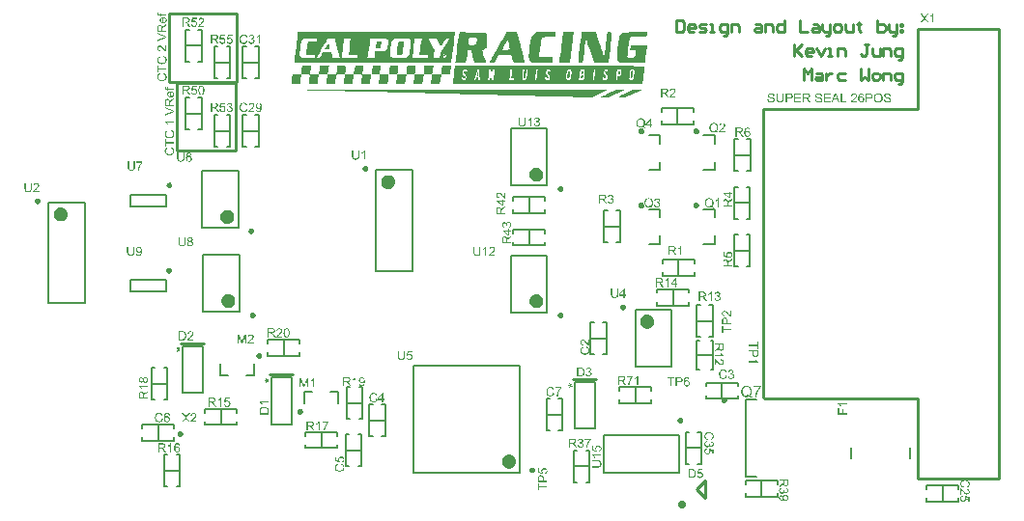
<source format=gto>
%FSLAX23Y23*%
%MOIN*%
%SFA1B1*%

%IPPOS*%
%ADD10C,0.019680*%
%ADD11C,0.009840*%
%ADD12C,0.023620*%
%ADD13C,0.010000*%
%ADD14C,0.007870*%
%ADD15C,0.005910*%
%LNpedalbox-1*%
%LPD*%
G36*
X1098Y1707D02*
Y1707D01*
X1098Y1707*
X1098Y1706*
X1098Y1706*
Y1706*
X1098Y1705*
X1098Y1704*
Y1704*
X1098Y1704*
X1098Y1704*
X1098Y1703*
X1098Y1703*
X1098Y1702*
X1099Y1702*
X1099Y1702*
X1099Y1702*
X1099Y1702*
X1099Y1702*
X1100Y1702*
X1100Y1701*
X1101Y1701*
X1102Y1701*
X1104*
Y1706*
X1107*
Y1701*
X1126*
Y1697*
X1107*
Y1694*
X1104*
Y1697*
X1101*
X1101*
X1101*
X1101*
X1100Y1697*
X1100*
X1099Y1697*
X1099Y1698*
X1098Y1698*
X1098Y1698*
X1098Y1698*
X1098Y1698*
X1097Y1698*
X1097Y1698*
X1097Y1699*
X1096Y1699*
X1096Y1699*
X1095Y1700*
X1095Y1700*
X1095Y1700*
X1095Y1700*
X1095Y1701*
X1095Y1701*
X1095Y1702*
X1094Y1703*
X1094Y1704*
Y1704*
X1094Y1705*
X1094Y1705*
X1095Y1706*
X1095Y1707*
X1095Y1707*
X1098Y1707*
G37*
G36*
X1116Y1692D02*
Y1675D01*
X1116*
X1116*
X1116Y1675*
X1117*
X1117Y1675*
X1117Y1675*
X1118Y1675*
X1119Y1675*
X1120Y1676*
X1121Y1676*
X1122Y1677*
Y1677*
X1122Y1677*
X1122Y1677*
X1122Y1678*
X1123Y1678*
X1123Y1679*
X1123Y1680*
X1124Y1681*
X1124Y1681*
X1124Y1682*
Y1682*
X1124Y1682*
X1124Y1683*
X1123Y1683*
X1123Y1684*
X1123Y1685*
X1123Y1685*
X1123Y1685*
X1122Y1685*
X1122Y1686*
X1122Y1686*
X1121Y1686*
X1121Y1687*
X1120Y1687*
X1119Y1688*
X1120Y1692*
X1120*
X1120Y1692*
X1120Y1692*
X1120Y1691*
X1120Y1691*
X1121Y1691*
X1122Y1691*
X1122Y1690*
X1123Y1690*
X1124Y1689*
X1125Y1688*
Y1688*
X1125Y1688*
X1125Y1688*
X1125Y1688*
X1125Y1687*
X1126Y1687*
X1126Y1687*
X1126Y1686*
X1126Y1686*
X1126Y1685*
X1127Y1684*
X1127Y1683*
X1127Y1682*
Y1681*
X1127Y1681*
X1127Y1680*
X1127Y1680*
X1127Y1679*
X1127Y1679*
X1126Y1677*
X1126Y1677*
X1126Y1676*
X1125Y1675*
X1125Y1675*
X1124Y1674*
X1124Y1674*
X1124Y1674*
X1124Y1673*
X1124Y1673*
X1123Y1673*
X1123Y1673*
X1123Y1673*
X1122Y1672*
X1122Y1672*
X1121Y1672*
X1120Y1672*
X1120Y1671*
X1119Y1671*
X1118Y1671*
X1117Y1671*
X1116Y1671*
X1115Y1671*
X1115*
X1115*
X1115*
X1114Y1671*
X1114Y1671*
X1113Y1671*
X1113Y1671*
X1112Y1671*
X1111Y1671*
X1110Y1672*
X1109Y1672*
X1108Y1672*
X1108Y1673*
X1107Y1673*
X1106Y1674*
X1106Y1674*
X1106Y1674*
X1106Y1674*
X1106Y1674*
X1106Y1674*
X1105Y1675*
X1105Y1675*
X1105Y1676*
X1104Y1676*
X1104Y1677*
X1104Y1677*
X1104Y1678*
X1103Y1679*
X1103Y1680*
X1103Y1680*
X1103Y1681*
Y1682*
X1103Y1682*
X1103Y1682*
X1103Y1683*
X1103Y1683*
X1104Y1684*
X1104Y1685*
X1104Y1685*
X1104Y1686*
X1104Y1686*
X1105Y1687*
X1105Y1688*
X1106Y1688*
X1106Y1689*
X1106Y1689*
X1106Y1689*
X1107Y1689*
X1107Y1689*
X1107Y1690*
X1108Y1690*
X1108Y1690*
X1109Y1690*
X1109Y1691*
X1110Y1691*
X1110Y1691*
X1111Y1691*
X1112Y1691*
X1113Y1692*
X1114Y1692*
X1115Y1692*
X1115*
X1115*
X1116*
X1116Y1692*
G37*
G36*
X1126Y1663D02*
X1120Y1659D01*
X1120*
X1120Y1659*
X1120Y1659*
X1119Y1659*
X1119Y1659*
X1118Y1658*
X1118Y1658*
X1117Y1657*
X1116Y1657*
X1116Y1656*
X1116Y1656*
X1115Y1656*
X1115Y1656*
X1115Y1655*
X1114Y1655*
X1114Y1654*
X1113Y1654*
X1113Y1654*
X1113Y1654*
X1113Y1654*
X1113Y1653*
X1113Y1653*
X1113Y1653*
X1113Y1652*
Y1652*
X1113Y1652*
Y1652*
X1113Y1652*
X1113Y1651*
Y1651*
X1112Y1650*
Y1645*
X1126*
Y1641*
X1095*
Y1655*
X1095Y1656*
Y1656*
X1095Y1657*
X1095Y1658*
X1095Y1659*
X1096Y1660*
X1096Y1661*
X1096Y1661*
Y1661*
X1096Y1661*
X1096Y1662*
X1096Y1662*
X1096Y1662*
X1097Y1663*
X1097Y1664*
X1098Y1664*
X1099Y1665*
X1099*
X1099Y1665*
X1099Y1665*
X1100Y1665*
X1100Y1665*
X1101Y1666*
X1102Y1666*
X1103Y1666*
X1104Y1666*
X1104*
X1104*
X1104*
X1104Y1666*
X1104*
X1105Y1666*
X1106Y1666*
X1106Y1665*
X1107Y1665*
X1108Y1665*
X1109Y1664*
X1109Y1664*
X1109Y1664*
X1109Y1664*
X1109Y1664*
X1110Y1663*
X1110Y1663*
X1110Y1663*
X1110Y1663*
X1110Y1662*
X1111Y1662*
X1111Y1661*
X1111Y1661*
X1111Y1660*
X1112Y1659*
X1112Y1659*
X1112Y1658*
X1112Y1657*
X1112Y1657*
X1112Y1657*
X1112Y1658*
X1113Y1658*
X1113Y1659*
X1113Y1659*
X1114Y1660*
X1114Y1660*
X1114Y1660*
X1114Y1660*
X1115Y1661*
X1115Y1661*
X1116Y1662*
X1117Y1662*
X1118Y1663*
X1126Y1668*
Y1663*
G37*
G36*
Y1625D02*
Y1620D01*
X1095Y1608*
Y1613*
X1118Y1621*
X1118*
X1118Y1621*
X1118Y1621*
X1118Y1621*
X1119Y1621*
X1119Y1621*
X1120Y1621*
X1120Y1622*
X1121Y1622*
X1123Y1623*
X1123*
X1123Y1623*
X1123Y1623*
X1123Y1623*
X1122Y1623*
X1121Y1623*
X1121Y1623*
X1120Y1624*
X1119Y1624*
X1118Y1624*
X1095Y1633*
Y1637*
X1126Y1625*
G37*
G36*
Y1573D02*
X1126D01*
X1126*
X1126*
X1126Y1573*
X1125Y1573*
X1125Y1573*
X1124Y1573*
X1124Y1573*
X1124*
X1124Y1573*
X1123Y1573*
X1123Y1573*
X1122Y1574*
X1122Y1574*
X1121Y1574*
X1120Y1575*
X1120Y1576*
X1120*
X1119Y1576*
X1119Y1576*
X1119Y1576*
X1118Y1577*
X1118Y1578*
X1117Y1578*
X1116Y1579*
X1115Y1581*
X1115Y1581*
X1115Y1581*
X1114Y1581*
X1114Y1581*
X1114Y1582*
X1113Y1582*
X1113Y1583*
X1112Y1583*
X1111Y1585*
X1110Y1586*
X1110Y1586*
X1109Y1587*
X1109Y1587*
X1108Y1588*
X1108*
X1108Y1588*
X1108Y1588*
X1108Y1588*
X1107Y1588*
X1107Y1589*
X1106Y1589*
X1105Y1589*
X1104Y1589*
X1103Y1589*
X1103*
X1103*
X1103Y1589*
X1103Y1589*
X1102Y1589*
X1102Y1589*
X1101Y1589*
X1100Y1588*
X1100Y1588*
X1100Y1588*
X1099Y1587*
X1099Y1587*
X1099Y1587*
X1099Y1586*
X1098Y1585*
X1098Y1584*
X1098Y1583*
Y1583*
X1098Y1583*
X1098Y1582*
X1098Y1582*
X1098Y1581*
X1099Y1580*
X1099Y1580*
X1100Y1579*
X1100Y1579*
X1100Y1579*
X1100Y1578*
X1101Y1578*
X1102Y1578*
X1102Y1578*
X1103Y1577*
X1104Y1577*
X1104Y1573*
X1104*
X1104Y1573*
X1104*
X1103Y1573*
X1103Y1573*
X1102Y1574*
X1102Y1574*
X1101Y1574*
X1100Y1574*
X1099Y1575*
X1099Y1575*
X1098Y1575*
X1098Y1576*
X1097Y1576*
X1097Y1576*
X1097Y1576*
X1097Y1577*
X1097Y1577*
X1097Y1577*
X1096Y1577*
X1096Y1578*
X1096Y1578*
X1096Y1579*
X1096Y1579*
X1095Y1580*
X1095Y1581*
X1095Y1581*
X1095Y1582*
X1095Y1583*
X1095Y1584*
Y1584*
X1095Y1584*
X1095Y1585*
X1095Y1585*
X1095Y1586*
X1095Y1586*
X1095Y1587*
X1096Y1588*
X1096Y1589*
X1096Y1590*
X1097Y1590*
X1097Y1591*
X1097Y1591*
X1097Y1591*
X1098Y1591*
X1098Y1591*
X1098Y1591*
X1098Y1592*
X1099Y1592*
X1099Y1592*
X1100Y1593*
X1101Y1593*
X1102Y1593*
X1102Y1593*
X1103Y1593*
X1104Y1593*
X1104*
X1104*
X1104Y1593*
X1105Y1593*
X1105Y1593*
X1106Y1593*
X1107Y1593*
X1107Y1593*
X1107Y1593*
X1108Y1592*
X1108Y1592*
X1108Y1592*
X1109Y1592*
X1110Y1591*
X1110Y1591*
X1111Y1590*
X1111Y1590*
X1112Y1590*
X1112Y1589*
X1112Y1589*
X1112Y1589*
X1113Y1589*
X1113Y1588*
X1113Y1588*
X1114Y1587*
X1114Y1587*
X1115Y1586*
X1115Y1586*
X1116Y1585*
X1117Y1584*
X1117Y1584*
X1117Y1584*
X1117Y1584*
X1117Y1584*
X1117Y1583*
X1118Y1583*
X1118Y1582*
X1119Y1581*
X1120Y1581*
X1120Y1580*
X1120Y1580*
X1121Y1580*
X1121Y1580*
X1121Y1579*
X1121Y1579*
X1121Y1579*
X1122Y1579*
X1122Y1578*
X1123Y1578*
Y1593*
X1126*
Y1573*
G37*
G36*
X1117Y1557D02*
X1117Y1557D01*
X1117Y1557*
X1118Y1557*
X1118Y1557*
X1119Y1556*
X1119Y1556*
X1121Y1556*
X1122Y1555*
X1123Y1554*
X1123Y1554*
X1124Y1553*
X1124Y1553*
X1124Y1553*
X1124Y1552*
X1125Y1552*
X1125Y1552*
X1125Y1552*
X1125Y1551*
X1125Y1551*
X1126Y1550*
X1126Y1550*
X1126Y1549*
X1126Y1548*
X1127Y1548*
X1127Y1547*
X1127Y1546*
X1127Y1545*
X1127Y1544*
Y1544*
X1127Y1543*
Y1543*
X1127Y1542*
X1127Y1542*
X1127Y1541*
X1126Y1540*
X1126Y1539*
X1126Y1537*
X1125Y1537*
X1125Y1536*
X1125Y1536*
X1125Y1536*
X1125Y1536*
X1125Y1535*
X1124Y1535*
X1124Y1535*
X1124Y1535*
X1123Y1534*
X1123Y1534*
X1123Y1533*
X1122Y1533*
X1120Y1532*
X1119Y1531*
X1119*
X1119Y1531*
X1119Y1531*
X1118Y1531*
X1118Y1531*
X1117Y1531*
X1117Y1530*
X1116Y1530*
X1116Y1530*
X1115Y1530*
X1114Y1530*
X1112Y1530*
X1110Y1529*
X1110*
X1110*
X1110*
X1110Y1530*
X1109*
X1109Y1530*
X1108Y1530*
X1108Y1530*
X1106Y1530*
X1105Y1530*
X1103Y1531*
X1102Y1531*
X1102Y1531*
X1102Y1531*
X1102Y1532*
X1101Y1532*
X1101Y1532*
X1101Y1532*
X1100Y1533*
X1099Y1533*
X1098Y1534*
X1097Y1535*
X1096Y1537*
X1096Y1537*
X1096Y1537*
X1096Y1537*
X1096Y1537*
X1096Y1538*
X1096Y1538*
X1096Y1538*
X1095Y1539*
X1095Y1539*
X1095Y1540*
X1095Y1541*
X1094Y1543*
X1094Y1544*
Y1545*
X1094Y1545*
X1094Y1545*
X1095Y1546*
X1095Y1546*
X1095Y1547*
X1095Y1548*
X1095Y1550*
X1096Y1550*
X1096Y1551*
X1096Y1552*
X1097Y1552*
X1097Y1552*
X1097Y1552*
X1097Y1553*
X1097Y1553*
X1098Y1553*
X1098Y1553*
X1098Y1554*
X1099Y1554*
X1099Y1554*
X1100Y1555*
X1100Y1555*
X1101Y1556*
X1101Y1556*
X1102Y1556*
X1103Y1556*
X1104Y1557*
X1105Y1553*
X1105*
X1104Y1553*
X1104Y1553*
X1104Y1552*
X1104Y1552*
X1103Y1552*
X1103Y1552*
X1102Y1551*
X1101Y1551*
X1100Y1550*
X1100Y1549*
X1099Y1549*
X1099Y1549*
X1099Y1549*
X1099Y1548*
X1098Y1547*
X1098Y1546*
X1098Y1545*
X1098Y1544*
Y1544*
X1098Y1544*
Y1543*
X1098Y1543*
X1098Y1542*
X1098Y1541*
X1099Y1540*
X1099Y1539*
X1100Y1538*
Y1538*
X1100Y1538*
X1100Y1538*
X1100Y1537*
X1101Y1537*
X1102Y1536*
X1102Y1536*
X1103Y1535*
X1104Y1535*
X1104*
X1105Y1535*
X1105Y1535*
X1105Y1535*
X1105Y1534*
X1106Y1534*
X1106Y1534*
X1107Y1534*
X1108Y1534*
X1109Y1534*
X1110Y1534*
X1111*
X1111*
X1111*
X1111*
X1111Y1534*
X1112*
X1112Y1534*
X1113Y1534*
X1114Y1534*
X1115Y1534*
X1116Y1535*
X1117Y1535*
X1118*
X1118Y1535*
X1118Y1535*
X1118Y1535*
X1119Y1535*
X1119Y1536*
X1120Y1536*
X1121Y1537*
X1121Y1538*
X1122Y1539*
Y1539*
X1122Y1539*
X1122Y1539*
X1122Y1539*
X1122Y1539*
X1122Y1539*
X1123Y1540*
X1123Y1541*
X1123Y1542*
X1123Y1543*
X1123Y1544*
Y1544*
X1123Y1544*
Y1545*
X1123Y1545*
X1123Y1546*
X1123Y1547*
X1123Y1548*
X1122Y1549*
X1122Y1549*
X1121Y1550*
X1121Y1550*
X1121Y1550*
X1121Y1550*
X1121Y1550*
X1121Y1550*
X1121Y1551*
X1120Y1551*
X1120Y1551*
X1120Y1551*
X1119Y1552*
X1119Y1552*
X1118Y1552*
X1117Y1552*
X1117Y1553*
X1116Y1553*
X1115Y1553*
X1116Y1557*
X1117*
X1117Y1557*
G37*
G36*
X1099Y1516D02*
X1126D01*
Y1512*
X1099*
Y1501*
X1095*
Y1526*
X1099*
Y1516*
G37*
G36*
X1117Y1499D02*
X1117Y1499D01*
X1117Y1498*
X1118Y1498*
X1118Y1498*
X1119Y1498*
X1119Y1498*
X1121Y1497*
X1122Y1496*
X1123Y1496*
X1123Y1495*
X1124Y1495*
X1124Y1494*
X1124Y1494*
X1124Y1494*
X1125Y1494*
X1125Y1493*
X1125Y1493*
X1125Y1493*
X1125Y1492*
X1126Y1492*
X1126Y1491*
X1126Y1490*
X1126Y1490*
X1127Y1489*
X1127Y1488*
X1127Y1487*
X1127Y1487*
X1127Y1486*
Y1485*
X1127Y1485*
Y1484*
X1127Y1484*
X1127Y1483*
X1127Y1483*
X1126Y1481*
X1126Y1480*
X1126Y1479*
X1125Y1478*
X1125Y1477*
X1125Y1477*
X1125Y1477*
X1125Y1477*
X1125Y1477*
X1124Y1477*
X1124Y1476*
X1124Y1476*
X1123Y1476*
X1123Y1475*
X1123Y1475*
X1122Y1474*
X1120Y1473*
X1119Y1472*
X1119*
X1119Y1472*
X1119Y1472*
X1118Y1472*
X1118Y1472*
X1117Y1472*
X1117Y1472*
X1116Y1472*
X1116Y1471*
X1115Y1471*
X1114Y1471*
X1112Y1471*
X1110Y1471*
X1110*
X1110*
X1110*
X1110Y1471*
X1109*
X1109Y1471*
X1108Y1471*
X1108Y1471*
X1106Y1471*
X1105Y1472*
X1103Y1472*
X1102Y1473*
X1102Y1473*
X1102Y1473*
X1102Y1473*
X1101Y1473*
X1101Y1473*
X1101Y1473*
X1100Y1474*
X1099Y1475*
X1098Y1476*
X1097Y1477*
X1096Y1478*
X1096Y1478*
X1096Y1478*
X1096Y1478*
X1096Y1479*
X1096Y1479*
X1096Y1479*
X1096Y1480*
X1095Y1480*
X1095Y1481*
X1095Y1481*
X1095Y1483*
X1094Y1484*
X1094Y1486*
Y1486*
X1094Y1486*
X1094Y1487*
X1095Y1487*
X1095Y1488*
X1095Y1488*
X1095Y1490*
X1095Y1491*
X1096Y1492*
X1096Y1492*
X1096Y1493*
X1097Y1494*
X1097Y1494*
X1097Y1494*
X1097Y1494*
X1097Y1494*
X1098Y1494*
X1098Y1495*
X1098Y1495*
X1099Y1495*
X1099Y1496*
X1100Y1496*
X1100Y1497*
X1101Y1497*
X1101Y1497*
X1102Y1498*
X1103Y1498*
X1104Y1498*
X1105Y1494*
X1105*
X1104Y1494*
X1104Y1494*
X1104Y1494*
X1104Y1494*
X1103Y1494*
X1103Y1493*
X1102Y1493*
X1101Y1492*
X1100Y1492*
X1100Y1491*
X1099Y1491*
X1099Y1490*
X1099Y1490*
X1099Y1489*
X1098Y1489*
X1098Y1488*
X1098Y1487*
X1098Y1486*
Y1485*
X1098Y1485*
Y1485*
X1098Y1484*
X1098Y1483*
X1098Y1482*
X1099Y1481*
X1099Y1480*
X1100Y1479*
Y1479*
X1100Y1479*
X1100Y1479*
X1100Y1479*
X1101Y1478*
X1102Y1478*
X1102Y1477*
X1103Y1477*
X1104Y1476*
X1104*
X1105Y1476*
X1105Y1476*
X1105Y1476*
X1105Y1476*
X1106Y1476*
X1106Y1476*
X1107Y1475*
X1108Y1475*
X1109Y1475*
X1110Y1475*
X1111*
X1111*
X1111*
X1111*
X1111Y1475*
X1112*
X1112Y1475*
X1113Y1475*
X1114Y1475*
X1115Y1476*
X1116Y1476*
X1117Y1476*
X1118*
X1118Y1476*
X1118Y1476*
X1118Y1476*
X1119Y1477*
X1119Y1477*
X1120Y1478*
X1121Y1478*
X1121Y1479*
X1122Y1480*
Y1480*
X1122Y1480*
X1122Y1480*
X1122Y1480*
X1122Y1481*
X1122Y1481*
X1123Y1481*
X1123Y1482*
X1123Y1483*
X1123Y1484*
X1123Y1485*
Y1486*
X1123Y1486*
Y1486*
X1123Y1486*
X1123Y1487*
X1123Y1488*
X1123Y1489*
X1122Y1490*
X1122Y1491*
X1121Y1491*
X1121Y1491*
X1121Y1491*
X1121Y1491*
X1121Y1492*
X1121Y1492*
X1121Y1492*
X1120Y1492*
X1120Y1492*
X1120Y1493*
X1119Y1493*
X1119Y1493*
X1118Y1494*
X1117Y1494*
X1117Y1494*
X1116Y1494*
X1115Y1494*
X1116Y1499*
X1117*
X1117Y1499*
G37*
G36*
X1124Y1451D02*
Y1451D01*
X1124Y1451*
X1124Y1450*
X1124Y1450*
Y1450*
X1124Y1449*
X1124Y1449*
Y1448*
X1124Y1448*
X1124Y1448*
X1124Y1447*
X1124Y1447*
X1125Y1446*
X1125Y1446*
X1125Y1446*
X1125Y1446*
X1125Y1446*
X1125Y1446*
X1126Y1446*
X1126Y1446*
X1127Y1445*
X1128Y1445*
X1130*
Y1450*
X1133*
Y1445*
X1153*
Y1442*
X1133*
Y1438*
X1130*
Y1442*
X1127*
X1127*
X1127*
X1127*
X1126Y1442*
X1126*
X1125Y1442*
X1125Y1442*
X1124Y1442*
X1124Y1442*
X1124Y1442*
X1124Y1442*
X1123Y1442*
X1123Y1442*
X1123Y1443*
X1122Y1443*
X1122Y1443*
X1121Y1444*
X1121Y1444*
X1121Y1444*
X1121Y1444*
X1121Y1445*
X1121Y1445*
X1121Y1446*
X1121Y1447*
X1120Y1448*
Y1448*
X1121Y1449*
X1121Y1449*
X1121Y1450*
X1121Y1451*
X1121Y1451*
X1124Y1451*
G37*
G36*
X1142Y1436D02*
Y1419D01*
X1142*
X1142*
X1142Y1419*
X1143*
X1143Y1419*
X1143Y1419*
X1144Y1419*
X1145Y1419*
X1146Y1420*
X1147Y1420*
X1148Y1421*
Y1421*
X1148Y1421*
X1148Y1421*
X1148Y1422*
X1149Y1422*
X1149Y1423*
X1149Y1424*
X1150Y1425*
X1150Y1425*
X1150Y1426*
Y1426*
X1150Y1426*
X1150Y1427*
X1150Y1427*
X1149Y1428*
X1149Y1429*
X1149Y1429*
X1149Y1429*
X1148Y1430*
X1148Y1430*
X1148Y1430*
X1147Y1431*
X1147Y1431*
X1146Y1431*
X1145Y1432*
X1146Y1436*
X1146*
X1146Y1436*
X1146Y1436*
X1146Y1436*
X1146Y1435*
X1147Y1435*
X1148Y1435*
X1148Y1434*
X1149Y1434*
X1150Y1433*
X1151Y1432*
Y1432*
X1151Y1432*
X1151Y1432*
X1151Y1432*
X1152Y1431*
X1152Y1431*
X1152Y1431*
X1152Y1430*
X1152Y1430*
X1152Y1429*
X1153Y1428*
X1153Y1427*
X1153Y1426*
Y1425*
X1153Y1425*
X1153Y1424*
X1153Y1424*
X1153Y1423*
X1153Y1423*
X1152Y1422*
X1152Y1421*
X1152Y1420*
X1151Y1420*
X1151Y1419*
X1151Y1418*
X1150Y1418*
X1150Y1418*
X1150Y1418*
X1150Y1417*
X1149Y1417*
X1149Y1417*
X1149Y1417*
X1148Y1417*
X1148Y1416*
X1147Y1416*
X1146Y1416*
X1146Y1415*
X1145Y1415*
X1144Y1415*
X1143Y1415*
X1142Y1415*
X1141Y1415*
X1141*
X1141*
X1141*
X1140Y1415*
X1140Y1415*
X1139Y1415*
X1139Y1415*
X1138Y1415*
X1137Y1416*
X1136Y1416*
X1135Y1416*
X1134Y1416*
X1134Y1417*
X1133Y1417*
X1132Y1418*
X1132Y1418*
X1132Y1418*
X1132Y1418*
X1132Y1418*
X1132Y1419*
X1131Y1419*
X1131Y1419*
X1131Y1420*
X1130Y1420*
X1130Y1421*
X1130Y1422*
X1130Y1422*
X1129Y1423*
X1129Y1424*
X1129Y1425*
X1129Y1425*
Y1426*
X1129Y1426*
X1129Y1427*
X1129Y1427*
X1129Y1428*
X1130Y1428*
X1130Y1429*
X1130Y1429*
X1130Y1430*
X1130Y1431*
X1131Y1431*
X1131Y1432*
X1132Y1432*
X1132Y1433*
X1132Y1433*
X1132Y1433*
X1133Y1433*
X1133Y1433*
X1133Y1434*
X1134Y1434*
X1134Y1434*
X1135Y1434*
X1135Y1435*
X1136Y1435*
X1137Y1435*
X1137Y1435*
X1138Y1436*
X1139Y1436*
X1140Y1436*
X1141Y1436*
X1141*
X1141*
X1142*
X1142Y1436*
G37*
G36*
X1153Y1407D02*
X1146Y1403D01*
X1146*
X1146Y1403*
X1146Y1403*
X1145Y1403*
X1145Y1403*
X1144Y1402*
X1144Y1402*
X1143Y1401*
X1142Y1401*
X1142Y1400*
X1142Y1400*
X1141Y1400*
X1141Y1400*
X1141Y1400*
X1140Y1399*
X1140Y1398*
X1140Y1398*
X1139Y1398*
X1139Y1398*
X1139Y1398*
X1139Y1398*
X1139Y1397*
X1139Y1397*
X1139Y1396*
Y1396*
X1139Y1396*
Y1396*
X1139Y1396*
X1139Y1395*
Y1395*
X1139Y1394*
Y1389*
X1153*
Y1385*
X1121*
Y1400*
X1121Y1400*
Y1400*
X1121Y1401*
X1121Y1402*
X1121Y1403*
X1122Y1404*
X1122Y1405*
X1122Y1405*
Y1405*
X1122Y1405*
X1122Y1406*
X1122Y1406*
X1123Y1407*
X1123Y1407*
X1124Y1408*
X1124Y1408*
X1125Y1409*
X1125*
X1125Y1409*
X1125Y1409*
X1126Y1409*
X1126Y1409*
X1127Y1410*
X1128Y1410*
X1129Y1410*
X1130Y1410*
X1130*
X1130*
X1130*
X1130Y1410*
X1130*
X1131Y1410*
X1132Y1410*
X1132Y1410*
X1133Y1409*
X1134Y1409*
X1135Y1408*
X1135Y1408*
X1135Y1408*
X1135Y1408*
X1136Y1408*
X1136Y1407*
X1136Y1407*
X1136Y1407*
X1136Y1407*
X1137Y1406*
X1137Y1406*
X1137Y1405*
X1137Y1405*
X1137Y1404*
X1138Y1403*
X1138Y1403*
X1138Y1402*
X1138Y1401*
X1138Y1401*
X1138Y1401*
X1138Y1402*
X1139Y1402*
X1139Y1403*
X1139Y1403*
X1140Y1404*
X1140Y1404*
X1140Y1404*
X1140Y1404*
X1141Y1405*
X1142Y1405*
X1142Y1406*
X1143Y1407*
X1144Y1407*
X1153Y1413*
Y1407*
G37*
G36*
Y1369D02*
Y1364D01*
X1121Y1352*
Y1357*
X1144Y1365*
X1144*
X1144Y1365*
X1144Y1365*
X1144Y1365*
X1145Y1365*
X1145Y1365*
X1146Y1366*
X1146Y1366*
X1147Y1366*
X1149Y1367*
X1149*
X1149Y1367*
X1149Y1367*
X1149Y1367*
X1148Y1367*
X1147Y1367*
X1147Y1367*
X1146Y1368*
X1145Y1368*
X1144Y1368*
X1121Y1377*
Y1381*
X1153Y1369*
G37*
G36*
Y1328D02*
X1128D01*
X1128Y1328*
X1128Y1328*
X1128Y1327*
X1129Y1327*
X1129Y1326*
X1130Y1326*
X1130Y1325*
X1131Y1324*
Y1324*
X1131Y1324*
X1131Y1324*
X1131Y1323*
X1131Y1323*
X1132Y1322*
X1132Y1322*
X1132Y1321*
X1133Y1320*
X1129*
Y1320*
X1129Y1320*
X1129Y1320*
X1129Y1321*
X1128Y1321*
X1128Y1321*
X1128Y1322*
X1127Y1323*
X1127Y1324*
X1126Y1325*
X1125Y1326*
X1125Y1326*
X1125Y1326*
X1125Y1326*
X1125Y1326*
X1124Y1327*
X1124Y1327*
X1123Y1328*
X1122Y1328*
X1122Y1329*
X1121Y1329*
Y1332*
X1153*
Y1328*
G37*
G36*
X1143Y1301D02*
X1143Y1301D01*
X1143Y1301*
X1144Y1301*
X1144Y1301*
X1145Y1301*
X1145Y1300*
X1147Y1300*
X1148Y1299*
X1149Y1298*
X1149Y1298*
X1150Y1297*
X1150Y1297*
X1150Y1297*
X1151Y1297*
X1151Y1296*
X1151Y1296*
X1151Y1296*
X1151Y1295*
X1151Y1295*
X1152Y1294*
X1152Y1294*
X1152Y1293*
X1152Y1292*
X1153Y1292*
X1153Y1291*
X1153Y1290*
X1153Y1289*
X1153Y1288*
Y1288*
X1153Y1287*
Y1287*
X1153Y1287*
X1153Y1286*
X1153Y1285*
X1153Y1284*
X1152Y1283*
X1152Y1281*
X1151Y1281*
X1151Y1280*
X1151Y1280*
X1151Y1280*
X1151Y1280*
X1151Y1280*
X1150Y1279*
X1150Y1279*
X1150Y1279*
X1149Y1278*
X1149Y1278*
X1149Y1277*
X1148Y1277*
X1146Y1276*
X1145Y1275*
X1145*
X1145Y1275*
X1145Y1275*
X1144Y1275*
X1144Y1275*
X1143Y1275*
X1143Y1275*
X1142Y1274*
X1142Y1274*
X1141Y1274*
X1140Y1274*
X1138Y1274*
X1137Y1274*
X1136*
X1136*
X1136*
X1136Y1274*
X1135*
X1135Y1274*
X1134Y1274*
X1134Y1274*
X1132Y1274*
X1131Y1274*
X1129Y1275*
X1128Y1275*
X1128Y1275*
X1128Y1276*
X1128Y1276*
X1127Y1276*
X1127Y1276*
X1127Y1276*
X1126Y1277*
X1125Y1278*
X1124Y1278*
X1123Y1280*
X1122Y1281*
X1122Y1281*
X1122Y1281*
X1122Y1281*
X1122Y1281*
X1122Y1282*
X1122Y1282*
X1122Y1283*
X1121Y1283*
X1121Y1284*
X1121Y1284*
X1121Y1285*
X1121Y1287*
X1120Y1288*
Y1289*
X1121Y1289*
X1121Y1290*
X1121Y1290*
X1121Y1291*
X1121Y1291*
X1121Y1292*
X1121Y1294*
X1122Y1294*
X1122Y1295*
X1122Y1296*
X1123Y1296*
X1123Y1296*
X1123Y1296*
X1123Y1297*
X1123Y1297*
X1124Y1297*
X1124Y1297*
X1124Y1298*
X1125Y1298*
X1125Y1298*
X1126Y1299*
X1126Y1299*
X1127Y1300*
X1127Y1300*
X1128Y1300*
X1129Y1301*
X1130Y1301*
X1131Y1297*
X1131*
X1130Y1297*
X1130Y1297*
X1130Y1297*
X1130Y1296*
X1129Y1296*
X1129Y1296*
X1128Y1295*
X1127Y1295*
X1126Y1294*
X1126Y1294*
X1126Y1293*
X1125Y1293*
X1125Y1293*
X1125Y1292*
X1125Y1291*
X1124Y1290*
X1124Y1289*
X1124Y1288*
Y1288*
X1124Y1288*
Y1287*
X1124Y1287*
X1124Y1286*
X1124Y1285*
X1125Y1284*
X1125Y1283*
X1126Y1282*
Y1282*
X1126Y1282*
X1126Y1282*
X1126Y1281*
X1127Y1281*
X1128Y1280*
X1128Y1280*
X1129Y1279*
X1130Y1279*
X1131*
X1131Y1279*
X1131Y1279*
X1131Y1279*
X1131Y1279*
X1132Y1278*
X1132Y1278*
X1133Y1278*
X1134Y1278*
X1135Y1278*
X1137Y1278*
X1137*
X1137*
X1137*
X1137*
X1138Y1278*
X1138*
X1138Y1278*
X1139Y1278*
X1140Y1278*
X1141Y1278*
X1142Y1279*
X1144Y1279*
X1144*
X1144Y1279*
X1144Y1279*
X1144Y1279*
X1145Y1279*
X1145Y1280*
X1146Y1280*
X1147Y1281*
X1147Y1282*
X1148Y1283*
Y1283*
X1148Y1283*
X1148Y1283*
X1148Y1283*
X1148Y1283*
X1148Y1284*
X1149Y1284*
X1149Y1285*
X1149Y1286*
X1149Y1287*
X1149Y1288*
Y1288*
X1149Y1289*
Y1289*
X1149Y1289*
X1149Y1290*
X1149Y1291*
X1149Y1292*
X1148Y1293*
X1148Y1293*
X1147Y1294*
X1147Y1294*
X1147Y1294*
X1147Y1294*
X1147Y1294*
X1147Y1294*
X1147Y1295*
X1146Y1295*
X1146Y1295*
X1146Y1295*
X1145Y1296*
X1145Y1296*
X1144Y1296*
X1144Y1297*
X1143Y1297*
X1142Y1297*
X1141Y1297*
X1143Y1301*
X1143*
X1143Y1301*
G37*
G36*
X1125Y1260D02*
X1153D01*
Y1256*
X1125*
Y1246*
X1121*
Y1270*
X1125*
Y1260*
G37*
G36*
X1143Y1243D02*
X1143Y1243D01*
X1143Y1242*
X1144Y1242*
X1144Y1242*
X1145Y1242*
X1145Y1242*
X1147Y1241*
X1148Y1240*
X1149Y1240*
X1149Y1239*
X1150Y1239*
X1150Y1238*
X1150Y1238*
X1151Y1238*
X1151Y1238*
X1151Y1237*
X1151Y1237*
X1151Y1237*
X1151Y1236*
X1152Y1236*
X1152Y1235*
X1152Y1234*
X1152Y1234*
X1153Y1233*
X1153Y1232*
X1153Y1231*
X1153Y1231*
X1153Y1230*
Y1229*
X1153Y1229*
Y1228*
X1153Y1228*
X1153Y1227*
X1153Y1227*
X1153Y1225*
X1152Y1224*
X1152Y1223*
X1151Y1222*
X1151Y1221*
X1151Y1221*
X1151Y1221*
X1151Y1221*
X1151Y1221*
X1150Y1221*
X1150Y1220*
X1150Y1220*
X1149Y1220*
X1149Y1219*
X1149Y1219*
X1148Y1218*
X1146Y1217*
X1145Y1217*
X1145*
X1145Y1216*
X1145Y1216*
X1144Y1216*
X1144Y1216*
X1143Y1216*
X1143Y1216*
X1142Y1216*
X1142Y1216*
X1141Y1215*
X1140Y1215*
X1138Y1215*
X1137Y1215*
X1136*
X1136*
X1136*
X1136Y1215*
X1135*
X1135Y1215*
X1134Y1215*
X1134Y1215*
X1132Y1215*
X1131Y1216*
X1129Y1216*
X1128Y1217*
X1128Y1217*
X1128Y1217*
X1128Y1217*
X1127Y1217*
X1127Y1217*
X1127Y1218*
X1126Y1218*
X1125Y1219*
X1124Y1220*
X1123Y1221*
X1122Y1222*
X1122Y1222*
X1122Y1222*
X1122Y1222*
X1122Y1223*
X1122Y1223*
X1122Y1223*
X1122Y1224*
X1121Y1224*
X1121Y1225*
X1121Y1226*
X1121Y1227*
X1121Y1228*
X1120Y1230*
Y1230*
X1121Y1231*
X1121Y1231*
X1121Y1231*
X1121Y1232*
X1121Y1233*
X1121Y1234*
X1121Y1235*
X1122Y1236*
X1122Y1236*
X1122Y1237*
X1123Y1238*
X1123Y1238*
X1123Y1238*
X1123Y1238*
X1123Y1238*
X1124Y1238*
X1124Y1239*
X1124Y1239*
X1125Y1239*
X1125Y1240*
X1126Y1240*
X1126Y1241*
X1127Y1241*
X1127Y1241*
X1128Y1242*
X1129Y1242*
X1130Y1242*
X1131Y1238*
X1131*
X1130Y1238*
X1130Y1238*
X1130Y1238*
X1130Y1238*
X1129Y1238*
X1129Y1237*
X1128Y1237*
X1127Y1236*
X1126Y1236*
X1126Y1235*
X1126Y1235*
X1125Y1235*
X1125Y1234*
X1125Y1233*
X1125Y1233*
X1124Y1232*
X1124Y1231*
X1124Y1230*
Y1229*
X1124Y1229*
Y1229*
X1124Y1228*
X1124Y1228*
X1124Y1227*
X1125Y1226*
X1125Y1225*
X1126Y1224*
Y1224*
X1126Y1223*
X1126Y1223*
X1126Y1223*
X1127Y1222*
X1128Y1222*
X1128Y1221*
X1129Y1221*
X1130Y1220*
X1131*
X1131Y1220*
X1131Y1220*
X1131Y1220*
X1131Y1220*
X1132Y1220*
X1132Y1220*
X1133Y1220*
X1134Y1219*
X1135Y1219*
X1137Y1219*
X1137*
X1137*
X1137*
X1137*
X1138Y1219*
X1138*
X1138Y1219*
X1139Y1219*
X1140Y1219*
X1141Y1220*
X1142Y1220*
X1144Y1220*
X1144*
X1144Y1220*
X1144Y1220*
X1144Y1221*
X1145Y1221*
X1145Y1221*
X1146Y1222*
X1147Y1222*
X1147Y1223*
X1148Y1224*
Y1224*
X1148Y1224*
X1148Y1224*
X1148Y1224*
X1148Y1225*
X1148Y1225*
X1149Y1226*
X1149Y1226*
X1149Y1227*
X1149Y1228*
X1149Y1229*
Y1230*
X1149Y1230*
Y1230*
X1149Y1231*
X1149Y1231*
X1149Y1232*
X1149Y1233*
X1148Y1234*
X1148Y1235*
X1147Y1235*
X1147Y1235*
X1147Y1235*
X1147Y1235*
X1147Y1236*
X1147Y1236*
X1147Y1236*
X1146Y1236*
X1146Y1237*
X1146Y1237*
X1145Y1237*
X1145Y1237*
X1144Y1238*
X1144Y1238*
X1143Y1238*
X1142Y1238*
X1141Y1239*
X1143Y1243*
X1143*
X1143Y1243*
G37*
G36*
X2519Y429D02*
X2519Y429D01*
X2519Y429*
X2519Y429*
X2519Y428*
X2519Y428*
X2520Y427*
X2520Y426*
X2520Y425*
X2520Y424*
X2521Y423*
X2521Y423*
X2521Y423*
X2521Y423*
X2522Y424*
X2522Y424*
X2523Y425*
X2524Y426*
X2525Y427*
X2528Y424*
X2528Y424*
X2527Y424*
X2527Y423*
X2526Y423*
X2525Y422*
X2524Y422*
X2523Y421*
X2522Y420*
X2522*
X2522Y420*
X2522Y420*
X2523Y420*
X2523Y420*
X2524Y419*
X2525Y419*
X2526Y418*
X2527Y418*
X2528Y417*
X2525Y414*
X2525Y414*
X2525Y414*
X2525Y414*
X2525Y414*
X2524Y415*
X2523Y416*
X2523Y416*
X2522Y417*
X2521Y418*
X2521Y418*
X2521Y418*
Y418*
X2520Y418*
Y418*
X2520Y418*
X2520Y417*
X2520Y417*
X2520Y416*
X2520Y415*
X2520Y414*
X2519Y412*
X2515Y413*
Y413*
X2515Y413*
X2515Y413*
X2516Y414*
X2516Y414*
X2516Y414*
X2516Y415*
X2517Y416*
X2517Y417*
X2517Y418*
X2518Y419*
X2518*
X2518*
X2517Y419*
X2517*
X2517Y419*
X2516Y419*
X2515Y419*
X2514Y419*
X2513Y419*
X2512Y419*
X2512*
X2511*
Y422*
X2511*
X2511*
X2512*
X2512*
X2512Y422*
X2513Y422*
X2514Y422*
X2515Y422*
X2516Y422*
X2518Y422*
Y422*
X2518Y422*
X2518Y422*
X2518Y422*
X2517Y423*
X2517Y424*
X2517Y424*
X2516Y425*
X2516Y427*
X2515Y428*
X2519Y429*
Y429*
G37*
G36*
X1165Y553D02*
X1165Y553D01*
X1165Y553*
X1165Y553*
X1165Y552*
X1165Y552*
X1165Y551*
X1166Y550*
X1166Y549*
X1166Y548*
X1166Y547*
X1166Y547*
X1166Y547*
X1167Y547*
X1167Y548*
X1168Y548*
X1169Y549*
X1170Y550*
X1171Y551*
X1173Y548*
X1173Y548*
X1173Y548*
X1172Y547*
X1172Y547*
X1171Y546*
X1170Y546*
X1169Y545*
X1168Y544*
X1168*
X1168Y544*
X1168Y544*
X1168Y544*
X1169Y544*
X1170Y543*
X1171Y543*
X1172Y542*
X1173Y542*
X1173Y541*
X1171Y538*
X1171Y538*
X1171Y538*
X1171Y538*
X1171Y538*
X1170Y539*
X1169Y540*
X1168Y540*
X1167Y541*
X1167Y542*
X1166Y542*
X1166Y542*
Y542*
X1166Y542*
Y542*
X1166Y542*
X1166Y541*
X1166Y541*
X1166Y540*
X1166Y539*
X1165Y538*
X1165Y536*
X1161Y537*
Y537*
X1161Y537*
X1161Y537*
X1161Y538*
X1161Y538*
X1162Y538*
X1162Y539*
X1162Y540*
X1163Y541*
X1163Y542*
X1164Y543*
X1163*
X1163*
X1163Y543*
X1163*
X1162Y543*
X1162Y543*
X1161Y543*
X1160Y543*
X1159Y543*
X1158Y543*
X1157*
X1157*
Y546*
X1157*
X1157*
X1157*
X1157*
X1158Y546*
X1159Y546*
X1160Y546*
X1161Y546*
X1162Y546*
X1164Y546*
Y546*
X1163Y546*
X1163Y546*
X1163Y546*
X1163Y547*
X1163Y548*
X1162Y548*
X1162Y549*
X1161Y551*
X1161Y552*
X1165Y553*
Y553*
G37*
G36*
X1472Y444D02*
X1472Y444D01*
X1472Y444*
X1472Y444*
X1472Y443*
X1472Y443*
X1472Y442*
X1473Y441*
X1473Y440*
X1473Y439*
X1473Y438*
X1473Y438*
X1474Y438*
X1474Y438*
X1474Y439*
X1475Y440*
X1476Y440*
X1477Y441*
X1478Y442*
X1480Y439*
X1480Y439*
X1480Y439*
X1480Y439*
X1479Y438*
X1478Y438*
X1477Y437*
X1476Y436*
X1475Y436*
X1475*
X1475Y435*
X1475Y435*
X1475Y435*
X1476Y435*
X1477Y434*
X1478Y434*
X1479Y433*
X1480Y433*
X1480Y432*
X1478Y429*
X1478Y429*
X1478Y429*
X1478Y429*
X1478Y430*
X1477Y430*
X1476Y431*
X1475Y431*
X1475Y432*
X1474Y433*
X1473Y433*
X1473Y433*
Y433*
X1473Y433*
Y433*
X1473Y433*
X1473Y433*
X1473Y432*
X1473Y431*
X1473Y430*
X1472Y429*
X1472Y427*
X1468Y428*
Y428*
X1468Y428*
X1468Y429*
X1468Y429*
X1468Y429*
X1469Y430*
X1469Y431*
X1469Y432*
X1470Y433*
X1470Y433*
X1471Y434*
X1471*
X1470*
X1470Y434*
X1470*
X1469Y434*
X1469Y434*
X1468Y434*
X1467Y434*
X1466Y434*
X1465Y434*
X1464*
X1464*
Y438*
X1464*
X1464*
X1464*
X1464*
X1465Y437*
X1466Y437*
X1467Y437*
X1468Y437*
X1469Y437*
X1471Y437*
Y437*
X1471Y437*
X1470Y437*
X1470Y437*
X1470Y438*
X1470Y439*
X1469Y440*
X1469Y441*
X1468Y442*
X1468Y443*
X1472Y444*
Y444*
G37*
G36*
X2663Y1639D02*
X2663Y1638D01*
Y1637*
Y1636*
X2663Y1631*
Y1630*
Y1627*
X2662Y1620*
X2661Y1612*
Y1611*
Y1610*
X2660Y1604*
X2659Y1596*
X2657Y1586*
X2651Y1535*
X2603*
X2589Y1578*
Y1579*
X2588Y1580*
X2586Y1585*
X2583Y1592*
X2580Y1599*
Y1600*
X2580Y1601*
X2579Y1605*
X2577Y1610*
X2575Y1615*
Y1616*
X2574Y1618*
X2573Y1620*
Y1618*
X2572Y1615*
Y1610*
X2571Y1602*
X2570Y1592*
X2570Y1586*
X2569Y1578*
Y1576*
X2568Y1572*
X2567Y1565*
X2566Y1557*
X2565Y1550*
X2564Y1543*
X2563Y1538*
X2562Y1536*
Y1535*
Y1534*
X2547*
Y1535*
Y1536*
Y1538*
X2548Y1542*
Y1548*
X2550Y1557*
Y1563*
X2550Y1570*
X2551Y1577*
X2552Y1586*
Y1587*
Y1588*
X2553Y1591*
Y1595*
X2554Y1603*
X2556Y1613*
X2557Y1622*
X2558Y1630*
Y1634*
X2559Y1637*
Y1637*
Y1638*
X2560Y1640*
X2608*
X2611Y1632*
Y1631*
X2611Y1628*
X2612Y1625*
Y1624*
X2614Y1621*
X2615Y1616*
X2618Y1609*
X2619Y1607*
X2620Y1603*
X2622Y1597*
X2624Y1591*
X2625Y1589*
X2626Y1585*
X2629Y1579*
X2631Y1573*
X2632Y1572*
X2632Y1568*
X2633Y1564*
X2634Y1559*
Y1558*
X2635Y1557*
X2636Y1555*
X2637Y1555*
Y1555*
X2638Y1556*
Y1560*
X2639Y1565*
X2640Y1572*
X2641Y1583*
X2642Y1589*
X2642Y1596*
Y1597*
Y1598*
X2643Y1603*
X2644Y1610*
X2645Y1617*
Y1626*
X2646Y1632*
X2647Y1637*
Y1638*
Y1639*
X2648Y1640*
X2660*
X2663Y1639*
G37*
G36*
X2786Y1638D02*
Y1637D01*
X2785Y1635*
X2784Y1630*
X2783Y1623*
X2728*
X2727Y1621*
X2725Y1620*
X2724Y1617*
Y1617*
Y1616*
Y1613*
X2723Y1609*
X2722Y1604*
X2721Y1596*
X2720Y1586*
Y1586*
X2719Y1582*
Y1577*
X2718Y1572*
X2717Y1566*
Y1562*
X2716Y1558*
Y1556*
Y1555*
X2717Y1555*
X2719Y1553*
X2720Y1551*
X2733*
X2736Y1552*
X2738Y1553*
X2739*
X2740Y1554*
X2742Y1556*
X2743Y1557*
X2744Y1561*
X2745Y1565*
Y1568*
X2745Y1574*
Y1579*
X2726*
Y1581*
Y1582*
Y1585*
X2727Y1589*
X2728Y1596*
X2781*
X2785Y1596*
X2786*
Y1594*
X2785Y1592*
Y1588*
X2784Y1583*
X2783Y1576*
X2781Y1565*
Y1565*
X2780Y1561*
Y1556*
X2779Y1550*
X2778Y1545*
Y1540*
X2777Y1536*
Y1534*
X2772*
X2767Y1534*
X2715*
X2708Y1534*
X2695*
X2693Y1535*
X2691Y1536*
X2687Y1538*
X2683Y1543*
X2682Y1545*
X2681Y1550*
Y1551*
Y1553*
Y1556*
Y1561*
Y1567*
X2682Y1576*
X2683Y1586*
Y1587*
X2683Y1591*
X2684Y1596*
X2685Y1601*
Y1606*
X2686Y1612*
X2687Y1616*
Y1617*
Y1618*
X2688Y1619*
X2690Y1625*
X2693Y1630*
X2699Y1636*
X2700Y1637*
X2702Y1637*
X2704Y1638*
X2707*
X2709Y1639*
X2716*
X2724Y1640*
X2786*
Y1638*
G37*
G36*
X2531D02*
Y1637D01*
Y1636*
X2530Y1632*
X2529Y1626*
Y1622*
X2529Y1617*
X2528Y1610*
X2527Y1604*
X2526Y1596*
X2525Y1586*
Y1586*
Y1585*
X2524Y1578*
X2523Y1570*
X2522Y1561*
X2521Y1552*
X2520Y1543*
X2519Y1537*
Y1535*
Y1534*
X2518*
X2515Y1534*
X2481*
Y1535*
Y1536*
X2482Y1539*
Y1543*
X2483Y1549*
X2485Y1558*
X2486Y1565*
X2487Y1571*
X2488Y1579*
X2488Y1588*
X2495Y1640*
X2531*
Y1638*
G37*
G36*
X2467D02*
Y1637D01*
Y1634*
Y1629*
X2467Y1623*
X2431*
X2427Y1622*
X2425*
X2424Y1621*
X2423Y1620*
X2422Y1619*
X2421Y1617*
Y1616*
X2420Y1614*
X2419Y1610*
Y1605*
X2417Y1596*
X2416Y1586*
X2412Y1556*
X2414Y1555*
Y1554*
X2415Y1553*
X2459*
Y1551*
Y1550*
X2458Y1547*
X2457Y1543*
X2457Y1534*
X2406*
X2400Y1534*
X2394*
X2388Y1535*
X2385Y1536*
X2385Y1537*
X2382Y1539*
X2381Y1540*
X2379Y1543*
X2377Y1547*
X2375Y1554*
Y1555*
Y1556*
X2376Y1559*
Y1563*
X2377Y1568*
X2378Y1576*
X2379Y1586*
Y1587*
X2380Y1591*
Y1596*
X2381Y1602*
X2382Y1608*
X2383Y1614*
X2384Y1618*
Y1621*
Y1622*
X2385Y1624*
X2388Y1629*
X2394Y1636*
X2398Y1638*
X2403Y1640*
X2467*
Y1638*
G37*
G36*
X2347Y1595D02*
X2348Y1593D01*
X2349Y1588*
X2352Y1580*
X2354Y1571*
Y1570*
X2354Y1569*
X2355Y1564*
X2357Y1557*
X2359Y1551*
Y1550*
X2360Y1547*
X2361Y1545*
Y1543*
X2363Y1534*
X2324*
X2320Y1547*
Y1548*
X2319Y1549*
X2318Y1555*
X2317Y1559*
X2316Y1560*
Y1561*
Y1562*
X2273*
X2266Y1547*
X2257Y1534*
X2240*
X2241Y1535*
X2242Y1540*
X2244Y1544*
X2247Y1547*
X2250Y1554*
X2254Y1560*
X2259Y1568*
X2264Y1578*
X2271Y1590*
X2279Y1604*
X2288Y1619*
X2298Y1637*
X2299Y1640*
X2336*
X2347Y1595*
G37*
G36*
X2179Y1638D02*
X2224D01*
X2225Y1637*
X2228Y1637*
X2231Y1634*
X2232Y1631*
Y1630*
X2233Y1628*
Y1627*
Y1623*
Y1619*
Y1614*
X2232Y1606*
Y1606*
Y1604*
X2231Y1597*
Y1591*
X2231Y1588*
Y1586*
X2230Y1586*
X2228Y1584*
X2223Y1581*
X2218Y1579*
X2215*
Y1578*
X2216Y1576*
X2217Y1574*
X2218Y1569*
X2220Y1564*
X2222Y1556*
Y1555*
X2223Y1553*
X2225Y1549*
X2227Y1545*
X2228Y1541*
X2230Y1537*
X2231Y1534*
Y1534*
X2190*
X2189Y1536*
Y1537*
X2188Y1539*
Y1540*
X2187Y1542*
X2186Y1545*
X2185Y1548*
Y1549*
X2184Y1552*
X2183Y1555*
Y1558*
X2178Y1579*
X2167*
X2166Y1578*
Y1577*
Y1576*
Y1573*
X2165Y1569*
Y1564*
X2164Y1556*
Y1555*
X2163Y1553*
X2162Y1549*
X2161Y1545*
Y1545*
Y1543*
X2160Y1536*
Y1535*
Y1534*
Y1534*
X2123*
Y1535*
Y1536*
Y1538*
X2124Y1542*
X2125Y1548*
X2126Y1557*
X2127Y1563*
X2128Y1570*
X2128Y1577*
X2129Y1586*
Y1587*
Y1588*
X2130Y1595*
X2131Y1603*
X2133Y1612*
X2134Y1622*
X2135Y1630*
X2136Y1636*
X2137Y1637*
Y1638*
Y1640*
X2179Y1638*
G37*
G36*
X2122D02*
Y1637D01*
Y1636*
X2121Y1631*
X2120Y1625*
X2119Y1616*
X2118Y1610*
X2118Y1603*
X2117Y1595*
X2116Y1586*
X2109Y1534*
X1567*
Y1535*
Y1536*
Y1539*
X1568Y1543*
X1569Y1549*
X1570Y1558*
X1571Y1564*
X1572Y1570*
X1573Y1578*
X1574Y1586*
Y1587*
Y1588*
X1574Y1591*
Y1595*
X1575Y1603*
X1577Y1613*
X1578Y1622*
X1579Y1630*
Y1634*
X1580Y1637*
Y1637*
Y1638*
Y1640*
X2123*
X2122Y1638*
G37*
G36*
X1986Y1521D02*
Y1519D01*
Y1516*
X1985Y1512*
X1985Y1507*
X1984Y1501*
X1983Y1493*
Y1493*
X1954*
X1951Y1477*
Y1476*
Y1475*
Y1470*
X1950Y1465*
Y1463*
Y1463*
Y1462*
X1919*
Y1463*
Y1464*
Y1466*
X1920Y1469*
Y1473*
X1921Y1477*
X1922Y1483*
X1923Y1491*
Y1493*
X1893*
Y1492*
Y1490*
X1892Y1485*
X1892Y1482*
X1891Y1477*
Y1476*
Y1475*
Y1471*
X1890Y1466*
Y1463*
Y1462*
X1859*
Y1464*
X1860Y1466*
Y1469*
Y1473*
X1861Y1477*
Y1478*
Y1480*
X1861Y1485*
X1862Y1490*
Y1492*
Y1493*
X1833*
Y1493*
Y1494*
X1834Y1497*
Y1501*
X1835Y1505*
X1836Y1515*
X1837Y1519*
Y1523*
X1866*
Y1522*
Y1521*
X1865Y1518*
Y1515*
X1864Y1511*
X1863Y1502*
X1862Y1497*
Y1493*
X1864*
X1866Y1493*
X1893*
Y1495*
X1894Y1497*
Y1500*
Y1504*
X1895Y1508*
Y1509*
Y1511*
X1896Y1515*
X1897Y1521*
Y1522*
Y1523*
X1926*
Y1522*
Y1520*
Y1518*
Y1516*
X1925Y1513*
Y1508*
Y1507*
Y1506*
X1924Y1501*
X1923Y1496*
Y1494*
X1923Y1493*
Y1493*
X1954*
X1954Y1507*
Y1508*
Y1510*
X1955Y1514*
X1956Y1520*
X1957Y1521*
Y1522*
Y1523*
X1986*
Y1521*
G37*
G36*
X1745Y1522D02*
X1746D01*
Y1520*
Y1518*
X1745Y1515*
Y1512*
X1744Y1507*
Y1506*
Y1505*
X1743Y1500*
X1742Y1495*
Y1493*
Y1493*
X1715*
X1713Y1492*
X1712*
Y1490*
Y1487*
X1711Y1484*
Y1481*
X1710Y1476*
Y1475*
Y1474*
X1709Y1469*
X1708Y1464*
Y1463*
Y1462*
X1678*
Y1464*
X1679Y1466*
Y1469*
Y1473*
X1680Y1477*
Y1478*
Y1480*
X1681Y1485*
X1682Y1490*
Y1492*
Y1493*
X1652*
Y1491*
X1651Y1489*
Y1486*
X1650Y1483*
X1649Y1477*
X1648Y1462*
X1617*
Y1463*
X1618Y1465*
Y1468*
Y1472*
X1619Y1476*
Y1477*
Y1479*
X1620Y1483*
X1621Y1489*
Y1491*
Y1492*
X1619Y1493*
X1592*
Y1491*
X1591Y1487*
X1590Y1482*
X1589Y1476*
X1588Y1462*
X1557*
Y1463*
X1558Y1465*
Y1466*
X1559Y1467*
Y1472*
Y1473*
X1560Y1474*
Y1479*
X1561Y1493*
X1592*
Y1493*
Y1495*
Y1497*
Y1500*
X1593Y1504*
Y1508*
X1595Y1523*
X1626*
X1625Y1522*
Y1521*
Y1518*
X1624Y1514*
Y1511*
X1623Y1501*
Y1497*
Y1493*
X1625*
X1626Y1493*
X1652*
Y1495*
X1653Y1497*
Y1500*
Y1504*
X1654Y1508*
Y1509*
Y1511*
X1655Y1515*
X1656Y1521*
Y1522*
Y1523*
X1687*
X1686Y1522*
Y1520*
Y1518*
X1685Y1515*
Y1512*
X1684Y1507*
X1683Y1493*
X1697Y1493*
X1712*
X1714Y1508*
Y1509*
Y1511*
X1715Y1515*
X1716Y1521*
Y1522*
Y1523*
X1743*
X1745Y1522*
G37*
G36*
X2745D02*
X2776D01*
Y1521*
Y1519*
Y1514*
X2775Y1509*
X2774Y1501*
X2773Y1491*
X2771Y1478*
X2768Y1463*
Y1462*
X2115*
Y1463*
Y1463*
Y1465*
Y1469*
X2116Y1474*
X2117Y1483*
X2118Y1493*
X2119Y1506*
X2122Y1522*
Y1523*
X2735*
X2745Y1522*
G37*
G36*
X2108D02*
Y1520D01*
Y1519*
X2107Y1514*
Y1514*
Y1513*
X2106Y1507*
X2104Y1493*
X2074*
Y1491*
Y1489*
X2073Y1486*
Y1483*
X2072Y1477*
Y1476*
Y1475*
X2071Y1470*
X2070Y1464*
Y1463*
Y1462*
X2039*
Y1463*
Y1464*
X2040Y1466*
Y1469*
Y1473*
X2041Y1477*
Y1478*
Y1479*
X2042Y1484*
X2043Y1490*
Y1492*
Y1493*
X2073*
X2074Y1493*
Y1495*
X2075Y1497*
Y1500*
Y1504*
X2076Y1508*
X2077Y1523*
X2108*
Y1522*
G37*
G36*
X2047Y1521D02*
X2046Y1519D01*
Y1516*
X2046Y1513*
X2045Y1508*
Y1507*
Y1506*
X2044Y1501*
X2043Y1495*
Y1493*
Y1493*
X2014*
X2011Y1477*
Y1476*
Y1475*
Y1470*
X2010Y1464*
Y1463*
Y1462*
X1979*
Y1463*
Y1464*
X1980Y1466*
Y1469*
Y1473*
X1981Y1477*
Y1478*
Y1479*
X1982Y1484*
X1983Y1490*
Y1492*
Y1493*
X2013*
X2014Y1493*
Y1494*
Y1496*
Y1501*
X2015Y1508*
Y1509*
Y1510*
X2015Y1515*
X2016Y1520*
Y1522*
Y1523*
X2047*
Y1521*
G37*
G36*
X1806Y1522D02*
Y1521D01*
X1805Y1518*
Y1514*
X1804Y1509*
X1803Y1504*
Y1499*
X1802Y1495*
Y1493*
X1804*
X1806Y1493*
X1833*
Y1492*
Y1490*
X1832Y1488*
Y1485*
X1831Y1481*
X1830Y1476*
X1830Y1462*
X1799*
Y1463*
X1800Y1465*
Y1468*
Y1472*
X1800Y1476*
Y1477*
Y1479*
X1801Y1483*
X1802Y1489*
Y1491*
Y1492*
X1800Y1493*
X1772*
Y1493*
Y1495*
X1773Y1497*
Y1500*
Y1504*
X1774Y1508*
X1777Y1523*
X1806*
Y1522*
G37*
G36*
X1772Y1491D02*
Y1489D01*
Y1487*
X1771Y1484*
Y1481*
X1770Y1476*
X1769Y1462*
X1738*
Y1463*
Y1463*
X1739Y1466*
Y1470*
X1740Y1474*
X1741Y1484*
X1742Y1489*
Y1493*
X1772*
Y1491*
G37*
G36*
X2597Y1441D02*
X2647D01*
X2646Y1440*
X2644Y1439*
X2641Y1438*
X2636Y1435*
X2630Y1432*
X2622Y1428*
X2596Y1416*
X2076Y1428*
X2063*
X2053Y1429*
X2027*
X2012Y1430*
X1995*
X1975Y1431*
X1955*
X1933Y1432*
X1911*
X1864Y1433*
X1816Y1434*
X1767Y1435*
X1720Y1437*
X1697*
X1676Y1438*
X1656*
X1636Y1439*
X1619*
X1604Y1440*
X1578*
X1568Y1441*
X1612*
X1624Y1442*
X2580*
X2597Y1441*
G37*
G36*
X2705D02*
X2706D01*
X2704Y1440*
X2703Y1439*
X2700Y1438*
X2694Y1435*
X2688Y1432*
X2679Y1428*
X2652Y1414*
X2636*
X2632Y1415*
X2626Y1416*
X2624*
X2625Y1417*
X2627Y1418*
X2632Y1420*
X2632Y1421*
X2637Y1422*
X2642Y1425*
X2650Y1428*
X2677Y1442*
X2704*
X2705Y1441*
G37*
G36*
X2765D02*
X2765D01*
X2764Y1440*
X2762Y1439*
X2758Y1437*
X2754Y1435*
X2746Y1432*
X2737Y1427*
X2707Y1413*
X2694*
X2690Y1414*
X2681*
X2683Y1415*
X2684Y1416*
X2687Y1418*
X2692Y1420*
X2698Y1423*
X2707Y1428*
X2736Y1442*
X2764*
X2765Y1441*
G37*
G36*
X3525Y1429D02*
X3525D01*
X3526Y1429*
X3526Y1428*
X3527Y1428*
X3528Y1428*
X3529Y1427*
X3530Y1427*
X3530Y1427*
X3530Y1427*
X3530Y1427*
X3531Y1426*
X3531Y1426*
X3531Y1426*
X3531Y1426*
X3532Y1425*
X3532Y1424*
X3533Y1423*
X3533Y1422*
X3533Y1421*
X3529Y1421*
Y1421*
X3529Y1421*
X3529Y1421*
X3529Y1421*
X3529Y1422*
X3529Y1422*
X3529Y1423*
X3528Y1423*
X3528Y1424*
X3528Y1424*
X3528Y1424*
X3527Y1424*
X3527Y1425*
X3526Y1425*
X3526Y1425*
X3525Y1425*
X3524Y1426*
X3524*
X3523Y1426*
X3523Y1425*
X3522Y1425*
X3522Y1425*
X3521Y1425*
X3521Y1425*
X3521Y1424*
X3520Y1424*
X3520Y1424*
X3520Y1424*
X3519Y1423*
X3519Y1422*
X3518Y1422*
X3518Y1421*
Y1421*
X3518Y1420*
X3518Y1420*
X3518Y1420*
X3518Y1420*
X3518Y1420*
X3517Y1419*
X3517Y1419*
X3517Y1418*
X3517Y1418*
X3517Y1417*
X3517Y1416*
X3517Y1416*
X3517Y1415*
X3517Y1414*
Y1413*
X3517Y1413*
X3517Y1414*
X3517Y1414*
X3518Y1415*
X3518Y1415*
X3519Y1416*
X3519Y1416*
X3520Y1417*
X3520*
X3520Y1417*
X3521Y1417*
X3521Y1417*
X3522Y1417*
X3522Y1417*
X3523Y1417*
X3524Y1418*
X3524Y1418*
X3525*
X3525Y1418*
X3525Y1417*
X3526Y1417*
X3526Y1417*
X3527Y1417*
X3528Y1417*
X3528Y1417*
X3529Y1416*
X3529Y1416*
X3530Y1416*
X3531Y1415*
X3531Y1415*
X3531Y1415*
X3531Y1415*
X3531Y1414*
X3531Y1414*
X3532Y1414*
X3532Y1414*
X3532Y1413*
X3532Y1413*
X3533Y1412*
X3533Y1412*
X3533Y1411*
X3533Y1410*
X3534Y1410*
X3534Y1409*
X3534Y1408*
X3534Y1407*
Y1407*
Y1407*
Y1407*
Y1407*
X3534Y1407*
Y1406*
X3534Y1406*
X3533Y1405*
X3533Y1404*
X3533Y1403*
X3532Y1402*
Y1402*
X3532Y1402*
X3532Y1402*
X3532Y1401*
X3532Y1401*
X3532Y1400*
X3531Y1400*
X3530Y1399*
X3530Y1398*
X3529Y1398*
X3529*
X3529Y1398*
X3529Y1398*
X3529Y1398*
X3528Y1398*
X3528Y1397*
X3527Y1397*
X3526Y1397*
X3525Y1397*
X3524Y1397*
X3524*
X3523Y1397*
X3523*
X3523Y1397*
X3522Y1397*
X3522Y1397*
X3521Y1397*
X3520Y1397*
X3520Y1397*
X3519Y1398*
X3519Y1398*
X3518Y1399*
X3517Y1399*
X3517Y1400*
X3516Y1400*
X3516Y1400*
X3516Y1400*
X3516Y1401*
X3516Y1401*
X3515Y1401*
X3515Y1402*
X3515Y1402*
X3515Y1403*
X3514Y1404*
X3514Y1405*
X3514Y1406*
X3513Y1407*
X3513Y1408*
X3513Y1409*
X3513Y1410*
X3513Y1412*
Y1412*
Y1412*
Y1412*
Y1412*
X3513Y1413*
Y1413*
X3513Y1414*
X3513Y1415*
X3513Y1416*
X3513Y1417*
X3514Y1418*
X3514Y1419*
X3514Y1420*
X3514Y1421*
X3515Y1422*
X3515Y1423*
X3516Y1424*
X3516Y1425*
X3516Y1425*
X3516Y1425*
X3517Y1425*
X3517Y1426*
X3517Y1426*
X3518Y1426*
X3518Y1427*
X3518Y1427*
X3519Y1427*
X3520Y1428*
X3520Y1428*
X3521Y1428*
X3522Y1428*
X3523Y1429*
X3523Y1429*
X3524Y1429*
X3525*
X3525Y1429*
G37*
G36*
X3615Y1429D02*
X3615D01*
X3616Y1429*
X3617Y1429*
X3618Y1429*
X3619Y1428*
X3620Y1428*
X3620*
X3620Y1428*
X3620Y1428*
X3620Y1428*
X3621Y1428*
X3621Y1427*
X3622Y1427*
X3623Y1426*
X3623Y1425*
X3624Y1425*
Y1425*
X3624Y1425*
X3624Y1424*
X3624Y1424*
X3624Y1424*
X3625Y1423*
X3625Y1423*
X3625Y1422*
X3625Y1421*
X3625Y1420*
X3621Y1419*
Y1419*
Y1420*
X3621Y1420*
X3621Y1420*
X3621Y1420*
X3621Y1421*
X3621Y1422*
X3620Y1423*
X3620Y1423*
X3619Y1424*
X3619Y1424*
X3619Y1424*
X3618Y1424*
X3618Y1425*
X3617Y1425*
X3616Y1425*
X3615Y1425*
X3614Y1425*
X3613*
X3613Y1425*
X3612Y1425*
X3612Y1425*
X3611Y1425*
X3610Y1425*
X3609Y1424*
X3609Y1424*
X3608Y1424*
X3608Y1424*
X3608Y1424*
X3608Y1423*
X3607Y1423*
X3607Y1423*
X3607Y1422*
X3607Y1421*
X3607Y1421*
Y1421*
Y1420*
X3607Y1420*
X3607Y1420*
X3607Y1419*
X3607Y1419*
X3607Y1418*
X3608Y1418*
X3608Y1418*
X3608Y1418*
X3608Y1418*
X3608Y1418*
X3609Y1417*
X3609Y1417*
X3609Y1417*
X3610Y1417*
X3610Y1417*
X3611Y1416*
X3612Y1416*
X3612Y1416*
X3613Y1416*
X3614Y1416*
X3614*
X3614Y1416*
X3615Y1416*
X3615Y1415*
X3615Y1415*
X3616Y1415*
X3616Y1415*
X3617Y1415*
X3618Y1415*
X3619Y1414*
X3620Y1414*
X3620Y1414*
X3621Y1414*
X3621Y1414*
X3621*
X3621Y1414*
X3621Y1414*
X3621Y1413*
X3622Y1413*
X3623Y1413*
X3623Y1412*
X3624Y1412*
X3625Y1411*
X3625Y1410*
X3625Y1410*
X3625Y1410*
X3625Y1410*
X3626Y1409*
X3626Y1409*
X3626Y1408*
X3626Y1407*
X3626Y1406*
Y1406*
Y1406*
Y1406*
Y1406*
X3626Y1405*
X3626Y1404*
X3626Y1404*
X3626Y1403*
X3625Y1402*
X3625Y1401*
Y1401*
X3625Y1401*
X3625Y1401*
X3624Y1400*
X3624Y1400*
X3623Y1399*
X3623Y1399*
X3622Y1398*
X3621Y1398*
X3621*
X3621Y1398*
X3621Y1398*
X3620Y1398*
X3620Y1398*
X3620Y1397*
X3619Y1397*
X3618Y1397*
X3617Y1397*
X3616Y1397*
X3615Y1397*
X3614*
X3614Y1397*
X3613*
X3613Y1397*
X3612Y1397*
X3611Y1397*
X3610Y1397*
X3609Y1397*
X3608Y1398*
X3608*
X3607Y1398*
X3607Y1398*
X3607Y1398*
X3607Y1398*
X3606Y1399*
X3605Y1399*
X3604Y1400*
X3604Y1401*
X3603Y1402*
Y1402*
X3603Y1402*
X3603Y1402*
X3603Y1402*
X3603Y1402*
X3603Y1403*
X3602Y1403*
X3602Y1404*
X3602Y1405*
X3601Y1406*
X3601Y1407*
X3605Y1408*
Y1408*
Y1408*
X3605Y1407*
Y1407*
X3605Y1407*
X3606Y1406*
X3606Y1406*
X3606Y1405*
X3606Y1404*
X3607Y1404*
X3607Y1404*
X3607Y1403*
X3607Y1403*
X3607Y1403*
X3608Y1402*
X3608Y1402*
X3609Y1402*
X3610Y1401*
X3610*
X3610Y1401*
X3610Y1401*
X3610Y1401*
X3611Y1401*
X3611Y1401*
X3612Y1401*
X3613Y1400*
X3614Y1400*
X3615Y1400*
X3615*
X3615Y1400*
X3616Y1400*
X3617Y1401*
X3617Y1401*
X3618Y1401*
X3619Y1401*
X3619Y1401*
X3619Y1401*
X3619Y1401*
X3620Y1402*
X3620Y1402*
X3621Y1402*
X3621Y1403*
X3621Y1403*
X3622Y1403*
X3622Y1403*
X3622Y1403*
X3622Y1404*
X3622Y1404*
X3622Y1405*
X3622Y1405*
X3622Y1406*
Y1406*
Y1406*
X3622Y1406*
X3622Y1407*
X3622Y1407*
X3622Y1407*
X3622Y1408*
X3621Y1408*
X3621Y1408*
X3621Y1408*
X3621Y1409*
X3621Y1409*
X3620Y1409*
X3620Y1409*
X3619Y1410*
X3619Y1410*
X3619Y1410*
X3618Y1410*
X3618Y1410*
X3618Y1410*
X3617Y1410*
X3617Y1411*
X3617Y1411*
X3616Y1411*
X3616Y1411*
X3615Y1411*
X3615Y1411*
X3614Y1411*
X3613Y1412*
X3613*
X3613Y1412*
X3613Y1412*
X3612Y1412*
X3612Y1412*
X3612Y1412*
X3611Y1412*
X3610Y1413*
X3609Y1413*
X3608Y1413*
X3607Y1413*
X3607Y1414*
X3607*
X3607Y1414*
X3607Y1414*
X3606Y1414*
X3606Y1414*
X3605Y1415*
X3605Y1415*
X3604Y1416*
X3604Y1417*
X3604Y1417*
X3603Y1417*
X3603Y1417*
X3603Y1418*
X3603Y1418*
X3603Y1419*
X3603Y1420*
X3603Y1420*
Y1420*
Y1421*
Y1421*
Y1421*
X3603Y1421*
X3603Y1422*
X3603Y1423*
X3603Y1423*
X3603Y1424*
X3604Y1425*
Y1425*
X3604Y1425*
X3604Y1425*
X3604Y1426*
X3605Y1426*
X3605Y1427*
X3606Y1427*
X3607Y1428*
X3608Y1428*
X3608*
X3608Y1428*
X3608Y1428*
X3608Y1428*
X3609Y1428*
X3609Y1428*
X3610Y1429*
X3610Y1429*
X3611Y1429*
X3612Y1429*
X3614Y1429*
X3614*
X3615Y1429*
G37*
G36*
X3377D02*
X3378D01*
X3378Y1429*
X3379Y1429*
X3380Y1429*
X3381Y1428*
X3382Y1428*
X3383*
X3383Y1428*
X3383Y1428*
X3383Y1428*
X3383Y1428*
X3384Y1427*
X3385Y1427*
X3385Y1426*
X3386Y1425*
X3387Y1425*
Y1425*
X3387Y1425*
X3387Y1424*
X3387Y1424*
X3387Y1424*
X3387Y1423*
X3388Y1423*
X3388Y1422*
X3388Y1421*
X3388Y1420*
X3384Y1419*
Y1419*
Y1420*
X3384Y1420*
X3384Y1420*
X3384Y1420*
X3384Y1421*
X3383Y1422*
X3383Y1423*
X3383Y1423*
X3382Y1424*
X3382Y1424*
X3382Y1424*
X3381Y1424*
X3381Y1425*
X3380Y1425*
X3379Y1425*
X3378Y1425*
X3376Y1425*
X3376*
X3376Y1425*
X3375Y1425*
X3374Y1425*
X3373Y1425*
X3373Y1425*
X3372Y1424*
X3371Y1424*
X3371Y1424*
X3371Y1424*
X3371Y1424*
X3370Y1423*
X3370Y1423*
X3370Y1423*
X3370Y1422*
X3369Y1421*
X3369Y1421*
Y1421*
Y1420*
X3369Y1420*
X3369Y1420*
X3370Y1419*
X3370Y1419*
X3370Y1418*
X3370Y1418*
X3371Y1418*
X3371Y1418*
X3371Y1418*
X3371Y1418*
X3371Y1417*
X3372Y1417*
X3372Y1417*
X3373Y1417*
X3373Y1417*
X3374Y1416*
X3374Y1416*
X3375Y1416*
X3376Y1416*
X3377Y1416*
X3377*
X3377Y1416*
X3377Y1416*
X3378Y1415*
X3378Y1415*
X3378Y1415*
X3379Y1415*
X3380Y1415*
X3381Y1415*
X3382Y1414*
X3382Y1414*
X3383Y1414*
X3383Y1414*
X3384Y1414*
X3384*
X3384Y1414*
X3384Y1414*
X3384Y1413*
X3385Y1413*
X3385Y1413*
X3386Y1412*
X3387Y1412*
X3387Y1411*
X3388Y1410*
X3388Y1410*
X3388Y1410*
X3388Y1410*
X3388Y1409*
X3389Y1409*
X3389Y1408*
X3389Y1407*
X3389Y1406*
Y1406*
Y1406*
Y1406*
Y1406*
X3389Y1405*
X3389Y1404*
X3389Y1404*
X3389Y1403*
X3388Y1402*
X3388Y1401*
Y1401*
X3388Y1401*
X3387Y1401*
X3387Y1400*
X3387Y1400*
X3386Y1399*
X3385Y1399*
X3384Y1398*
X3384Y1398*
X3383*
X3383Y1398*
X3383Y1398*
X3383Y1398*
X3383Y1398*
X3382Y1397*
X3382Y1397*
X3381Y1397*
X3380Y1397*
X3379Y1397*
X3377Y1397*
X3377*
X3376Y1397*
X3376*
X3376Y1397*
X3375Y1397*
X3374Y1397*
X3373Y1397*
X3371Y1397*
X3370Y1398*
X3370*
X3370Y1398*
X3370Y1398*
X3370Y1398*
X3369Y1398*
X3369Y1399*
X3368Y1399*
X3367Y1400*
X3366Y1401*
X3366Y1402*
Y1402*
X3366Y1402*
X3366Y1402*
X3366Y1402*
X3365Y1402*
X3365Y1403*
X3365Y1403*
X3365Y1404*
X3364Y1405*
X3364Y1406*
X3364Y1407*
X3368Y1408*
Y1408*
Y1408*
X3368Y1407*
Y1407*
X3368Y1407*
X3368Y1406*
X3368Y1406*
X3369Y1405*
X3369Y1404*
X3369Y1404*
X3369Y1404*
X3369Y1403*
X3370Y1403*
X3370Y1403*
X3371Y1402*
X3371Y1402*
X3372Y1402*
X3372Y1401*
X3372*
X3373Y1401*
X3373Y1401*
X3373Y1401*
X3373Y1401*
X3374Y1401*
X3375Y1401*
X3375Y1400*
X3376Y1400*
X3377Y1400*
X3378*
X3378Y1400*
X3379Y1400*
X3379Y1401*
X3380Y1401*
X3381Y1401*
X3381Y1401*
X3382Y1401*
X3382Y1401*
X3382Y1401*
X3383Y1402*
X3383Y1402*
X3383Y1402*
X3384Y1403*
X3384Y1403*
X3384Y1403*
X3384Y1403*
X3384Y1403*
X3385Y1404*
X3385Y1404*
X3385Y1405*
X3385Y1405*
X3385Y1406*
Y1406*
Y1406*
X3385Y1406*
X3385Y1407*
X3385Y1407*
X3385Y1407*
X3385Y1408*
X3384Y1408*
X3384Y1408*
X3384Y1408*
X3384Y1409*
X3384Y1409*
X3383Y1409*
X3383Y1409*
X3382Y1410*
X3381Y1410*
X3381Y1410*
X3381Y1410*
X3381Y1410*
X3381Y1410*
X3380Y1410*
X3380Y1411*
X3379Y1411*
X3379Y1411*
X3378Y1411*
X3378Y1411*
X3377Y1411*
X3377Y1411*
X3376Y1412*
X3376*
X3376Y1412*
X3375Y1412*
X3375Y1412*
X3375Y1412*
X3374Y1412*
X3373Y1412*
X3372Y1413*
X3371Y1413*
X3370Y1413*
X3370Y1413*
X3370Y1414*
X3370*
X3370Y1414*
X3369Y1414*
X3369Y1414*
X3368Y1414*
X3368Y1415*
X3367Y1415*
X3367Y1416*
X3366Y1417*
X3366Y1417*
X3366Y1417*
X3366Y1417*
X3366Y1418*
X3366Y1418*
X3365Y1419*
X3365Y1420*
X3365Y1420*
Y1420*
Y1421*
Y1421*
Y1421*
X3365Y1421*
X3365Y1422*
X3366Y1423*
X3366Y1423*
X3366Y1424*
X3367Y1425*
Y1425*
X3367Y1425*
X3367Y1425*
X3367Y1426*
X3368Y1426*
X3368Y1427*
X3369Y1427*
X3370Y1428*
X3371Y1428*
X3371*
X3371Y1428*
X3371Y1428*
X3371Y1428*
X3371Y1428*
X3372Y1428*
X3372Y1429*
X3373Y1429*
X3374Y1429*
X3375Y1429*
X3376Y1429*
X3377*
X3377Y1429*
G37*
G36*
X3213D02*
X3214D01*
X3215Y1429*
X3216Y1429*
X3217Y1429*
X3218Y1428*
X3219Y1428*
X3219*
X3219Y1428*
X3219Y1428*
X3219Y1428*
X3220Y1428*
X3220Y1427*
X3221Y1427*
X3222Y1426*
X3222Y1425*
X3223Y1425*
Y1425*
X3223Y1425*
X3223Y1424*
X3223Y1424*
X3223Y1424*
X3223Y1423*
X3224Y1423*
X3224Y1422*
X3224Y1421*
X3224Y1420*
X3220Y1419*
Y1419*
Y1420*
X3220Y1420*
X3220Y1420*
X3220Y1420*
X3220Y1421*
X3220Y1422*
X3219Y1423*
X3219Y1423*
X3218Y1424*
X3218Y1424*
X3218Y1424*
X3217Y1424*
X3217Y1425*
X3216Y1425*
X3215Y1425*
X3214Y1425*
X3213Y1425*
X3212*
X3212Y1425*
X3211Y1425*
X3211Y1425*
X3210Y1425*
X3209Y1425*
X3208Y1424*
X3208Y1424*
X3207Y1424*
X3207Y1424*
X3207Y1424*
X3207Y1423*
X3206Y1423*
X3206Y1423*
X3206Y1422*
X3206Y1421*
X3205Y1421*
Y1421*
Y1420*
X3206Y1420*
X3206Y1420*
X3206Y1419*
X3206Y1419*
X3206Y1418*
X3207Y1418*
X3207Y1418*
X3207Y1418*
X3207Y1418*
X3207Y1418*
X3208Y1417*
X3208Y1417*
X3208Y1417*
X3209Y1417*
X3209Y1417*
X3210Y1416*
X3210Y1416*
X3211Y1416*
X3212Y1416*
X3213Y1416*
X3213*
X3213Y1416*
X3213Y1416*
X3214Y1415*
X3214Y1415*
X3215Y1415*
X3215Y1415*
X3216Y1415*
X3217Y1415*
X3218Y1414*
X3219Y1414*
X3219Y1414*
X3220Y1414*
X3220Y1414*
X3220*
X3220Y1414*
X3220Y1414*
X3220Y1413*
X3221Y1413*
X3221Y1413*
X3222Y1412*
X3223Y1412*
X3223Y1411*
X3224Y1410*
X3224Y1410*
X3224Y1410*
X3224Y1410*
X3225Y1409*
X3225Y1409*
X3225Y1408*
X3225Y1407*
X3225Y1406*
Y1406*
Y1406*
Y1406*
Y1406*
X3225Y1405*
X3225Y1404*
X3225Y1404*
X3225Y1403*
X3224Y1402*
X3224Y1401*
Y1401*
X3224Y1401*
X3224Y1401*
X3223Y1400*
X3223Y1400*
X3222Y1399*
X3221Y1399*
X3221Y1398*
X3220Y1398*
X3220*
X3220Y1398*
X3219Y1398*
X3219Y1398*
X3219Y1398*
X3219Y1397*
X3218Y1397*
X3217Y1397*
X3216Y1397*
X3215Y1397*
X3214Y1397*
X3213*
X3213Y1397*
X3212*
X3212Y1397*
X3211Y1397*
X3210Y1397*
X3209Y1397*
X3208Y1397*
X3207Y1398*
X3206*
X3206Y1398*
X3206Y1398*
X3206Y1398*
X3206Y1398*
X3205Y1399*
X3204Y1399*
X3203Y1400*
X3203Y1401*
X3202Y1402*
Y1402*
X3202Y1402*
X3202Y1402*
X3202Y1402*
X3202Y1402*
X3201Y1403*
X3201Y1403*
X3201Y1404*
X3201Y1405*
X3200Y1406*
X3200Y1407*
X3204Y1408*
Y1408*
Y1408*
X3204Y1407*
Y1407*
X3204Y1407*
X3204Y1406*
X3205Y1406*
X3205Y1405*
X3205Y1404*
X3205Y1404*
X3206Y1404*
X3206Y1403*
X3206Y1403*
X3206Y1403*
X3207Y1402*
X3207Y1402*
X3208Y1402*
X3209Y1401*
X3209*
X3209Y1401*
X3209Y1401*
X3209Y1401*
X3209Y1401*
X3210Y1401*
X3211Y1401*
X3212Y1400*
X3212Y1400*
X3213Y1400*
X3214*
X3214Y1400*
X3215Y1400*
X3216Y1401*
X3216Y1401*
X3217Y1401*
X3218Y1401*
X3218Y1401*
X3218Y1401*
X3218Y1401*
X3219Y1402*
X3219Y1402*
X3220Y1402*
X3220Y1403*
X3220Y1403*
X3220Y1403*
X3221Y1403*
X3221Y1403*
X3221Y1404*
X3221Y1404*
X3221Y1405*
X3221Y1405*
X3221Y1406*
Y1406*
Y1406*
X3221Y1406*
X3221Y1407*
X3221Y1407*
X3221Y1407*
X3221Y1408*
X3220Y1408*
X3220Y1408*
X3220Y1408*
X3220Y1409*
X3220Y1409*
X3219Y1409*
X3219Y1409*
X3218Y1410*
X3218Y1410*
X3218Y1410*
X3217Y1410*
X3217Y1410*
X3217Y1410*
X3216Y1410*
X3216Y1411*
X3216Y1411*
X3215Y1411*
X3215Y1411*
X3214Y1411*
X3213Y1411*
X3213Y1411*
X3212Y1412*
X3212*
X3212Y1412*
X3212Y1412*
X3211Y1412*
X3211Y1412*
X3211Y1412*
X3210Y1412*
X3209Y1413*
X3208Y1413*
X3207Y1413*
X3206Y1413*
X3206Y1414*
X3206*
X3206Y1414*
X3206Y1414*
X3205Y1414*
X3205Y1414*
X3204Y1415*
X3204Y1415*
X3203Y1416*
X3203Y1417*
X3203Y1417*
X3202Y1417*
X3202Y1417*
X3202Y1418*
X3202Y1418*
X3202Y1419*
X3202Y1420*
X3201Y1420*
Y1420*
Y1421*
Y1421*
Y1421*
X3202Y1421*
X3202Y1422*
X3202Y1423*
X3202Y1423*
X3202Y1424*
X3203Y1425*
Y1425*
X3203Y1425*
X3203Y1425*
X3203Y1426*
X3204Y1426*
X3204Y1427*
X3205Y1427*
X3206Y1428*
X3207Y1428*
X3207*
X3207Y1428*
X3207Y1428*
X3207Y1428*
X3207Y1428*
X3208Y1428*
X3208Y1429*
X3209Y1429*
X3210Y1429*
X3211Y1429*
X3213Y1429*
X3213*
X3213Y1429*
G37*
G36*
X3256Y1410D02*
Y1410D01*
Y1410*
Y1410*
Y1410*
X3256Y1409*
Y1409*
X3256Y1408*
X3256Y1408*
X3256Y1406*
X3255Y1405*
X3255Y1404*
X3255Y1403*
X3255Y1403*
Y1403*
X3255Y1403*
X3255Y1403*
X3255Y1402*
X3254Y1402*
X3254Y1401*
X3253Y1401*
X3253Y1400*
X3252Y1399*
X3251Y1398*
X3251*
X3251Y1398*
X3251Y1398*
X3250Y1398*
X3250Y1398*
X3250Y1398*
X3249Y1398*
X3249Y1397*
X3248Y1397*
X3248Y1397*
X3247Y1397*
X3247Y1397*
X3246Y1397*
X3245Y1397*
X3244Y1397*
X3243*
X3243Y1397*
X3242*
X3242Y1397*
X3241Y1397*
X3241Y1397*
X3240Y1397*
X3239Y1397*
X3237Y1398*
X3236Y1398*
X3236*
X3236Y1398*
X3236Y1398*
X3236Y1398*
X3235Y1399*
X3235Y1399*
X3234Y1400*
X3233Y1401*
X3233Y1402*
X3232Y1403*
Y1403*
X3232Y1403*
X3232Y1403*
X3232Y1403*
X3232Y1403*
X3232Y1404*
X3232Y1404*
X3232Y1405*
X3232Y1405*
X3231Y1406*
X3231Y1406*
X3231Y1407*
X3231Y1408*
X3231Y1409*
X3231Y1410*
Y1410*
Y1429*
X3235*
Y1410*
Y1410*
Y1410*
Y1410*
Y1410*
X3235Y1409*
Y1409*
X3235Y1408*
X3235Y1407*
X3236Y1406*
X3236Y1405*
X3236Y1405*
X3236Y1404*
X3236Y1404*
X3236Y1404*
X3236Y1404*
X3237Y1403*
X3237Y1403*
X3237Y1402*
X3238Y1402*
X3239Y1401*
X3239Y1401*
X3239Y1401*
X3239Y1401*
X3240Y1401*
X3241Y1401*
X3241Y1401*
X3242Y1400*
X3243Y1400*
X3244*
X3244Y1400*
X3244*
X3245Y1400*
X3246Y1401*
X3247Y1401*
X3248Y1401*
X3249Y1402*
X3249Y1402*
X3250Y1402*
X3250Y1402*
X3250Y1403*
X3250Y1403*
X3250Y1403*
X3250Y1403*
X3250Y1403*
X3251Y1404*
X3251Y1404*
X3251Y1405*
X3251Y1405*
X3251Y1406*
X3251Y1407*
X3251Y1408*
X3252Y1408*
X3252Y1409*
Y1410*
Y1429*
X3256*
Y1410*
G37*
G36*
X3553Y1429D02*
X3554Y1429D01*
X3554Y1428*
X3555Y1428*
X3556Y1428*
X3556*
X3556Y1428*
X3557Y1428*
X3557Y1428*
X3558Y1428*
X3558Y1427*
X3559Y1427*
X3560Y1427*
X3560Y1427*
X3560Y1427*
X3560Y1426*
X3561Y1426*
X3561Y1426*
X3561Y1425*
X3562Y1424*
X3562Y1424*
X3562Y1424*
X3562Y1423*
X3563Y1423*
X3563Y1423*
X3563Y1422*
X3563Y1421*
X3563Y1420*
X3563Y1419*
Y1419*
Y1419*
Y1419*
X3563Y1419*
X3563Y1418*
X3563Y1418*
X3563Y1418*
X3563Y1417*
X3563Y1416*
X3562Y1416*
X3562Y1415*
X3562Y1414*
X3562Y1414*
X3561Y1413*
X3561Y1413*
X3561Y1413*
X3561Y1413*
X3560Y1412*
X3560Y1412*
X3560Y1412*
X3560Y1412*
X3559Y1412*
X3559Y1411*
X3558Y1411*
X3557Y1411*
X3557Y1411*
X3556Y1410*
X3555Y1410*
X3554Y1410*
X3553Y1410*
X3551Y1410*
X3543*
Y1397*
X3539*
Y1429*
X3552*
X3553Y1429*
G37*
G36*
X3500Y1429D02*
X3500Y1429D01*
X3501Y1429*
X3501Y1429*
X3502Y1428*
X3503Y1428*
X3504Y1428*
X3505Y1427*
X3505Y1427*
X3506Y1427*
X3506Y1426*
X3506Y1426*
X3506Y1426*
X3507Y1426*
X3507Y1426*
X3507Y1426*
X3507Y1425*
X3507Y1425*
X3508Y1424*
X3508Y1424*
X3509Y1423*
X3509Y1422*
X3509Y1421*
X3509Y1421*
X3509Y1420*
Y1420*
Y1420*
X3509Y1419*
X3509Y1419*
X3509Y1418*
X3509Y1418*
X3508Y1417*
X3508Y1416*
X3508Y1416*
X3508Y1416*
X3508Y1416*
X3508Y1415*
X3507Y1415*
X3507Y1414*
X3506Y1413*
X3506Y1412*
X3505Y1412*
X3505Y1412*
X3505Y1412*
X3505Y1412*
X3505Y1411*
X3504Y1411*
X3504Y1411*
X3503Y1410*
X3503Y1410*
X3502Y1409*
X3502Y1409*
X3501Y1408*
X3500Y1408*
X3500Y1407*
X3500Y1407*
X3499Y1407*
X3499Y1407*
X3499Y1406*
X3499Y1406*
X3498Y1406*
X3498Y1405*
X3497Y1405*
X3496Y1404*
X3496Y1403*
X3495Y1403*
X3495Y1403*
X3495Y1403*
X3495Y1403*
X3495Y1403*
X3495Y1402*
X3494Y1402*
X3494Y1402*
X3493Y1401*
X3509*
Y1397*
X3488*
Y1397*
Y1397*
Y1398*
X3488Y1398*
X3488Y1398*
X3488Y1399*
X3488Y1399*
X3489Y1400*
Y1400*
X3489Y1400*
X3489Y1400*
X3489Y1401*
X3489Y1401*
X3490Y1402*
X3490Y1403*
X3490Y1403*
X3491Y1404*
Y1404*
X3491Y1404*
X3491Y1404*
X3492Y1405*
X3492Y1405*
X3493Y1406*
X3494Y1407*
X3495Y1408*
X3496Y1409*
X3496Y1409*
X3496Y1409*
X3497Y1409*
X3497Y1409*
X3497Y1410*
X3498Y1410*
X3498Y1411*
X3499Y1411*
X3500Y1412*
X3501Y1413*
X3502Y1414*
X3502Y1414*
X3503Y1415*
X3503Y1415*
Y1415*
X3503Y1416*
X3503Y1416*
X3503Y1416*
X3504Y1416*
X3504Y1417*
X3504Y1418*
X3505Y1418*
X3505Y1419*
X3505Y1420*
Y1420*
Y1420*
X3505Y1420*
X3505Y1421*
X3505Y1421*
X3505Y1422*
X3504Y1423*
X3504Y1423*
X3503Y1424*
X3503Y1424*
X3503Y1424*
X3503Y1424*
X3502Y1425*
X3502Y1425*
X3501Y1425*
X3500Y1426*
X3499Y1426*
X3499*
X3499Y1426*
X3498Y1425*
X3497Y1425*
X3497Y1425*
X3496Y1425*
X3495Y1424*
X3494Y1424*
X3494Y1424*
X3494Y1424*
X3494Y1423*
X3494Y1423*
X3493Y1422*
X3493Y1421*
X3493Y1420*
X3493Y1419*
X3489Y1420*
Y1420*
X3489Y1420*
Y1420*
X3489Y1420*
X3489Y1421*
X3489Y1421*
X3489Y1422*
X3489Y1422*
X3490Y1423*
X3490Y1424*
X3491Y1425*
X3491Y1425*
X3491Y1426*
X3492Y1426*
X3492Y1426*
X3492Y1426*
X3492Y1427*
X3492Y1427*
X3493Y1427*
X3493Y1427*
X3493Y1427*
X3494Y1428*
X3494Y1428*
X3495Y1428*
X3495Y1428*
X3496Y1428*
X3497Y1429*
X3497Y1429*
X3498Y1429*
X3499Y1429*
X3500*
X3500Y1429*
G37*
G36*
X3458Y1401D02*
X3473D01*
Y1397*
X3453*
Y1429*
X3458*
Y1401*
G37*
G36*
X3450Y1397D02*
X3445D01*
X3442Y1407*
X3429*
X3425Y1397*
X3421*
X3433Y1429*
X3437*
X3450Y1397*
G37*
G36*
X3418Y1425D02*
X3399D01*
Y1415*
X3417*
Y1412*
X3399*
Y1401*
X3418*
Y1397*
X3395*
Y1429*
X3418*
Y1425*
G37*
G36*
X3337Y1429D02*
X3337D01*
X3338Y1429*
X3339Y1428*
X3340Y1428*
X3341Y1428*
X3341Y1428*
X3342Y1428*
X3342*
X3342Y1428*
X3342Y1428*
X3343Y1427*
X3343Y1427*
X3344Y1427*
X3344Y1426*
X3345Y1425*
X3345Y1425*
Y1425*
X3345Y1425*
X3346Y1424*
X3346Y1424*
X3346Y1423*
X3346Y1423*
X3347Y1422*
X3347Y1421*
X3347Y1420*
Y1420*
Y1420*
Y1420*
X3347Y1419*
Y1419*
X3347Y1419*
X3346Y1418*
X3346Y1417*
X3346Y1416*
X3345Y1415*
X3345Y1415*
X3345Y1414*
X3344Y1414*
X3344Y1414*
X3344Y1414*
X3344Y1414*
X3344Y1414*
X3344Y1414*
X3343Y1413*
X3343Y1413*
X3342Y1413*
X3342Y1413*
X3341Y1412*
X3341Y1412*
X3340Y1412*
X3339Y1412*
X3339Y1412*
X3338Y1411*
X3338Y1411*
X3338Y1411*
X3338Y1411*
X3339Y1411*
X3340Y1410*
X3340Y1410*
X3340Y1410*
X3340Y1410*
X3341Y1410*
X3341Y1409*
X3341Y1409*
X3342Y1408*
X3343Y1407*
X3343Y1407*
X3344Y1406*
X3349Y1397*
X3344*
X3340Y1404*
Y1404*
X3340Y1404*
X3340Y1404*
X3340Y1404*
X3339Y1405*
X3339Y1405*
X3338Y1406*
X3338Y1407*
X3337Y1407*
X3337Y1408*
X3337Y1408*
X3337Y1408*
X3336Y1409*
X3336Y1409*
X3335Y1410*
X3335Y1410*
X3335Y1410*
X3335Y1410*
X3335Y1410*
X3334Y1410*
X3334Y1410*
X3334Y1411*
X3334Y1411*
X3333Y1411*
X3333*
X3333Y1411*
X3333*
X3332Y1411*
X3332Y1411*
X3332*
X3331Y1411*
X3326*
Y1397*
X3322*
Y1429*
X3336*
X3337Y1429*
G37*
G36*
X3315Y1425D02*
X3296D01*
Y1415*
X3314*
Y1412*
X3296*
Y1401*
X3316*
Y1397*
X3292*
Y1429*
X3315*
Y1425*
G37*
G36*
X3276Y1429D02*
X3277Y1429D01*
X3278Y1428*
X3279Y1428*
X3279Y1428*
X3280*
X3280Y1428*
X3280Y1428*
X3281Y1428*
X3281Y1428*
X3282Y1427*
X3283Y1427*
X3283Y1427*
X3283Y1427*
X3284Y1427*
X3284Y1426*
X3284Y1426*
X3285Y1426*
X3285Y1425*
X3286Y1424*
X3286Y1424*
X3286Y1424*
X3286Y1423*
X3286Y1423*
X3286Y1423*
X3287Y1422*
X3287Y1421*
X3287Y1420*
X3287Y1419*
Y1419*
Y1419*
Y1419*
X3287Y1419*
X3287Y1418*
X3287Y1418*
X3287Y1418*
X3287Y1417*
X3286Y1416*
X3286Y1416*
X3286Y1415*
X3285Y1414*
X3285Y1414*
X3285Y1413*
X3284Y1413*
X3284Y1413*
X3284Y1413*
X3284Y1412*
X3284Y1412*
X3283Y1412*
X3283Y1412*
X3283Y1412*
X3282Y1411*
X3282Y1411*
X3281Y1411*
X3280Y1411*
X3279Y1410*
X3278Y1410*
X3277Y1410*
X3276Y1410*
X3275Y1410*
X3267*
Y1397*
X3263*
Y1429*
X3276*
X3276Y1429*
G37*
G36*
X3583Y1429D02*
X3583D01*
X3584Y1429*
X3584Y1429*
X3585Y1429*
X3586Y1429*
X3588Y1428*
X3589Y1428*
X3590Y1427*
X3590Y1427*
X3590Y1427*
X3590Y1427*
X3591Y1427*
X3591Y1427*
X3591Y1426*
X3591Y1426*
X3592Y1426*
X3593Y1425*
X3594Y1424*
X3595Y1423*
X3596Y1421*
Y1421*
X3596Y1421*
X3596Y1421*
X3596Y1421*
X3596Y1420*
X3596Y1420*
X3596Y1419*
X3597Y1419*
X3597Y1418*
X3597Y1418*
X3597Y1417*
X3597Y1416*
X3597Y1415*
X3597Y1413*
Y1413*
Y1413*
Y1412*
X3597Y1412*
Y1412*
X3597Y1411*
X3597Y1411*
X3597Y1410*
X3597Y1409*
X3597Y1407*
X3596Y1406*
X3596Y1405*
X3595Y1404*
Y1404*
X3595Y1404*
X3595Y1404*
X3595Y1404*
X3595Y1403*
X3595Y1403*
X3594Y1402*
X3593Y1401*
X3592Y1400*
X3591Y1399*
X3590Y1399*
X3590*
X3590Y1398*
X3590Y1398*
X3589Y1398*
X3589Y1398*
X3589Y1398*
X3588Y1398*
X3588Y1398*
X3587Y1397*
X3587Y1397*
X3585Y1397*
X3584Y1397*
X3582Y1397*
X3582*
X3582Y1397*
X3581*
X3581Y1397*
X3580Y1397*
X3580Y1397*
X3578Y1397*
X3577Y1398*
X3576Y1398*
X3575Y1398*
X3574Y1399*
X3574Y1399*
X3574Y1399*
X3574Y1399*
X3574Y1399*
X3574Y1399*
X3573Y1400*
X3572Y1400*
X3572Y1401*
X3571Y1402*
X3570Y1403*
X3569Y1405*
Y1405*
X3569Y1405*
X3569Y1405*
X3569Y1405*
X3569Y1406*
X3569Y1406*
X3568Y1406*
X3568Y1407*
X3568Y1408*
X3568Y1408*
X3568Y1409*
X3567Y1411*
X3567Y1412*
Y1412*
Y1413*
Y1413*
X3567Y1413*
Y1414*
X3567Y1414*
X3568Y1415*
X3568Y1416*
X3568Y1417*
X3568Y1418*
X3568Y1419*
X3569Y1420*
X3569Y1421*
X3570Y1422*
X3570Y1423*
X3571Y1424*
X3571Y1425*
X3572Y1425*
X3572Y1425*
X3572Y1425*
X3572Y1425*
X3573Y1426*
X3573Y1426*
X3574Y1427*
X3574Y1427*
X3575Y1427*
X3576Y1428*
X3577Y1428*
X3578Y1428*
X3579Y1429*
X3580Y1429*
X3581Y1429*
X3582Y1429*
X3583*
X3583Y1429*
G37*
G36*
X3177Y414D02*
X3177Y414D01*
X3176Y413*
X3176Y413*
X3176Y413*
X3176Y413*
X3175Y412*
X3175Y412*
X3174Y411*
X3174Y410*
X3173Y409*
X3173Y409*
X3172Y408*
X3171Y407*
X3171Y406*
X3170Y404*
X3169Y403*
X3169Y403*
X3169Y403*
X3169Y403*
X3169Y402*
X3168Y402*
X3168Y401*
X3168Y400*
X3167Y399*
X3167Y398*
X3166Y397*
X3166Y396*
X3165Y395*
X3165Y393*
X3164Y390*
Y390*
X3164Y390*
X3164Y389*
X3163Y389*
X3163Y389*
X3163Y388*
X3163Y388*
X3163Y387*
X3163Y386*
X3163Y385*
X3162Y383*
X3162Y382*
X3162Y379*
X3157*
Y379*
Y380*
Y380*
X3157Y380*
Y381*
X3157Y381*
X3157Y382*
X3157Y382*
X3157Y383*
X3158Y384*
X3158Y385*
X3158Y386*
X3158Y387*
X3158Y388*
X3159Y390*
Y390*
X3159Y391*
X3159Y391*
X3159Y391*
X3159Y392*
X3160Y393*
X3160Y393*
X3160Y394*
X3160Y395*
X3161Y396*
X3162Y398*
X3163Y400*
X3164Y403*
X3164Y403*
X3164Y403*
X3164Y403*
X3164Y404*
X3165Y404*
X3165Y405*
X3165Y405*
X3166Y406*
X3167Y408*
X3168Y409*
X3169Y411*
X3171Y413*
X3152*
Y417*
X3177*
Y414*
G37*
G36*
X3129Y418D02*
X3129D01*
X3130Y418*
X3131Y418*
X3131Y418*
X3133Y418*
X3134Y417*
X3136Y417*
X3137Y416*
X3138Y416*
X3138Y416*
X3138Y416*
X3138Y416*
X3138Y416*
X3139Y415*
X3139Y415*
X3140Y414*
X3141Y413*
X3142Y412*
X3143Y410*
X3144Y409*
Y409*
X3144Y409*
X3144Y408*
X3145Y408*
X3145Y408*
X3145Y407*
X3145Y407*
X3145Y406*
X3146Y405*
X3146Y404*
X3146Y404*
X3146Y403*
X3146Y401*
X3146Y399*
Y399*
Y398*
Y398*
Y398*
X3146Y397*
Y397*
X3146Y396*
X3146Y396*
X3146Y394*
X3146Y393*
X3146Y392*
X3145Y390*
Y390*
X3145Y390*
X3145Y390*
X3145Y389*
X3145Y389*
X3144Y389*
X3144Y388*
X3143Y387*
X3143Y386*
X3142Y385*
X3141Y383*
X3141*
X3141Y383*
X3141Y383*
X3141Y383*
X3142Y383*
X3142Y383*
X3143Y382*
X3144Y382*
X3145Y381*
X3146Y380*
X3147Y380*
X3146Y376*
X3146*
X3146Y376*
X3145Y377*
X3145Y377*
X3145Y377*
X3144Y377*
X3144Y377*
X3143Y378*
X3142Y378*
X3140Y379*
X3139Y380*
X3137Y381*
X3137*
X3137Y381*
X3137Y381*
X3137Y381*
X3136Y381*
X3136Y380*
X3135Y380*
X3135Y380*
X3134Y380*
X3133Y380*
X3132Y379*
X3130Y379*
X3129Y379*
X3128Y379*
X3128*
X3127Y379*
X3127*
X3126Y379*
X3126Y379*
X3125Y379*
X3123Y379*
X3122Y380*
X3120Y380*
X3119Y381*
X3119Y381*
X3118Y381*
X3118Y381*
X3118Y382*
X3118Y382*
X3117Y382*
X3117Y382*
X3116Y383*
X3115Y384*
X3114Y385*
X3113Y387*
X3112Y388*
Y388*
X3112Y389*
X3112Y389*
X3112Y389*
X3112Y390*
X3111Y390*
X3111Y391*
X3111Y391*
X3111Y392*
X3110Y393*
X3110Y394*
X3110Y395*
X3110Y397*
X3110Y399*
Y399*
Y399*
Y399*
X3110Y400*
Y400*
X3110Y401*
X3110Y401*
X3110Y402*
X3110Y404*
X3111Y405*
X3111Y407*
X3112Y409*
X3112Y409*
X3112Y409*
X3112Y409*
X3112Y410*
X3113Y410*
X3113Y411*
X3114Y412*
X3115Y413*
X3116Y414*
X3117Y415*
X3119Y416*
X3119Y416*
X3119Y416*
X3119Y416*
X3119Y416*
X3120Y417*
X3120Y417*
X3121Y417*
X3121Y417*
X3122Y417*
X3123Y418*
X3124Y418*
X3126Y418*
X3127Y418*
X3129*
X3129Y418*
G37*
G36*
X1791Y1213D02*
Y1213D01*
Y1213*
Y1212*
Y1212*
X1791Y1212*
Y1211*
X1791Y1211*
X1791Y1210*
X1791Y1209*
X1791Y1208*
X1790Y1206*
X1790Y1206*
X1790Y1205*
Y1205*
X1790Y1205*
X1790Y1205*
X1790Y1205*
X1790Y1204*
X1789Y1204*
X1789Y1203*
X1788Y1202*
X1787Y1201*
X1786Y1201*
X1786*
X1786Y1201*
X1786Y1201*
X1786Y1200*
X1785Y1200*
X1785Y1200*
X1785Y1200*
X1784Y1200*
X1784Y1200*
X1783Y1200*
X1783Y1199*
X1782Y1199*
X1781Y1199*
X1780Y1199*
X1779Y1199*
X1778*
X1778Y1199*
X1778*
X1777Y1199*
X1777Y1199*
X1776Y1199*
X1775Y1199*
X1774Y1200*
X1773Y1200*
X1772Y1200*
X1772*
X1771Y1201*
X1771Y1201*
X1771Y1201*
X1771Y1201*
X1770Y1202*
X1769Y1202*
X1769Y1203*
X1768Y1204*
X1768Y1205*
Y1205*
X1768Y1205*
X1767Y1205*
X1767Y1205*
X1767Y1206*
X1767Y1206*
X1767Y1206*
X1767Y1207*
X1767Y1208*
X1767Y1208*
X1767Y1209*
X1767Y1209*
X1766Y1210*
X1766Y1211*
X1766Y1212*
Y1213*
Y1231*
X1771*
Y1213*
Y1213*
Y1213*
Y1212*
Y1212*
X1771Y1212*
Y1211*
X1771Y1211*
X1771Y1210*
X1771Y1209*
X1771Y1208*
X1771Y1207*
X1771Y1207*
X1771Y1207*
X1771Y1206*
X1772Y1206*
X1772Y1206*
X1772Y1205*
X1773Y1205*
X1773Y1204*
X1774Y1204*
X1774Y1204*
X1774Y1204*
X1775Y1203*
X1775Y1203*
X1776Y1203*
X1777Y1203*
X1778Y1203*
X1778Y1203*
X1779*
X1779Y1203*
X1780*
X1780Y1203*
X1781Y1203*
X1782Y1203*
X1783Y1204*
X1784Y1204*
X1785Y1204*
X1785Y1205*
X1785Y1205*
X1785Y1205*
X1785Y1205*
X1785Y1205*
X1785Y1205*
X1786Y1206*
X1786Y1206*
X1786Y1207*
X1786Y1207*
X1786Y1208*
X1787Y1208*
X1787Y1209*
X1787Y1210*
X1787Y1211*
X1787Y1212*
Y1213*
Y1231*
X1791*
Y1213*
G37*
G36*
X1811Y1200D02*
X1807D01*
Y1224*
X1807Y1224*
X1807Y1224*
X1807Y1224*
X1806Y1223*
X1806Y1223*
X1805Y1222*
X1804Y1222*
X1804Y1221*
X1803*
X1803Y1221*
X1803Y1221*
X1803Y1221*
X1802Y1221*
X1802Y1220*
X1801Y1220*
X1800Y1220*
X1799Y1219*
Y1223*
X1800*
X1800Y1223*
X1800Y1223*
X1800Y1223*
X1800Y1224*
X1801Y1224*
X1801Y1224*
X1802Y1225*
X1803Y1225*
X1804Y1226*
X1805Y1227*
X1805Y1227*
X1805Y1227*
X1805Y1227*
X1806Y1227*
X1806Y1228*
X1806Y1228*
X1807Y1229*
X1808Y1230*
X1808Y1230*
X1809Y1231*
X1811*
Y1200*
G37*
G36*
X2406Y1346D02*
X2407Y1346D01*
X2407Y1346*
X2408Y1345*
X2409Y1345*
X2410Y1345*
X2410*
X2410Y1345*
X2410Y1345*
X2411Y1344*
X2411Y1344*
X2412Y1344*
X2412Y1343*
X2413Y1342*
X2413Y1342*
X2413Y1342*
X2413Y1341*
X2414Y1341*
X2414Y1341*
X2414Y1340*
X2414Y1339*
X2414Y1338*
X2414Y1338*
Y1338*
Y1337*
X2414Y1337*
X2414Y1336*
X2414Y1336*
X2414Y1335*
X2414Y1335*
X2413Y1334*
X2413Y1334*
X2413Y1334*
X2413Y1333*
X2412Y1333*
X2412Y1333*
X2411Y1332*
X2411Y1332*
X2410Y1331*
X2410*
X2410Y1331*
X2410Y1331*
X2410Y1331*
X2411Y1331*
X2412Y1331*
X2412Y1330*
X2413Y1330*
X2414Y1329*
X2414Y1329*
X2414Y1329*
X2415Y1328*
X2415Y1328*
X2415Y1327*
X2415Y1327*
X2416Y1326*
X2416Y1325*
X2416Y1324*
Y1324*
Y1323*
Y1323*
X2416Y1323*
X2416Y1323*
X2416Y1322*
X2416Y1322*
X2416Y1321*
X2415Y1320*
X2415Y1319*
X2415Y1319*
X2414Y1318*
X2414Y1318*
X2413Y1317*
X2413Y1317*
X2413Y1317*
X2413Y1316*
X2413Y1316*
X2412Y1316*
X2412Y1316*
X2412Y1316*
X2411Y1315*
X2411Y1315*
X2410Y1315*
X2410Y1315*
X2409Y1314*
X2408Y1314*
X2408Y1314*
X2407Y1314*
X2406Y1314*
X2405Y1314*
X2405*
X2405Y1314*
X2404Y1314*
X2404Y1314*
X2403Y1314*
X2403Y1314*
X2402Y1314*
X2401Y1315*
X2400Y1315*
X2399Y1315*
X2399Y1316*
X2398Y1316*
X2398Y1316*
X2398Y1316*
X2398Y1316*
X2398Y1317*
X2398Y1317*
X2398Y1317*
X2397Y1317*
X2397Y1318*
X2397Y1318*
X2396Y1319*
X2396Y1320*
X2395Y1321*
X2395Y1322*
X2395Y1323*
X2399Y1323*
Y1323*
X2399Y1323*
X2399Y1323*
X2399Y1323*
X2399Y1322*
X2399Y1322*
X2400Y1321*
X2400Y1320*
X2400Y1320*
X2401Y1319*
X2401Y1318*
X2401Y1318*
X2402Y1318*
X2402Y1318*
X2402Y1318*
X2403Y1317*
X2404Y1317*
X2404Y1317*
X2405Y1317*
X2406*
X2406Y1317*
X2406Y1317*
X2407Y1317*
X2408Y1317*
X2408Y1318*
X2409Y1318*
X2410Y1319*
X2410Y1319*
X2410Y1319*
X2410Y1320*
X2411Y1320*
X2411Y1321*
X2411Y1322*
X2412Y1322*
X2412Y1323*
Y1324*
Y1324*
Y1324*
X2412Y1324*
X2412Y1324*
X2412Y1325*
X2411Y1326*
X2411Y1326*
X2411Y1327*
X2410Y1328*
X2410Y1328*
X2410Y1328*
X2409Y1328*
X2409Y1329*
X2408Y1329*
X2407Y1329*
X2407Y1330*
X2406Y1330*
X2405*
X2405Y1330*
X2404Y1330*
X2404Y1329*
X2403Y1329*
X2403Y1329*
X2403Y1333*
X2404*
X2404Y1333*
X2404*
X2405Y1333*
X2405Y1333*
X2406Y1333*
X2407Y1333*
X2408Y1333*
X2408Y1334*
X2408*
X2408Y1334*
X2409Y1334*
X2409Y1334*
X2409Y1335*
X2410Y1335*
X2410Y1336*
X2410Y1337*
X2410Y1337*
Y1338*
Y1338*
Y1338*
Y1338*
X2410Y1339*
X2410Y1339*
X2410Y1340*
X2410Y1340*
X2409Y1341*
X2409Y1341*
X2409Y1341*
X2409Y1342*
X2408Y1342*
X2408Y1342*
X2407Y1342*
X2407Y1342*
X2406Y1343*
X2405Y1343*
X2405*
X2404Y1343*
X2404Y1343*
X2403Y1342*
X2403Y1342*
X2402Y1342*
X2401Y1341*
X2401Y1341*
X2401Y1341*
X2401Y1341*
X2401Y1340*
X2400Y1340*
X2400Y1339*
X2400Y1338*
X2400Y1337*
X2396Y1338*
Y1338*
X2396Y1338*
X2396Y1338*
X2396Y1338*
X2396Y1339*
X2396Y1339*
X2396Y1340*
X2397Y1341*
X2397Y1342*
X2398Y1343*
X2399Y1344*
X2399Y1344*
X2399Y1344*
X2399Y1344*
X2399Y1344*
X2400Y1344*
X2400Y1344*
X2400Y1345*
X2401Y1345*
X2402Y1345*
X2403Y1346*
X2404Y1346*
X2404Y1346*
X2406*
X2406Y1346*
G37*
G36*
X2365Y1328D02*
Y1328D01*
Y1327*
Y1327*
Y1327*
X2365Y1326*
Y1326*
X2365Y1325*
X2365Y1325*
X2365Y1324*
X2365Y1322*
X2365Y1321*
X2364Y1321*
X2364Y1320*
Y1320*
X2364Y1320*
X2364Y1320*
X2364Y1320*
X2364Y1319*
X2363Y1318*
X2363Y1318*
X2362Y1317*
X2361Y1316*
X2360Y1315*
X2360*
X2360Y1315*
X2360Y1315*
X2360Y1315*
X2360Y1315*
X2359Y1315*
X2359Y1315*
X2358Y1315*
X2358Y1314*
X2357Y1314*
X2357Y1314*
X2356Y1314*
X2355Y1314*
X2355Y1314*
X2353Y1314*
X2353*
X2352Y1314*
X2352*
X2351Y1314*
X2351Y1314*
X2350Y1314*
X2349Y1314*
X2348Y1314*
X2347Y1315*
X2346Y1315*
X2346*
X2346Y1315*
X2346Y1315*
X2345Y1315*
X2345Y1316*
X2344Y1316*
X2344Y1317*
X2343Y1318*
X2342Y1319*
X2342Y1320*
Y1320*
X2342Y1320*
X2342Y1320*
X2342Y1320*
X2342Y1320*
X2341Y1321*
X2341Y1321*
X2341Y1322*
X2341Y1322*
X2341Y1323*
X2341Y1324*
X2341Y1324*
X2341Y1325*
X2341Y1326*
X2341Y1327*
Y1328*
Y1346*
X2345*
Y1328*
Y1328*
Y1327*
Y1327*
Y1327*
X2345Y1327*
Y1326*
X2345Y1325*
X2345Y1324*
X2345Y1323*
X2345Y1322*
X2345Y1322*
X2346Y1322*
X2346Y1321*
X2346Y1321*
X2346Y1321*
X2346Y1320*
X2346Y1320*
X2347Y1319*
X2347Y1319*
X2348Y1319*
X2348Y1318*
X2348Y1318*
X2349Y1318*
X2349Y1318*
X2350Y1318*
X2351Y1318*
X2352Y1318*
X2353Y1317*
X2353*
X2353Y1318*
X2354*
X2354Y1318*
X2355Y1318*
X2356Y1318*
X2357Y1318*
X2358Y1319*
X2359Y1319*
X2359Y1320*
X2359Y1320*
X2359Y1320*
X2359Y1320*
X2360Y1320*
X2360Y1320*
X2360Y1321*
X2360Y1321*
X2360Y1321*
X2360Y1322*
X2361Y1322*
X2361Y1323*
X2361Y1324*
X2361Y1325*
X2361Y1326*
X2361Y1327*
Y1328*
Y1346*
X2365*
Y1328*
G37*
G36*
X2385Y1314D02*
X2381D01*
Y1339*
X2381Y1339*
X2381Y1339*
X2381Y1338*
X2380Y1338*
X2380Y1338*
X2379Y1337*
X2379Y1337*
X2378Y1336*
X2378*
X2378Y1336*
X2377Y1336*
X2377Y1336*
X2376Y1335*
X2376Y1335*
X2375Y1335*
X2374Y1335*
X2374Y1334*
Y1338*
X2374*
X2374Y1338*
X2374Y1338*
X2374Y1338*
X2375Y1338*
X2375Y1339*
X2376Y1339*
X2377Y1340*
X2377Y1340*
X2378Y1341*
X2379Y1342*
X2379Y1342*
X2379Y1342*
X2380Y1342*
X2380Y1342*
X2380Y1342*
X2381Y1343*
X2381Y1344*
X2382Y1344*
X2382Y1345*
X2383Y1346*
X2385*
Y1314*
G37*
G36*
X3745Y1689D02*
X3757Y1673D01*
X3752*
X3744Y1684*
X3744Y1684*
X3743Y1684*
X3743Y1684*
X3743Y1685*
X3743Y1685*
X3742Y1686*
X3742Y1686*
X3742Y1686*
X3742Y1685*
X3742Y1685*
X3741Y1684*
X3741Y1684*
X3741Y1684*
X3733Y1673*
X3728*
X3740Y1689*
X3729Y1704*
X3734*
X3740Y1696*
Y1696*
X3740Y1696*
X3740Y1696*
X3740Y1696*
X3741Y1695*
X3741Y1695*
X3741Y1694*
X3742Y1693*
X3742Y1693*
X3742Y1692*
X3743Y1692*
X3743Y1693*
X3743Y1693*
X3743Y1693*
X3744Y1694*
X3744Y1695*
X3744Y1695*
X3745Y1696*
X3751Y1704*
X3756*
X3745Y1689*
G37*
G36*
X3773Y1673D02*
X3770D01*
Y1697*
X3769Y1697*
X3769Y1697*
X3769Y1697*
X3769Y1697*
X3768Y1696*
X3767Y1696*
X3767Y1695*
X3766Y1695*
X3766*
X3766Y1695*
X3765Y1694*
X3765Y1694*
X3764Y1694*
X3764Y1694*
X3763Y1693*
X3762Y1693*
X3762Y1693*
Y1696*
X3762*
X3762Y1697*
X3762Y1697*
X3762Y1697*
X3763Y1697*
X3763Y1697*
X3764Y1697*
X3765Y1698*
X3766Y1699*
X3766Y1699*
X3767Y1700*
X3767Y1700*
X3768Y1700*
X3768Y1700*
X3768Y1700*
X3768Y1701*
X3769Y1701*
X3769Y1702*
X3770Y1703*
X3770Y1704*
X3771Y1704*
X3773*
Y1673*
G37*
G36*
X1196Y309D02*
X1207Y293D01*
X1202*
X1194Y304*
X1194Y304*
X1194Y304*
X1194Y304*
X1194Y305*
X1194Y305*
X1193Y306*
X1193Y306*
X1193Y306*
X1193Y305*
X1193Y305*
X1192Y304*
X1192Y304*
X1192Y304*
X1184Y293*
X1179*
X1191Y309*
X1180Y324*
X1185*
X1191Y316*
Y316*
X1191Y316*
X1191Y316*
X1191Y316*
X1191Y315*
X1192Y315*
X1192Y314*
X1193Y314*
X1193Y313*
X1193Y312*
X1193Y312*
X1193Y313*
X1194Y313*
X1194Y313*
X1194Y314*
X1195Y315*
X1195Y315*
X1196Y316*
X1202Y324*
X1207*
X1196Y309*
G37*
G36*
X1221Y324D02*
X1221Y324D01*
X1222Y324*
X1222Y324*
X1223Y324*
X1224Y324*
X1225Y323*
X1226Y323*
X1226Y323*
X1227Y322*
X1227Y322*
X1227Y322*
X1227Y322*
X1227Y322*
X1228Y321*
X1228Y321*
X1228Y321*
X1228Y321*
X1229Y320*
X1229Y319*
X1230Y318*
X1230Y318*
X1230Y317*
X1230Y316*
X1230Y316*
Y316*
Y315*
X1230Y315*
X1230Y315*
X1230Y314*
X1230Y313*
X1229Y313*
X1229Y312*
X1229Y312*
X1229Y312*
X1229Y311*
X1229Y311*
X1228Y310*
X1228Y310*
X1227Y309*
X1227Y308*
X1226Y308*
X1226Y308*
X1226Y308*
X1226Y307*
X1225Y307*
X1225Y307*
X1225Y306*
X1224Y306*
X1224Y305*
X1223Y305*
X1223Y304*
X1222Y304*
X1221Y303*
X1221Y303*
X1221Y303*
X1220Y302*
X1220Y302*
X1220Y302*
X1220Y302*
X1219Y302*
X1219Y301*
X1218Y300*
X1217Y300*
X1217Y299*
X1216Y299*
X1216Y299*
X1216Y299*
X1216Y298*
X1216Y298*
X1215Y298*
X1215Y298*
X1215Y297*
X1214Y297*
X1230*
Y293*
X1209*
Y293*
Y293*
Y293*
X1209Y294*
X1209Y294*
X1209Y295*
X1209Y295*
X1210Y295*
Y296*
X1210Y296*
X1210Y296*
X1210Y296*
X1210Y297*
X1210Y297*
X1211Y298*
X1211Y299*
X1212Y300*
Y300*
X1212Y300*
X1212Y300*
X1213Y300*
X1213Y301*
X1214Y302*
X1215Y303*
X1216Y303*
X1217Y304*
X1217Y304*
X1217Y305*
X1218Y305*
X1218Y305*
X1218Y305*
X1219Y306*
X1219Y306*
X1220Y307*
X1221Y308*
X1222Y309*
X1223Y310*
X1223Y310*
X1224Y311*
X1224Y311*
Y311*
X1224Y311*
X1224Y311*
X1224Y312*
X1225Y312*
X1225Y313*
X1225Y313*
X1226Y314*
X1226Y315*
X1226Y316*
Y316*
Y316*
X1226Y316*
X1226Y317*
X1226Y317*
X1226Y318*
X1225Y318*
X1225Y319*
X1224Y320*
X1224Y320*
X1224Y320*
X1224Y320*
X1223Y320*
X1223Y321*
X1222Y321*
X1221Y321*
X1220Y321*
X1220*
X1219Y321*
X1219Y321*
X1218Y321*
X1218Y321*
X1217Y321*
X1216Y320*
X1215Y320*
X1215Y319*
X1215Y319*
X1215Y319*
X1215Y318*
X1214Y318*
X1214Y317*
X1214Y316*
X1214Y315*
X1210Y315*
Y315*
X1210Y316*
Y316*
X1210Y316*
X1210Y316*
X1210Y317*
X1210Y317*
X1210Y318*
X1211Y319*
X1211Y320*
X1212Y321*
X1212Y321*
X1212Y322*
X1213Y322*
X1213Y322*
X1213Y322*
X1213Y322*
X1213Y322*
X1214Y323*
X1214Y323*
X1214Y323*
X1215Y323*
X1215Y323*
X1216Y324*
X1216Y324*
X1217Y324*
X1218Y324*
X1218Y324*
X1219Y324*
X1220Y324*
X1220*
X1221Y324*
G37*
G36*
X2617Y212D02*
X2617Y212D01*
X2617Y212*
X2618Y212*
X2618Y211*
X2620Y211*
X2621Y211*
X2621Y210*
X2622Y210*
X2623Y210*
X2623Y209*
X2623Y209*
X2623Y209*
X2624Y209*
X2624Y209*
X2624Y208*
X2624Y208*
X2625Y208*
X2625Y207*
X2625Y207*
X2626Y206*
X2626Y205*
X2626Y205*
X2627Y204*
X2627Y203*
X2627Y202*
X2627Y201*
Y201*
X2627Y200*
X2627Y200*
X2627Y200*
X2627Y199*
X2627Y199*
X2626Y197*
X2626Y196*
X2626Y196*
X2625Y195*
X2625Y195*
X2625Y194*
X2625Y194*
X2625Y194*
X2624Y194*
X2624Y194*
X2624Y193*
X2624Y193*
X2623Y193*
X2623Y193*
X2623Y192*
X2622Y192*
X2621Y192*
X2620Y191*
X2619Y191*
X2618Y191*
X2618Y195*
X2618*
X2618*
X2618Y195*
X2618Y195*
X2619Y195*
X2620Y195*
X2620Y196*
X2621Y196*
X2622Y196*
X2622Y197*
X2622Y197*
X2623Y197*
X2623Y198*
X2623Y198*
X2623Y199*
X2624Y199*
X2624Y200*
X2624Y201*
Y201*
X2624Y201*
X2624Y202*
X2624Y203*
X2623Y203*
X2623Y204*
X2622Y205*
X2622Y205*
X2622Y206*
X2622Y206*
X2622Y206*
X2622Y206*
X2621Y206*
X2621Y206*
X2620Y207*
X2619Y207*
X2619Y207*
X2617Y208*
X2617Y208*
X2616*
X2616*
X2616*
X2616*
X2616Y208*
X2615*
X2615Y208*
X2614Y207*
X2613Y207*
X2613Y207*
X2612Y206*
X2611Y206*
X2611*
X2611Y206*
X2611Y206*
X2610Y205*
X2610Y205*
X2610Y204*
X2609Y203*
X2609Y202*
X2609Y202*
Y201*
X2609Y200*
X2609Y200*
X2609Y199*
X2609Y199*
X2610Y198*
X2610Y198*
X2610Y198*
X2610Y197*
X2610Y197*
X2610Y197*
X2611Y196*
X2611Y196*
X2612Y196*
X2612Y195*
X2612Y192*
X2595Y195*
Y210*
X2599*
Y198*
X2608Y196*
X2608Y196*
X2608Y196*
X2607Y196*
X2607Y197*
X2607Y197*
X2607Y197*
X2607Y198*
X2606Y199*
X2606Y200*
X2606Y201*
X2606Y201*
Y202*
X2606Y203*
X2606Y203*
X2606Y203*
X2606Y204*
X2606Y204*
X2606Y205*
X2606Y206*
X2607Y207*
X2607Y207*
X2608Y208*
X2608Y208*
X2608Y209*
X2609Y209*
X2609Y209*
X2609Y209*
X2609Y209*
X2609Y210*
X2610Y210*
X2610Y210*
X2610Y210*
X2611Y211*
X2612Y211*
X2612Y211*
X2613Y211*
X2613Y212*
X2614Y212*
X2615Y212*
X2616Y212*
X2616*
X2616*
X2616*
X2617Y212*
G37*
G36*
X2626Y177D02*
X2602D01*
X2602Y177*
X2602Y177*
X2602Y177*
X2603Y176*
X2603Y176*
X2604Y175*
X2604Y174*
X2605Y173*
Y173*
X2605Y173*
X2605Y173*
X2605Y173*
X2605Y172*
X2606Y171*
X2606Y171*
X2606Y170*
X2606Y169*
X2603*
Y169*
X2603Y170*
X2603Y170*
X2602Y170*
X2602Y170*
X2602Y171*
X2602Y171*
X2601Y172*
X2601Y173*
X2600Y174*
X2599Y175*
X2599Y175*
X2599Y175*
X2599Y175*
X2599Y175*
X2598Y176*
X2598Y176*
X2597Y177*
X2596Y178*
X2596Y178*
X2595Y178*
Y181*
X2626*
Y177*
G37*
G36*
X2614Y161D02*
X2615D01*
X2615Y161*
X2616Y161*
X2617Y161*
X2618Y161*
X2620Y160*
X2620Y160*
X2621Y160*
X2621*
X2621Y160*
X2621Y160*
X2621Y160*
X2622Y159*
X2622Y159*
X2623Y159*
X2624Y158*
X2625Y157*
X2625Y156*
Y156*
X2625Y156*
X2625Y156*
X2626Y156*
X2626Y155*
X2626Y155*
X2626Y155*
X2626Y154*
X2626Y154*
X2626Y153*
X2627Y152*
X2627Y152*
X2627Y151*
X2627Y150*
X2627Y149*
Y148*
X2627Y148*
Y148*
X2627Y147*
X2627Y147*
X2627Y146*
X2627Y145*
X2626Y144*
X2626Y143*
X2626Y142*
Y141*
X2625Y141*
X2625Y141*
X2625Y141*
X2625Y141*
X2624Y140*
X2624Y139*
X2623Y139*
X2622Y138*
X2621Y137*
X2621*
X2621Y137*
X2621Y137*
X2621Y137*
X2620Y137*
X2620Y137*
X2620Y137*
X2619Y137*
X2618Y137*
X2618Y137*
X2617Y137*
X2617Y136*
X2616Y136*
X2615Y136*
X2614Y136*
X2613*
X2595*
Y141*
X2613*
X2613*
X2613*
X2614*
X2614*
X2614Y141*
X2615*
X2615Y141*
X2616Y141*
X2617Y141*
X2618Y141*
X2619Y141*
X2619Y141*
X2619Y141*
X2620Y141*
X2620Y142*
X2620Y142*
X2621Y142*
X2621Y143*
X2622Y143*
X2622Y144*
X2622Y144*
X2622Y144*
X2623Y145*
X2623Y145*
X2623Y146*
X2623Y147*
X2623Y147*
X2623Y148*
Y149*
X2623Y149*
Y150*
X2623Y150*
X2623Y151*
X2623Y152*
X2622Y153*
X2622Y154*
X2622Y155*
X2621Y155*
X2621Y155*
X2621Y155*
X2621Y155*
X2621Y155*
X2621Y155*
X2620Y156*
X2620Y156*
X2619Y156*
X2619Y156*
X2618Y156*
X2618Y156*
X2617Y157*
X2616Y157*
X2615Y157*
X2614Y157*
X2613*
X2595*
Y161*
X2613*
X2613*
X2613*
X2614*
X2614*
X2614Y161*
G37*
G36*
X2210Y881D02*
Y881D01*
Y881*
Y880*
Y880*
X2210Y880*
Y879*
X2210Y879*
X2210Y878*
X2210Y877*
X2210Y876*
X2210Y874*
X2209Y874*
X2209Y873*
Y873*
X2209Y873*
X2209Y873*
X2209Y873*
X2209Y872*
X2208Y872*
X2208Y871*
X2207Y870*
X2206Y869*
X2205Y869*
X2205*
X2205Y869*
X2205Y869*
X2205Y869*
X2205Y868*
X2204Y868*
X2204Y868*
X2203Y868*
X2203Y868*
X2202Y868*
X2202Y867*
X2201Y867*
X2200Y867*
X2200Y867*
X2198Y867*
X2198*
X2197Y867*
X2197*
X2196Y867*
X2196Y867*
X2195Y867*
X2194Y867*
X2193Y868*
X2192Y868*
X2191Y869*
X2191*
X2191Y869*
X2190Y869*
X2190Y869*
X2190Y869*
X2189Y870*
X2188Y870*
X2188Y871*
X2187Y872*
X2187Y873*
Y873*
X2187Y873*
X2187Y873*
X2187Y874*
X2186Y874*
X2186Y874*
X2186Y875*
X2186Y875*
X2186Y876*
X2186Y876*
X2186Y877*
X2186Y878*
X2186Y878*
X2186Y879*
X2186Y880*
Y881*
Y899*
X2190*
Y881*
Y881*
Y881*
Y880*
Y880*
X2190Y880*
Y879*
X2190Y879*
X2190Y878*
X2190Y877*
X2190Y876*
X2190Y875*
X2190Y875*
X2190Y875*
X2191Y875*
X2191Y874*
X2191Y874*
X2191Y873*
X2192Y873*
X2192Y872*
X2193Y872*
X2193Y872*
X2193Y872*
X2194Y872*
X2194Y871*
X2195Y871*
X2196Y871*
X2197Y871*
X2198Y871*
X2198*
X2198Y871*
X2199*
X2199Y871*
X2200Y871*
X2201Y871*
X2202Y872*
X2203Y872*
X2204Y873*
X2204Y873*
X2204Y873*
X2204Y873*
X2204Y873*
X2204Y873*
X2205Y874*
X2205Y874*
X2205Y874*
X2205Y875*
X2205Y875*
X2205Y876*
X2206Y876*
X2206Y877*
X2206Y878*
X2206Y879*
X2206Y880*
Y881*
Y899*
X2210*
Y881*
G37*
G36*
X2251Y899D02*
X2252Y899D01*
X2252Y899*
X2253Y899*
X2253Y899*
X2254Y899*
X2256Y898*
X2256Y898*
X2257Y898*
X2257Y897*
X2258Y897*
X2258Y897*
X2258Y897*
X2258Y896*
X2258Y896*
X2258Y896*
X2259Y896*
X2259Y895*
X2259Y895*
X2260Y894*
X2260Y893*
X2260Y892*
X2260Y892*
X2260Y891*
X2260Y891*
Y890*
Y890*
X2260Y890*
X2260Y889*
X2260Y889*
X2260Y888*
X2260Y887*
X2260Y887*
X2260Y887*
X2259Y886*
X2259Y886*
X2259Y886*
X2259Y885*
X2258Y884*
X2258Y884*
X2257Y883*
X2257Y883*
X2257Y883*
X2256Y882*
X2256Y882*
X2256Y882*
X2256Y881*
X2255Y881*
X2255Y881*
X2254Y880*
X2254Y880*
X2253Y879*
X2253Y879*
X2252Y878*
X2251Y877*
X2251Y877*
X2251Y877*
X2251Y877*
X2251Y877*
X2250Y877*
X2250Y876*
X2249Y876*
X2248Y875*
X2248Y874*
X2247Y874*
X2247Y874*
X2247Y873*
X2247Y873*
X2246Y873*
X2246Y873*
X2246Y873*
X2246Y872*
X2245Y872*
X2245Y871*
X2260*
Y868*
X2240*
Y868*
Y868*
Y868*
X2240Y868*
X2240Y869*
X2240Y869*
X2240Y870*
X2240Y870*
Y870*
X2240Y870*
X2240Y871*
X2240Y871*
X2241Y872*
X2241Y872*
X2241Y873*
X2242Y874*
X2243Y874*
Y875*
X2243Y875*
X2243Y875*
X2243Y875*
X2244Y876*
X2245Y877*
X2245Y877*
X2246Y878*
X2248Y879*
X2248Y879*
X2248Y879*
X2248Y880*
X2248Y880*
X2249Y880*
X2249Y881*
X2250Y881*
X2250Y882*
X2252Y883*
X2253Y884*
X2253Y884*
X2254Y885*
X2254Y885*
X2255Y886*
Y886*
X2255Y886*
X2255Y886*
X2255Y886*
X2255Y887*
X2256Y887*
X2256Y888*
X2256Y889*
X2256Y890*
X2256Y891*
Y891*
Y891*
X2256Y891*
X2256Y891*
X2256Y892*
X2256Y893*
X2256Y893*
X2255Y894*
X2255Y894*
X2255Y895*
X2254Y895*
X2254Y895*
X2254Y895*
X2253Y896*
X2252Y896*
X2251Y896*
X2250Y896*
X2250*
X2250Y896*
X2249Y896*
X2249Y896*
X2248Y896*
X2247Y895*
X2247Y895*
X2246Y894*
X2246Y894*
X2246Y894*
X2245Y894*
X2245Y893*
X2245Y893*
X2245Y892*
X2244Y891*
X2244Y890*
X2240Y890*
Y890*
X2240Y890*
Y891*
X2240Y891*
X2240Y891*
X2241Y892*
X2241Y892*
X2241Y893*
X2241Y894*
X2242Y895*
X2242Y895*
X2242Y896*
X2243Y896*
X2243Y897*
X2243Y897*
X2243Y897*
X2244Y897*
X2244Y897*
X2244Y897*
X2244Y898*
X2245Y898*
X2245Y898*
X2246Y898*
X2246Y899*
X2247Y899*
X2248Y899*
X2248Y899*
X2249Y899*
X2250Y899*
X2251Y899*
X2251*
X2251Y899*
G37*
G36*
X2230Y868D02*
X2226D01*
Y892*
X2226Y892*
X2226Y892*
X2226Y892*
X2225Y891*
X2225Y891*
X2224Y891*
X2223Y890*
X2223Y890*
X2223*
X2223Y890*
X2222Y889*
X2222Y889*
X2221Y889*
X2221Y888*
X2220Y888*
X2219Y888*
X2219Y888*
Y891*
X2219*
X2219Y891*
X2219Y891*
X2219Y892*
X2219Y892*
X2220Y892*
X2221Y892*
X2221Y893*
X2222Y894*
X2223Y894*
X2224Y895*
X2224Y895*
X2224Y895*
X2224Y895*
X2225Y895*
X2225Y896*
X2226Y896*
X2226Y897*
X2227Y898*
X2227Y898*
X2228Y899*
X2230*
Y868*
G37*
G36*
X1015Y881D02*
Y881D01*
Y881*
Y880*
Y880*
X1015Y880*
Y879*
X1015Y879*
X1015Y878*
X1015Y877*
X1015Y876*
X1014Y874*
X1014Y874*
X1014Y873*
Y873*
X1014Y873*
X1014Y873*
X1014Y873*
X1014Y872*
X1013Y872*
X1013Y871*
X1012Y870*
X1011Y869*
X1010Y869*
X1010*
X1010Y869*
X1010Y869*
X1010Y868*
X1009Y868*
X1009Y868*
X1009Y868*
X1008Y868*
X1008Y868*
X1007Y868*
X1007Y867*
X1006Y867*
X1005Y867*
X1004Y867*
X1003Y867*
X1002*
X1002Y867*
X1002*
X1001Y867*
X1001Y867*
X1000Y867*
X999Y867*
X998Y868*
X997Y868*
X996Y868*
X996*
X995Y869*
X995Y869*
X995Y869*
X995Y869*
X994Y870*
X993Y870*
X993Y871*
X992Y872*
X992Y873*
Y873*
X992Y873*
X991Y873*
X991Y873*
X991Y874*
X991Y874*
X991Y874*
X991Y875*
X991Y876*
X991Y876*
X991Y877*
X991Y877*
X990Y878*
X990Y879*
X990Y880*
Y881*
Y899*
X995*
Y881*
Y881*
Y881*
Y880*
Y880*
X995Y880*
Y879*
X995Y879*
X995Y878*
X995Y877*
X995Y876*
X995Y875*
X995Y875*
X995Y875*
X995Y874*
X996Y874*
X996Y874*
X996Y873*
X997Y873*
X997Y872*
X998Y872*
X998Y872*
X998Y872*
X999Y871*
X999Y871*
X1000Y871*
X1001Y871*
X1002Y871*
X1002Y871*
X1003*
X1003Y871*
X1004*
X1004Y871*
X1005Y871*
X1006Y871*
X1007Y872*
X1008Y872*
X1009Y872*
X1009Y873*
X1009Y873*
X1009Y873*
X1009Y873*
X1009Y873*
X1009Y873*
X1010Y874*
X1010Y874*
X1010Y875*
X1010Y875*
X1010Y876*
X1011Y876*
X1011Y877*
X1011Y878*
X1011Y879*
X1011Y880*
Y881*
Y899*
X1015*
Y881*
G37*
G36*
X1031Y899D02*
X1031D01*
X1031Y899*
X1032Y899*
X1033Y899*
X1034Y898*
X1035Y898*
X1036Y897*
X1036*
X1036Y897*
X1036Y897*
X1036Y897*
X1037Y897*
X1037Y896*
X1038Y896*
X1039Y895*
X1039Y894*
X1040Y893*
Y893*
X1040Y893*
X1040Y892*
X1040Y892*
X1040Y892*
X1040Y891*
X1040Y891*
X1041Y890*
X1041Y890*
X1041Y889*
X1041Y888*
X1041Y888*
X1041Y887*
X1041Y886*
X1041Y885*
Y884*
Y884*
Y884*
Y883*
Y883*
X1041Y882*
Y882*
X1041Y881*
X1041Y880*
X1041Y879*
X1041Y877*
X1040Y876*
X1040Y875*
X1040Y874*
Y874*
X1040Y874*
X1040Y874*
X1040Y874*
X1040Y873*
X1039Y873*
X1039Y872*
X1038Y871*
X1038Y870*
X1037Y870*
X1036Y869*
X1036*
X1036Y869*
X1036Y869*
X1036Y869*
X1035Y868*
X1035Y868*
X1035Y868*
X1034Y868*
X1033Y868*
X1032Y867*
X1031Y867*
X1030Y867*
X1030*
X1029Y867*
X1029*
X1029Y867*
X1028Y867*
X1027Y867*
X1026Y868*
X1025Y868*
X1024Y869*
X1024Y869*
X1024Y869*
X1024Y869*
X1024Y869*
X1024Y869*
X1023Y870*
X1023Y870*
X1023Y871*
X1022Y871*
X1022Y872*
X1021Y873*
X1021Y875*
X1025Y875*
Y875*
X1025Y875*
Y875*
X1025Y875*
X1025Y874*
X1025Y874*
X1025Y873*
X1026Y872*
X1026Y872*
X1027Y871*
X1027Y871*
X1027Y871*
X1027Y871*
X1028Y871*
X1028Y871*
X1029Y870*
X1029Y870*
X1030Y870*
X1030*
X1031Y870*
X1031Y870*
X1032Y870*
X1032Y870*
X1033Y871*
X1033Y871*
X1033Y871*
X1033Y871*
X1034Y871*
X1034Y872*
X1034Y872*
X1035Y872*
X1035Y873*
X1035Y873*
X1035Y873*
X1035Y873*
X1036Y874*
X1036Y874*
X1036Y875*
X1036Y875*
X1037Y876*
X1037Y877*
Y877*
X1037Y877*
Y877*
X1037Y877*
X1037Y878*
X1037Y878*
X1037Y879*
X1037Y880*
X1037Y881*
X1037Y882*
Y882*
Y882*
Y882*
Y882*
X1037Y882*
X1037Y882*
X1037Y882*
X1037Y881*
X1036Y881*
X1036Y880*
X1035Y880*
X1034Y879*
X1034Y879*
X1034Y879*
X1033Y879*
X1033Y879*
X1032Y879*
X1031Y878*
X1031Y878*
X1030Y878*
X1029*
X1029Y878*
X1029Y878*
X1028Y878*
X1028Y878*
X1028Y879*
X1026Y879*
X1026Y879*
X1025Y879*
X1025Y880*
X1024Y880*
X1024Y881*
X1023Y881*
X1023Y881*
X1023Y881*
X1023Y881*
X1023Y882*
X1023Y882*
X1022Y882*
X1022Y883*
X1022Y883*
X1022Y884*
X1021Y884*
X1021Y885*
X1021Y885*
X1021Y886*
X1021Y887*
X1021Y888*
X1021Y888*
Y889*
Y889*
Y889*
X1021Y889*
X1021Y890*
X1021Y890*
X1021Y891*
X1021Y891*
X1021Y892*
X1021Y893*
X1022Y894*
X1022Y894*
X1022Y895*
X1023Y896*
X1023Y896*
X1023Y896*
X1023Y896*
X1024Y896*
X1024Y897*
X1024Y897*
X1024Y897*
X1025Y897*
X1025Y898*
X1026Y898*
X1026Y898*
X1028Y899*
X1028Y899*
X1029Y899*
X1030Y899*
X1030Y899*
X1031*
X1031Y899*
G37*
G36*
X1192Y914D02*
Y914D01*
Y914*
Y913*
Y913*
X1192Y913*
Y912*
X1192Y912*
X1192Y911*
X1192Y910*
X1192Y909*
X1191Y907*
X1191Y907*
X1191Y906*
Y906*
X1191Y906*
X1191Y906*
X1191Y906*
X1191Y905*
X1190Y905*
X1190Y904*
X1189Y903*
X1188Y902*
X1187Y902*
X1187*
X1187Y902*
X1187Y902*
X1187Y901*
X1186Y901*
X1186Y901*
X1186Y901*
X1185Y901*
X1185Y901*
X1184Y901*
X1184Y900*
X1183Y900*
X1182Y900*
X1181Y900*
X1180Y900*
X1179*
X1179Y900*
X1179*
X1178Y900*
X1178Y900*
X1177Y900*
X1176Y900*
X1175Y901*
X1174Y901*
X1173Y901*
X1173*
X1172Y902*
X1172Y902*
X1172Y902*
X1172Y902*
X1171Y903*
X1170Y903*
X1170Y904*
X1169Y905*
X1169Y906*
Y906*
X1169Y906*
X1168Y906*
X1168Y906*
X1168Y907*
X1168Y907*
X1168Y907*
X1168Y908*
X1168Y909*
X1168Y909*
X1168Y910*
X1168Y910*
X1167Y911*
X1167Y912*
X1167Y913*
Y914*
Y932*
X1172*
Y914*
Y914*
Y914*
Y913*
Y913*
X1172Y913*
Y912*
X1172Y912*
X1172Y911*
X1172Y910*
X1172Y909*
X1172Y908*
X1172Y908*
X1172Y908*
X1172Y907*
X1173Y907*
X1173Y907*
X1173Y906*
X1174Y906*
X1174Y905*
X1175Y905*
X1175Y905*
X1175Y905*
X1176Y904*
X1176Y904*
X1177Y904*
X1178Y904*
X1179Y904*
X1179Y904*
X1180*
X1180Y904*
X1181*
X1181Y904*
X1182Y904*
X1183Y904*
X1184Y905*
X1185Y905*
X1186Y905*
X1186Y906*
X1186Y906*
X1186Y906*
X1186Y906*
X1186Y906*
X1186Y906*
X1187Y907*
X1187Y907*
X1187Y908*
X1187Y908*
X1187Y909*
X1188Y909*
X1188Y910*
X1188Y911*
X1188Y912*
X1188Y913*
Y914*
Y932*
X1192*
Y914*
G37*
G36*
X1208Y932D02*
X1209Y932D01*
X1209Y932*
X1210Y932*
X1210Y932*
X1211Y932*
X1212Y931*
X1213Y931*
X1213Y931*
X1214Y930*
X1214Y930*
X1214Y930*
X1214Y930*
X1215Y929*
X1215Y929*
X1215Y929*
X1215Y929*
X1216Y928*
X1216Y927*
X1217Y926*
X1217Y925*
X1217Y924*
X1217Y924*
Y924*
Y924*
Y923*
X1217Y923*
X1217Y923*
X1217Y922*
X1216Y921*
X1216Y921*
X1216Y920*
X1216Y920*
X1216Y920*
X1215Y919*
X1215Y919*
X1214Y919*
X1214Y918*
X1213Y918*
X1212Y918*
X1212*
X1212Y917*
X1213Y917*
X1213Y917*
X1213Y917*
X1214Y917*
X1215Y916*
X1215Y916*
X1216Y915*
X1217Y914*
Y914*
X1217Y914*
X1217Y914*
X1217Y914*
X1217Y913*
X1218Y912*
X1218Y911*
X1218Y911*
X1218Y909*
Y909*
Y909*
Y909*
X1218Y909*
X1218Y908*
X1218Y908*
X1218Y908*
X1218Y907*
X1218Y906*
X1217Y905*
X1217Y905*
X1217Y904*
X1216Y904*
X1216Y903*
X1215Y903*
X1215Y903*
X1215Y903*
X1215Y902*
X1215Y902*
X1215Y902*
X1214Y902*
X1214Y902*
X1213Y901*
X1213Y901*
X1212Y901*
X1212Y901*
X1211Y900*
X1210Y900*
X1209Y900*
X1209Y900*
X1208Y900*
X1207*
X1207Y900*
X1207Y900*
X1206Y900*
X1206Y900*
X1205Y900*
X1204Y901*
X1203Y901*
X1203Y901*
X1202Y901*
X1201Y902*
X1201Y902*
X1200Y903*
X1200Y903*
X1200Y903*
X1200Y903*
X1200Y903*
X1200Y903*
X1199Y904*
X1199Y904*
X1199Y905*
X1199Y905*
X1198Y906*
X1198Y907*
X1198Y907*
X1198Y908*
X1198Y909*
X1197Y910*
Y910*
Y910*
Y910*
X1198Y910*
Y910*
X1198Y911*
X1198Y911*
X1198Y912*
X1198Y913*
X1199Y914*
X1199Y915*
Y915*
X1199Y915*
X1199Y915*
X1200Y915*
X1200Y916*
X1201Y916*
X1202Y917*
X1202Y917*
X1203Y918*
X1203*
X1203Y918*
X1203Y918*
X1203Y918*
X1203Y918*
X1202Y918*
X1202Y919*
X1201Y919*
X1200Y919*
X1200Y920*
X1200Y920*
X1200Y920*
X1200Y921*
X1199Y921*
X1199Y922*
X1199Y922*
X1199Y923*
X1199Y924*
Y924*
Y924*
Y924*
X1199Y925*
X1199Y925*
X1199Y925*
X1199Y926*
X1199Y927*
X1200Y928*
X1200Y928*
X1200Y929*
X1201Y929*
X1201Y930*
X1201Y930*
X1201Y930*
X1201Y930*
X1202Y930*
X1202Y930*
X1202Y930*
X1203Y931*
X1203Y931*
X1203Y931*
X1204Y931*
X1204Y932*
X1205Y932*
X1206Y932*
X1207Y932*
X1208Y932*
X1208*
X1208Y932*
G37*
G36*
X1017Y1175D02*
Y1175D01*
Y1175*
Y1174*
Y1174*
X1017Y1174*
Y1173*
X1017Y1173*
X1017Y1172*
X1017Y1171*
X1017Y1170*
X1016Y1168*
X1016Y1168*
X1016Y1167*
Y1167*
X1016Y1167*
X1016Y1167*
X1016Y1167*
X1016Y1166*
X1015Y1166*
X1015Y1165*
X1014Y1164*
X1013Y1163*
X1012Y1163*
X1012*
X1012Y1163*
X1012Y1163*
X1012Y1162*
X1011Y1162*
X1011Y1162*
X1011Y1162*
X1010Y1162*
X1010Y1162*
X1009Y1162*
X1009Y1161*
X1008Y1161*
X1007Y1161*
X1006Y1161*
X1005Y1161*
X1004*
X1004Y1161*
X1004*
X1003Y1161*
X1003Y1161*
X1002Y1161*
X1001Y1161*
X1000Y1162*
X999Y1162*
X998Y1162*
X998*
X997Y1163*
X997Y1163*
X997Y1163*
X997Y1163*
X996Y1164*
X995Y1164*
X995Y1165*
X994Y1166*
X994Y1167*
Y1167*
X994Y1167*
X993Y1167*
X993Y1167*
X993Y1168*
X993Y1168*
X993Y1168*
X993Y1169*
X993Y1170*
X993Y1170*
X993Y1171*
X993Y1171*
X992Y1172*
X992Y1173*
X992Y1174*
Y1175*
Y1193*
X997*
Y1175*
Y1175*
Y1175*
Y1174*
Y1174*
X997Y1174*
Y1173*
X997Y1173*
X997Y1172*
X997Y1171*
X997Y1170*
X997Y1169*
X997Y1169*
X997Y1169*
X997Y1168*
X998Y1168*
X998Y1168*
X998Y1167*
X999Y1167*
X999Y1166*
X1000Y1166*
X1000Y1166*
X1000Y1166*
X1001Y1165*
X1001Y1165*
X1002Y1165*
X1003Y1165*
X1004Y1165*
X1004Y1165*
X1005*
X1005Y1165*
X1006*
X1006Y1165*
X1007Y1165*
X1008Y1165*
X1009Y1166*
X1010Y1166*
X1011Y1166*
X1011Y1167*
X1011Y1167*
X1011Y1167*
X1011Y1167*
X1011Y1167*
X1011Y1167*
X1012Y1168*
X1012Y1168*
X1012Y1169*
X1012Y1169*
X1012Y1170*
X1013Y1170*
X1013Y1171*
X1013Y1172*
X1013Y1173*
X1013Y1174*
Y1175*
Y1193*
X1017*
Y1175*
G37*
G36*
X1043Y1190D02*
X1043Y1189D01*
X1043Y1189*
X1043Y1189*
X1043Y1189*
X1042Y1189*
X1042Y1188*
X1042Y1188*
X1041Y1187*
X1041Y1187*
X1040Y1186*
X1040Y1185*
X1039Y1185*
X1039Y1184*
X1038Y1183*
X1038Y1182*
X1037Y1181*
X1037Y1181*
X1037Y1181*
X1037Y1181*
X1037Y1180*
X1036Y1180*
X1036Y1179*
X1036Y1178*
X1036Y1178*
X1035Y1177*
X1035Y1176*
X1034Y1175*
X1034Y1174*
X1033Y1172*
X1033Y1170*
Y1170*
X1033Y1170*
X1033Y1170*
X1032Y1169*
X1032Y1169*
X1032Y1169*
X1032Y1168*
X1032Y1168*
X1032Y1167*
X1032Y1166*
X1032Y1165*
X1031Y1163*
X1031Y1162*
X1027*
Y1162*
Y1162*
Y1162*
X1027Y1162*
Y1163*
X1027Y1163*
X1027Y1163*
X1027Y1164*
X1027Y1165*
X1028Y1165*
X1028Y1166*
X1028Y1167*
X1028Y1168*
X1028Y1169*
X1029Y1170*
Y1170*
X1029Y1171*
X1029Y1171*
X1029Y1171*
X1029Y1172*
X1029Y1172*
X1029Y1173*
X1030Y1174*
X1030Y1174*
X1030Y1175*
X1031Y1177*
X1032Y1179*
X1033Y1181*
X1033Y1181*
X1033Y1181*
X1033Y1181*
X1033Y1181*
X1033Y1182*
X1034Y1182*
X1034Y1183*
X1034Y1183*
X1035Y1185*
X1036Y1186*
X1037Y1188*
X1038Y1189*
X1023*
Y1193*
X1043*
Y1190*
G37*
G36*
X1205Y1224D02*
X1206D01*
X1206Y1224*
X1207Y1224*
X1208Y1224*
X1209Y1223*
X1210Y1223*
X1210Y1222*
X1211Y1222*
X1211Y1222*
X1211Y1222*
X1211Y1222*
X1211Y1222*
X1211Y1221*
X1212Y1221*
X1212Y1221*
X1213Y1220*
X1213Y1219*
X1213Y1218*
X1214Y1216*
X1210Y1216*
Y1216*
X1210Y1216*
X1210Y1216*
X1210Y1217*
X1209Y1217*
X1209Y1218*
X1209Y1218*
X1209Y1219*
X1208Y1219*
X1208Y1219*
X1208Y1220*
X1208Y1220*
X1207Y1220*
X1207Y1220*
X1206Y1221*
X1205Y1221*
X1204Y1221*
X1204*
X1204Y1221*
X1203Y1221*
X1203Y1221*
X1202Y1220*
X1202Y1220*
X1201Y1220*
X1201Y1220*
X1201Y1220*
X1201Y1219*
X1200Y1219*
X1200Y1218*
X1199Y1218*
X1199Y1217*
X1198Y1216*
Y1216*
X1198Y1216*
X1198Y1216*
X1198Y1216*
X1198Y1215*
X1198Y1215*
X1198Y1215*
X1198Y1214*
X1198Y1214*
X1198Y1213*
X1197Y1212*
X1197Y1212*
X1197Y1211*
X1197Y1210*
X1197Y1210*
Y1209*
X1197Y1209*
X1197Y1209*
X1198Y1209*
X1198Y1210*
X1199Y1210*
X1199Y1211*
X1200Y1211*
X1201Y1212*
X1201*
X1201Y1212*
X1201Y1212*
X1201Y1212*
X1202Y1212*
X1203Y1213*
X1203Y1213*
X1204Y1213*
X1205Y1213*
X1205*
X1205Y1213*
X1206Y1213*
X1206Y1213*
X1207Y1213*
X1207Y1213*
X1208Y1212*
X1209Y1212*
X1209Y1212*
X1210Y1211*
X1210Y1211*
X1211Y1211*
X1211Y1210*
X1211Y1210*
X1212Y1210*
X1212Y1210*
X1212Y1210*
X1212Y1209*
X1212Y1209*
X1213Y1209*
X1213Y1208*
X1213Y1208*
X1213Y1207*
X1214Y1206*
X1214Y1206*
X1214Y1205*
X1214Y1204*
X1214Y1204*
X1214Y1203*
Y1203*
Y1203*
Y1202*
Y1202*
X1214Y1202*
Y1202*
X1214Y1201*
X1214Y1200*
X1214Y1199*
X1213Y1198*
X1213Y1197*
Y1197*
X1213Y1197*
X1213Y1197*
X1213Y1197*
X1212Y1196*
X1212Y1196*
X1211Y1195*
X1211Y1194*
X1210Y1194*
X1209Y1193*
X1209*
X1209Y1193*
X1209Y1193*
X1209Y1193*
X1208Y1193*
X1208Y1193*
X1207Y1192*
X1206Y1192*
X1205Y1192*
X1204Y1192*
X1204*
X1204Y1192*
X1203*
X1203Y1192*
X1203Y1192*
X1202Y1192*
X1201Y1192*
X1201Y1193*
X1200Y1193*
X1200Y1193*
X1199Y1193*
X1198Y1194*
X1198Y1194*
X1197Y1195*
X1196Y1196*
X1196Y1196*
X1196Y1196*
X1196Y1196*
X1196Y1196*
X1196Y1197*
X1195Y1197*
X1195Y1198*
X1195Y1198*
X1195Y1199*
X1194Y1200*
X1194Y1201*
X1194Y1202*
X1194Y1203*
X1193Y1204*
X1193Y1206*
X1193Y1207*
Y1207*
Y1207*
Y1207*
Y1208*
X1193Y1208*
Y1209*
X1193Y1209*
X1194Y1210*
X1194Y1211*
X1194Y1212*
X1194Y1213*
X1194Y1214*
X1194Y1216*
X1195Y1217*
X1195Y1218*
X1196Y1219*
X1196Y1220*
X1197Y1220*
X1197Y1221*
X1197Y1221*
X1197Y1221*
X1197Y1221*
X1198Y1221*
X1198Y1222*
X1198Y1222*
X1199Y1222*
X1199Y1223*
X1200Y1223*
X1201Y1223*
X1201Y1224*
X1202Y1224*
X1203Y1224*
X1204Y1224*
X1205Y1224*
X1205*
X1205Y1224*
G37*
G36*
X1188Y1206D02*
Y1206D01*
Y1206*
Y1205*
Y1205*
X1188Y1205*
Y1204*
X1188Y1204*
X1188Y1203*
X1188Y1202*
X1188Y1201*
X1187Y1199*
X1187Y1199*
X1187Y1198*
Y1198*
X1187Y1198*
X1187Y1198*
X1187Y1198*
X1187Y1197*
X1186Y1197*
X1186Y1196*
X1185Y1195*
X1184Y1194*
X1183Y1194*
X1183*
X1183Y1194*
X1183Y1194*
X1183Y1193*
X1182Y1193*
X1182Y1193*
X1182Y1193*
X1181Y1193*
X1181Y1193*
X1180Y1193*
X1180Y1192*
X1179Y1192*
X1178Y1192*
X1177Y1192*
X1176Y1192*
X1175*
X1175Y1192*
X1175*
X1174Y1192*
X1174Y1192*
X1173Y1192*
X1172Y1192*
X1171Y1193*
X1170Y1193*
X1169Y1193*
X1169*
X1168Y1194*
X1168Y1194*
X1168Y1194*
X1168Y1194*
X1167Y1195*
X1166Y1195*
X1166Y1196*
X1165Y1197*
X1165Y1198*
Y1198*
X1165Y1198*
X1164Y1198*
X1164Y1198*
X1164Y1199*
X1164Y1199*
X1164Y1199*
X1164Y1200*
X1164Y1201*
X1164Y1201*
X1164Y1202*
X1164Y1202*
X1163Y1203*
X1163Y1204*
X1163Y1205*
Y1206*
Y1224*
X1168*
Y1206*
Y1206*
Y1206*
Y1205*
Y1205*
X1168Y1205*
Y1204*
X1168Y1204*
X1168Y1203*
X1168Y1202*
X1168Y1201*
X1168Y1200*
X1168Y1200*
X1168Y1200*
X1168Y1199*
X1169Y1199*
X1169Y1199*
X1169Y1198*
X1170Y1198*
X1170Y1197*
X1171Y1197*
X1171Y1197*
X1171Y1197*
X1172Y1196*
X1172Y1196*
X1173Y1196*
X1174Y1196*
X1175Y1196*
X1175Y1196*
X1176*
X1176Y1196*
X1177*
X1177Y1196*
X1178Y1196*
X1179Y1196*
X1180Y1197*
X1181Y1197*
X1182Y1197*
X1182Y1198*
X1182Y1198*
X1182Y1198*
X1182Y1198*
X1182Y1198*
X1182Y1198*
X1183Y1199*
X1183Y1199*
X1183Y1200*
X1183Y1200*
X1183Y1201*
X1184Y1201*
X1184Y1202*
X1184Y1203*
X1184Y1204*
X1184Y1205*
Y1206*
Y1224*
X1188*
Y1206*
G37*
G36*
X1949Y521D02*
Y521D01*
Y520*
Y520*
Y520*
X1949Y519*
Y519*
X1949Y518*
X1949Y518*
X1949Y517*
X1949Y515*
X1949Y514*
X1949Y514*
X1948Y513*
Y513*
X1948Y513*
X1948Y513*
X1948Y513*
X1948Y512*
X1947Y511*
X1947Y511*
X1946Y510*
X1945Y509*
X1944Y509*
X1944*
X1944Y508*
X1944Y508*
X1944Y508*
X1944Y508*
X1943Y508*
X1943Y508*
X1942Y508*
X1942Y508*
X1941Y507*
X1941Y507*
X1940Y507*
X1939Y507*
X1939Y507*
X1937Y507*
X1937*
X1936Y507*
X1936*
X1936Y507*
X1935Y507*
X1935Y507*
X1933Y507*
X1932Y507*
X1931Y508*
X1930Y508*
X1930*
X1930Y508*
X1930Y509*
X1929Y509*
X1929Y509*
X1928Y509*
X1928Y510*
X1927Y511*
X1926Y512*
X1926Y513*
Y513*
X1926Y513*
X1926Y513*
X1926Y513*
X1926Y514*
X1926Y514*
X1925Y514*
X1925Y515*
X1925Y515*
X1925Y516*
X1925Y517*
X1925Y517*
X1925Y518*
X1925Y519*
X1925Y520*
Y521*
Y539*
X1929*
Y521*
Y521*
Y520*
Y520*
Y520*
X1929Y520*
Y519*
X1929Y518*
X1929Y517*
X1929Y516*
X1929Y515*
X1929Y515*
X1930Y515*
X1930Y515*
X1930Y514*
X1930Y514*
X1930Y514*
X1931Y513*
X1931Y513*
X1932Y512*
X1932Y512*
X1932Y512*
X1933Y511*
X1933Y511*
X1933Y511*
X1934Y511*
X1935Y511*
X1936Y511*
X1937Y511*
X1937*
X1937Y511*
X1938*
X1938Y511*
X1939Y511*
X1940Y511*
X1941Y511*
X1942Y512*
X1943Y512*
X1943Y513*
X1943Y513*
X1943Y513*
X1943Y513*
X1944Y513*
X1944Y513*
X1944Y514*
X1944Y514*
X1944Y514*
X1944Y515*
X1945Y516*
X1945Y516*
X1945Y517*
X1945Y518*
X1945Y519*
X1945Y520*
Y521*
Y539*
X1949*
Y521*
G37*
G36*
X1974Y535D02*
X1962D01*
X1960Y526*
X1960Y526*
X1960Y526*
X1960Y526*
X1960Y527*
X1961Y527*
X1961Y527*
X1962Y527*
X1963Y528*
X1964Y528*
X1965Y528*
X1965Y528*
X1966*
X1967Y528*
X1967Y528*
X1967Y528*
X1968Y528*
X1968Y528*
X1969Y528*
X1970Y527*
X1971Y527*
X1971Y527*
X1972Y526*
X1972Y526*
X1973Y525*
X1973Y525*
X1973Y525*
X1973Y525*
X1973Y525*
X1974Y525*
X1974Y524*
X1974Y524*
X1974Y523*
X1975Y523*
X1975Y522*
X1975Y522*
X1975Y521*
X1975Y520*
X1976Y520*
X1976Y519*
X1976Y518*
Y518*
Y518*
Y518*
X1976Y517*
X1976Y517*
X1976Y517*
X1975Y516*
X1975Y516*
X1975Y514*
X1975Y513*
X1974Y512*
X1974Y512*
X1974Y511*
X1973Y511*
X1973Y511*
X1973Y510*
X1973Y510*
X1973Y510*
X1972Y510*
X1972Y509*
X1972Y509*
X1971Y509*
X1970Y508*
X1970Y508*
X1969Y508*
X1968Y507*
X1968Y507*
X1967Y507*
X1966Y507*
X1965Y507*
X1965*
X1964Y507*
X1964Y507*
X1963Y507*
X1963Y507*
X1962Y507*
X1961Y507*
X1960Y508*
X1960Y508*
X1959Y508*
X1958Y509*
X1958Y509*
X1958Y509*
X1958Y509*
X1958Y509*
X1957Y510*
X1957Y510*
X1957Y510*
X1957Y511*
X1957Y511*
X1956Y511*
X1956Y512*
X1955Y513*
X1955Y514*
X1955Y515*
X1955Y516*
X1959Y516*
Y516*
Y516*
X1959Y516*
X1959Y515*
X1959Y515*
X1959Y514*
X1960Y514*
X1960Y513*
X1960Y512*
X1961Y511*
X1961Y511*
X1961Y511*
X1962Y511*
X1962Y511*
X1963Y510*
X1963Y510*
X1964Y510*
X1965Y510*
X1965*
X1965Y510*
X1966Y510*
X1967Y510*
X1967Y511*
X1968Y511*
X1969Y511*
X1969Y512*
X1970Y512*
X1970Y512*
X1970Y512*
X1970Y512*
X1970Y512*
X1970Y513*
X1971Y514*
X1971Y514*
X1971Y515*
X1972Y516*
X1972Y517*
Y518*
Y518*
Y518*
Y518*
X1972Y518*
Y519*
X1972Y519*
X1971Y520*
X1971Y520*
X1971Y521*
X1970Y522*
X1970Y523*
Y523*
X1970Y523*
X1969Y523*
X1969Y524*
X1968Y524*
X1968Y524*
X1967Y525*
X1966Y525*
X1965Y525*
X1965*
X1964Y525*
X1964Y525*
X1963Y525*
X1963Y524*
X1962Y524*
X1961Y524*
X1961Y524*
X1961Y524*
X1961Y524*
X1961Y523*
X1960Y523*
X1960Y523*
X1959Y522*
X1959Y522*
X1956Y522*
X1959Y538*
X1974*
Y535*
G37*
G36*
X2685Y735D02*
Y735D01*
Y735*
Y734*
Y734*
X2685Y734*
Y733*
X2685Y733*
X2685Y732*
X2685Y731*
X2685Y730*
X2684Y728*
X2684Y728*
X2684Y727*
Y727*
X2684Y727*
X2684Y727*
X2684Y727*
X2684Y726*
X2683Y726*
X2683Y725*
X2682Y724*
X2681Y723*
X2680Y723*
X2680*
X2680Y723*
X2680Y723*
X2680Y722*
X2679Y722*
X2679Y722*
X2679Y722*
X2678Y722*
X2678Y722*
X2677Y722*
X2677Y721*
X2676Y721*
X2675Y721*
X2674Y721*
X2673Y721*
X2672*
X2672Y721*
X2672*
X2671Y721*
X2671Y721*
X2670Y721*
X2669Y721*
X2668Y722*
X2667Y722*
X2666Y722*
X2666*
X2665Y723*
X2665Y723*
X2665Y723*
X2665Y723*
X2664Y724*
X2663Y724*
X2663Y725*
X2662Y726*
X2662Y727*
Y727*
X2662Y727*
X2661Y727*
X2661Y727*
X2661Y728*
X2661Y728*
X2661Y728*
X2661Y729*
X2661Y730*
X2661Y730*
X2661Y731*
X2661Y731*
X2660Y732*
X2660Y733*
X2660Y734*
Y735*
Y753*
X2665*
Y735*
Y735*
Y735*
Y734*
Y734*
X2665Y734*
Y733*
X2665Y733*
X2665Y732*
X2665Y731*
X2665Y730*
X2665Y729*
X2665Y729*
X2665Y729*
X2665Y728*
X2666Y728*
X2666Y728*
X2666Y727*
X2667Y727*
X2667Y726*
X2668Y726*
X2668Y726*
X2668Y726*
X2669Y725*
X2669Y725*
X2670Y725*
X2671Y725*
X2672Y725*
X2672Y725*
X2673*
X2673Y725*
X2674*
X2674Y725*
X2675Y725*
X2676Y725*
X2677Y726*
X2678Y726*
X2679Y726*
X2679Y727*
X2679Y727*
X2679Y727*
X2679Y727*
X2679Y727*
X2679Y727*
X2680Y728*
X2680Y728*
X2680Y729*
X2680Y729*
X2680Y730*
X2681Y730*
X2681Y731*
X2681Y732*
X2681Y733*
X2681Y734*
Y735*
Y753*
X2685*
Y735*
G37*
G36*
X2707Y733D02*
X2711D01*
Y729*
X2707*
Y722*
X2703*
Y729*
X2689*
Y733*
X2704Y753*
X2707*
Y733*
G37*
G36*
X661Y1101D02*
Y1101D01*
Y1101*
Y1100*
Y1100*
X661Y1100*
Y1099*
X661Y1099*
X661Y1098*
X661Y1097*
X661Y1096*
X660Y1094*
X660Y1094*
X660Y1093*
Y1093*
X660Y1093*
X660Y1093*
X660Y1093*
X660Y1092*
X659Y1092*
X659Y1091*
X658Y1090*
X657Y1089*
X656Y1089*
X656*
X656Y1089*
X656Y1089*
X656Y1088*
X655Y1088*
X655Y1088*
X655Y1088*
X654Y1088*
X654Y1088*
X653Y1088*
X653Y1087*
X652Y1087*
X651Y1087*
X650Y1087*
X649Y1087*
X648*
X648Y1087*
X648*
X647Y1087*
X647Y1087*
X646Y1087*
X645Y1087*
X644Y1088*
X643Y1088*
X642Y1088*
X642*
X641Y1089*
X641Y1089*
X641Y1089*
X641Y1089*
X640Y1090*
X639Y1090*
X639Y1091*
X638Y1092*
X638Y1093*
Y1093*
X638Y1093*
X637Y1093*
X637Y1093*
X637Y1094*
X637Y1094*
X637Y1094*
X637Y1095*
X637Y1096*
X637Y1096*
X637Y1097*
X637Y1097*
X636Y1098*
X636Y1099*
X636Y1100*
Y1101*
Y1119*
X641*
Y1101*
Y1101*
Y1101*
Y1100*
Y1100*
X641Y1100*
Y1099*
X641Y1099*
X641Y1098*
X641Y1097*
X641Y1096*
X641Y1095*
X641Y1095*
X641Y1095*
X641Y1094*
X642Y1094*
X642Y1094*
X642Y1093*
X643Y1093*
X643Y1092*
X644Y1092*
X644Y1092*
X644Y1092*
X645Y1091*
X645Y1091*
X646Y1091*
X647Y1091*
X648Y1091*
X648Y1091*
X649*
X649Y1091*
X650*
X650Y1091*
X651Y1091*
X652Y1091*
X653Y1092*
X654Y1092*
X655Y1092*
X655Y1093*
X655Y1093*
X655Y1093*
X655Y1093*
X655Y1093*
X655Y1093*
X656Y1094*
X656Y1094*
X656Y1095*
X656Y1095*
X656Y1096*
X657Y1096*
X657Y1097*
X657Y1098*
X657Y1099*
X657Y1100*
Y1101*
Y1119*
X661*
Y1101*
G37*
G36*
X678Y1119D02*
X678Y1119D01*
X679Y1119*
X679Y1119*
X680Y1119*
X681Y1118*
X682Y1118*
X682Y1118*
X683Y1117*
X684Y1117*
X684Y1117*
X684Y1117*
X684Y1116*
X684Y1116*
X685Y1116*
X685Y1116*
X685Y1116*
X685Y1115*
X685Y1115*
X686Y1114*
X686Y1113*
X687Y1112*
X687Y1112*
X687Y1111*
X687Y1110*
Y1110*
Y1110*
X687Y1110*
X687Y1109*
X687Y1109*
X686Y1108*
X686Y1107*
X686Y1107*
X686Y1107*
X686Y1106*
X686Y1106*
X685Y1105*
X685Y1105*
X685Y1104*
X684Y1104*
X683Y1103*
X683Y1103*
X683Y1102*
X683Y1102*
X683Y1102*
X682Y1102*
X682Y1101*
X682Y1101*
X681Y1101*
X681Y1100*
X680Y1100*
X680Y1099*
X679Y1099*
X678Y1098*
X677Y1097*
X677Y1097*
X677Y1097*
X677Y1097*
X677Y1097*
X677Y1097*
X676Y1096*
X676Y1096*
X675Y1095*
X674Y1094*
X673Y1094*
X673Y1094*
X673Y1093*
X673Y1093*
X673Y1093*
X673Y1093*
X672Y1093*
X672Y1092*
X672Y1092*
X671Y1091*
X687*
Y1088*
X666*
Y1088*
Y1088*
Y1088*
X666Y1088*
X666Y1089*
X666Y1089*
X666Y1090*
X666Y1090*
Y1090*
X666Y1090*
X667Y1091*
X667Y1091*
X667Y1092*
X667Y1092*
X668Y1093*
X668Y1094*
X669Y1094*
Y1094*
X669Y1094*
X669Y1095*
X670Y1095*
X670Y1096*
X671Y1096*
X672Y1097*
X673Y1098*
X674Y1099*
X674Y1099*
X674Y1099*
X675Y1100*
X675Y1100*
X675Y1100*
X676Y1101*
X676Y1101*
X677Y1102*
X678Y1103*
X679Y1104*
X680Y1104*
X680Y1105*
X681Y1105*
X681Y1106*
Y1106*
X681Y1106*
X681Y1106*
X681Y1106*
X682Y1107*
X682Y1107*
X682Y1108*
X683Y1109*
X683Y1110*
X683Y1110*
Y1111*
Y1111*
X683Y1111*
X683Y1111*
X683Y1112*
X682Y1112*
X682Y1113*
X682Y1114*
X681Y1114*
X681Y1114*
X681Y1115*
X681Y1115*
X680Y1115*
X679Y1115*
X679Y1116*
X678Y1116*
X677Y1116*
X677*
X676Y1116*
X676Y1116*
X675Y1116*
X675Y1116*
X674Y1115*
X673Y1115*
X672Y1114*
X672Y1114*
X672Y1114*
X672Y1114*
X672Y1113*
X671Y1112*
X671Y1112*
X671Y1111*
X671Y1110*
X667Y1110*
Y1110*
X667Y1110*
Y1110*
X667Y1111*
X667Y1111*
X667Y1112*
X667Y1112*
X667Y1113*
X668Y1114*
X668Y1115*
X668Y1115*
X669Y1116*
X669Y1116*
X670Y1117*
X670Y1117*
X670Y1117*
X670Y1117*
X670Y1117*
X671Y1117*
X671Y1117*
X671Y1118*
X672Y1118*
X672Y1118*
X673Y1118*
X673Y1119*
X674Y1119*
X675Y1119*
X675Y1119*
X676Y1119*
X677Y1119*
X677*
X678Y1119*
G37*
G36*
X3074Y657D02*
X3074D01*
X3074*
X3074*
X3073Y657*
X3073Y657*
X3073Y658*
X3072Y658*
X3072Y658*
X3072*
X3072Y658*
X3071Y658*
X3071Y658*
X3070Y658*
X3070Y659*
X3069Y659*
X3068Y660*
X3067Y660*
X3067*
X3067Y660*
X3067Y661*
X3067Y661*
X3066Y662*
X3065Y662*
X3065Y663*
X3064Y664*
X3063Y665*
X3063Y665*
X3063Y666*
X3062Y666*
X3062Y666*
X3062Y667*
X3061Y667*
X3061Y668*
X3060Y668*
X3059Y669*
X3058Y670*
X3058Y671*
X3057Y672*
X3057Y672*
X3056Y672*
X3056*
X3056Y672*
X3056Y673*
X3056Y673*
X3055Y673*
X3055Y673*
X3054Y674*
X3053Y674*
X3052Y674*
X3051Y674*
X3051*
X3051*
X3051Y674*
X3051Y674*
X3050Y674*
X3049Y674*
X3049Y674*
X3048Y673*
X3047Y673*
X3047Y672*
X3047Y672*
X3047Y672*
X3047Y671*
X3046Y671*
X3046Y670*
X3046Y669*
X3046Y668*
Y668*
X3046Y668*
X3046Y667*
X3046Y667*
X3046Y666*
X3047Y665*
X3047Y664*
X3048Y664*
X3048Y664*
X3048Y663*
X3048Y663*
X3049Y663*
X3049Y663*
X3050Y662*
X3051Y662*
X3052Y662*
X3052Y658*
X3052*
X3052Y658*
X3051*
X3051Y658*
X3051Y658*
X3050Y658*
X3050Y658*
X3049Y659*
X3048Y659*
X3047Y660*
X3047Y660*
X3046Y660*
X3046Y661*
X3045Y661*
X3045Y661*
X3045Y661*
X3045Y661*
X3045Y662*
X3045Y662*
X3044Y662*
X3044Y663*
X3044Y663*
X3044Y664*
X3043Y664*
X3043Y665*
X3043Y665*
X3043Y666*
X3043Y667*
X3043Y667*
X3043Y668*
Y669*
X3043Y669*
X3043Y669*
X3043Y670*
X3043Y670*
X3043Y671*
X3043Y672*
X3044Y673*
X3044Y674*
X3044Y674*
X3045Y675*
X3045Y676*
X3045Y676*
X3045Y676*
X3046Y676*
X3046Y676*
X3046Y676*
X3046Y676*
X3047Y677*
X3047Y677*
X3048Y677*
X3049Y678*
X3049Y678*
X3050Y678*
X3051Y678*
X3051Y678*
X3052*
X3052*
X3052Y678*
X3053Y678*
X3053Y678*
X3054Y678*
X3054Y678*
X3055Y677*
X3055Y677*
X3055Y677*
X3056Y677*
X3056Y677*
X3057Y676*
X3058Y676*
X3058Y675*
X3059Y675*
X3059Y675*
X3059Y674*
X3060Y674*
X3060Y674*
X3060Y674*
X3060Y673*
X3061Y673*
X3061Y673*
X3062Y672*
X3062Y672*
X3063Y671*
X3063Y670*
X3064Y670*
X3065Y669*
X3065Y669*
X3065Y669*
X3065Y669*
X3065Y668*
X3065Y668*
X3066Y668*
X3066Y667*
X3067Y666*
X3067Y665*
X3068Y665*
X3068Y665*
X3069Y664*
X3069Y664*
X3069Y664*
X3069Y664*
X3069Y664*
X3069Y664*
X3070Y663*
X3071Y663*
Y678*
X3074*
Y657*
G37*
G36*
X3053Y654D02*
X3053Y654D01*
X3053Y654*
X3054Y654*
X3054Y654*
X3055Y654*
X3056Y653*
X3057Y653*
X3057Y653*
X3058Y652*
X3058Y652*
X3059Y652*
X3059Y652*
X3059Y651*
X3059Y651*
X3059Y651*
X3059Y651*
X3060Y650*
X3060Y650*
X3060Y649*
X3060Y649*
X3061Y648*
X3061Y647*
X3061Y647*
X3061Y646*
X3061Y645*
X3061Y644*
X3062Y642*
Y634*
X3074*
Y630*
X3043*
Y643*
X3043Y644*
X3043Y645*
X3043Y645*
X3043Y646*
X3043Y647*
Y647*
X3043Y647*
X3043Y648*
X3043Y648*
X3044Y649*
X3044Y649*
X3044Y650*
X3045Y651*
X3045Y651*
X3045Y651*
X3045Y651*
X3045Y652*
X3046Y652*
X3046Y652*
X3047Y653*
X3048Y653*
X3048Y653*
X3048Y653*
X3048Y654*
X3049Y654*
X3050Y654*
X3050Y654*
X3051Y654*
X3052Y654*
X3052*
X3052*
X3052*
X3053Y654*
G37*
G36*
X3047Y615D02*
X3074D01*
Y611*
X3047*
Y601*
X3043*
Y626*
X3047*
Y615*
G37*
G36*
X3168Y545D02*
X3164D01*
Y556*
X3136*
Y560*
X3164*
Y570*
X3168*
Y545*
G37*
G36*
Y528D02*
X3168Y528D01*
X3168Y527*
X3168Y526*
X3168Y525*
X3167Y524*
Y524*
X3167Y524*
X3167Y524*
X3167Y523*
X3167Y523*
X3167Y522*
X3166Y521*
X3166Y521*
X3166Y521*
X3166Y520*
X3166Y520*
X3165Y520*
X3165Y519*
X3164Y519*
X3164Y518*
X3163Y518*
X3163Y518*
X3163Y518*
X3162Y518*
X3162Y518*
X3161Y517*
X3160Y517*
X3160Y517*
X3159Y517*
X3159*
X3158*
X3158*
X3158Y517*
X3158Y517*
X3157Y517*
X3157Y517*
X3156Y517*
X3155Y518*
X3155Y518*
X3154Y518*
X3154Y519*
X3153Y519*
X3152Y519*
X3152Y520*
X3152Y520*
X3152Y520*
X3152Y520*
X3151Y520*
X3151Y520*
X3151Y521*
X3151Y521*
X3151Y522*
X3150Y522*
X3150Y523*
X3150Y524*
X3150Y525*
X3149Y526*
X3149Y527*
X3149Y528*
X3149Y529*
Y537*
X3136*
Y541*
X3168*
Y528*
G37*
G36*
X3160Y510D02*
X3160Y510D01*
X3160Y510*
X3160Y510*
X3160Y510*
X3161Y509*
X3161Y508*
X3162Y508*
X3162Y507*
X3163Y506*
X3164Y505*
X3164Y505*
X3164Y505*
X3164Y505*
X3164Y504*
X3165Y504*
X3165Y503*
X3166Y503*
X3166Y502*
X3167Y502*
X3168Y501*
Y499*
X3136*
Y503*
X3161*
X3161Y503*
X3161Y503*
X3160Y503*
X3160Y504*
X3160Y504*
X3159Y505*
X3159Y506*
X3158Y506*
Y506*
X3158Y506*
X3158Y507*
X3158Y507*
X3158Y508*
X3157Y508*
X3157Y509*
X3157Y510*
X3156Y510*
X3160*
Y510*
G37*
G36*
X2923Y448D02*
X2923D01*
X2923Y448*
X2924Y448*
X2925Y448*
X2926Y448*
X2927Y447*
X2928Y447*
X2928Y446*
X2928Y446*
X2928Y446*
X2928Y446*
X2928Y446*
X2929Y446*
X2929Y445*
X2929Y445*
X2930Y444*
X2930Y443*
X2931Y442*
X2931Y441*
X2927Y440*
Y440*
X2927Y440*
X2927Y441*
X2927Y441*
X2927Y442*
X2927Y442*
X2926Y443*
X2926Y443*
X2926Y444*
X2926Y444*
X2925Y444*
X2925Y444*
X2925Y444*
X2924Y445*
X2923Y445*
X2923Y445*
X2922Y445*
X2921*
X2921Y445*
X2921Y445*
X2920Y445*
X2920Y445*
X2919Y445*
X2918Y444*
X2918Y444*
X2918Y444*
X2918Y444*
X2917Y443*
X2917Y443*
X2916Y442*
X2916Y441*
X2916Y440*
Y440*
X2916Y440*
X2915Y440*
X2915Y440*
X2915Y440*
X2915Y439*
X2915Y439*
X2915Y438*
X2915Y438*
X2915Y437*
X2915Y437*
X2915Y436*
X2915Y435*
X2915Y435*
X2915Y434*
Y433*
X2915Y433*
X2915Y433*
X2915Y434*
X2915Y434*
X2916Y435*
X2917Y435*
X2917Y436*
X2918Y436*
X2918*
X2918Y436*
X2918Y436*
X2919Y437*
X2919Y437*
X2920Y437*
X2921Y437*
X2921Y437*
X2922Y437*
X2923*
X2923Y437*
X2923Y437*
X2924Y437*
X2924Y437*
X2924Y437*
X2925Y437*
X2926Y436*
X2927Y436*
X2927Y436*
X2928Y435*
X2928Y435*
X2929Y434*
X2929Y434*
X2929Y434*
X2929Y434*
X2929Y434*
X2929Y434*
X2930Y433*
X2930Y433*
X2930Y432*
X2930Y432*
X2931Y431*
X2931Y431*
X2931Y430*
X2931Y429*
X2931Y429*
X2931Y428*
X2932Y427*
Y427*
Y427*
Y427*
Y427*
X2931Y426*
Y426*
X2931Y425*
X2931Y424*
X2931Y423*
X2931Y422*
X2930Y422*
Y421*
X2930Y421*
X2930Y421*
X2930Y421*
X2930Y421*
X2929Y420*
X2929Y419*
X2928Y419*
X2927Y418*
X2927Y418*
X2927*
X2927Y418*
X2926Y417*
X2926Y417*
X2926Y417*
X2925Y417*
X2924Y417*
X2924Y417*
X2923Y416*
X2922Y416*
X2921*
X2921Y416*
X2921*
X2920Y416*
X2920Y416*
X2919Y417*
X2919Y417*
X2918Y417*
X2918Y417*
X2917Y417*
X2916Y418*
X2916Y418*
X2915Y419*
X2914Y419*
X2914Y420*
X2914Y420*
X2914Y420*
X2913Y420*
X2913Y421*
X2913Y421*
X2913Y421*
X2912Y422*
X2912Y423*
X2912Y423*
X2912Y424*
X2911Y425*
X2911Y426*
X2911Y427*
X2911Y429*
X2911Y430*
X2911Y432*
Y432*
Y432*
Y432*
Y432*
X2911Y432*
Y433*
X2911Y434*
X2911Y435*
X2911Y436*
X2911Y437*
X2911Y438*
X2911Y439*
X2912Y440*
X2912Y441*
X2912Y442*
X2913Y443*
X2913Y444*
X2914Y445*
X2914Y445*
X2914Y445*
X2914Y445*
X2915Y445*
X2915Y446*
X2915Y446*
X2916Y446*
X2916Y447*
X2917Y447*
X2917Y447*
X2918Y448*
X2919Y448*
X2919Y448*
X2920Y448*
X2921Y448*
X2922Y448*
X2922*
X2923Y448*
G37*
G36*
X2897Y448D02*
X2897Y448D01*
X2898Y448*
X2899Y448*
X2900Y448*
X2900*
X2900Y448*
X2901Y448*
X2901Y448*
X2902Y447*
X2902Y447*
X2903Y447*
X2904Y446*
X2904Y446*
X2904Y446*
X2904Y446*
X2905Y446*
X2905Y445*
X2905Y445*
X2906Y444*
X2906Y443*
X2906Y443*
X2906Y443*
X2906Y443*
X2907Y442*
X2907Y442*
X2907Y441*
X2907Y440*
X2907Y439*
Y439*
Y439*
Y439*
X2907Y438*
X2907Y438*
X2907Y438*
X2907Y437*
X2907Y437*
X2906Y436*
X2906Y435*
X2906Y435*
X2906Y434*
X2905Y433*
X2905Y433*
X2905Y432*
X2904Y432*
X2904Y432*
X2904Y432*
X2904Y432*
X2904Y432*
X2903Y432*
X2903Y431*
X2902Y431*
X2902Y431*
X2901Y430*
X2900Y430*
X2900Y430*
X2899Y430*
X2898Y430*
X2897Y430*
X2895Y430*
X2887*
Y417*
X2883*
Y448*
X2896*
X2897Y448*
G37*
G36*
X2879Y445D02*
X2868D01*
Y417*
X2864*
Y445*
X2854*
Y448*
X2879*
Y445*
G37*
G36*
X2431Y134D02*
X2431Y134D01*
X2431Y134*
X2432Y134*
X2432Y134*
X2433Y134*
X2435Y133*
X2435Y133*
X2436Y133*
X2437Y132*
X2437Y132*
X2437Y132*
X2437Y132*
X2438Y132*
X2438Y131*
X2438Y131*
X2438Y131*
X2439Y130*
X2439Y130*
X2439Y129*
X2440Y129*
X2440Y128*
X2440Y127*
X2441Y126*
X2441Y126*
X2441Y125*
X2441Y124*
Y123*
X2441Y123*
X2441Y123*
X2441Y122*
X2441Y122*
X2441Y121*
X2440Y120*
X2440Y119*
X2440Y118*
X2439Y118*
X2439Y117*
X2439Y117*
X2439Y117*
X2439Y117*
X2438Y116*
X2438Y116*
X2438Y116*
X2438Y116*
X2437Y116*
X2437Y115*
X2436Y115*
X2436Y115*
X2435Y114*
X2434Y114*
X2433Y114*
X2432Y114*
X2432Y118*
X2432*
X2432*
X2432Y118*
X2432Y118*
X2433Y118*
X2434Y118*
X2434Y118*
X2435Y119*
X2436Y119*
X2436Y120*
X2436Y120*
X2437Y120*
X2437Y120*
X2437Y121*
X2437Y121*
X2438Y122*
X2438Y123*
X2438Y124*
Y124*
X2438Y124*
X2438Y125*
X2438Y125*
X2437Y126*
X2437Y127*
X2436Y128*
X2436Y128*
X2436Y128*
X2436Y128*
X2436Y129*
X2435Y129*
X2435Y129*
X2435Y129*
X2434Y129*
X2433Y130*
X2432Y130*
X2431Y130*
X2431Y130*
X2430*
X2430*
X2430*
X2430*
X2430Y130*
X2429*
X2429Y130*
X2428Y130*
X2427Y130*
X2427Y130*
X2426Y129*
X2425Y129*
X2425*
X2425Y128*
X2425Y128*
X2424Y128*
X2424Y127*
X2424Y127*
X2423Y126*
X2423Y125*
X2423Y124*
Y123*
X2423Y123*
X2423Y123*
X2423Y122*
X2423Y121*
X2424Y121*
X2424Y120*
X2424Y120*
X2424Y120*
X2424Y120*
X2424Y119*
X2425Y119*
X2425Y119*
X2426Y118*
X2426Y118*
X2426Y114*
X2409Y117*
Y133*
X2413*
Y120*
X2422Y119*
X2422Y119*
X2421Y119*
X2421Y119*
X2421Y119*
X2421Y119*
X2421Y120*
X2421Y121*
X2420Y121*
X2420Y122*
X2420Y124*
X2420Y124*
Y125*
X2420Y125*
X2420Y126*
X2420Y126*
X2420Y127*
X2420Y127*
X2420Y128*
X2420Y129*
X2421Y129*
X2421Y130*
X2421Y131*
X2422Y131*
X2422Y132*
X2422Y132*
X2423Y132*
X2423Y132*
X2423Y132*
X2423Y132*
X2424Y133*
X2424Y133*
X2424Y133*
X2425Y133*
X2425Y134*
X2426Y134*
X2427Y134*
X2427Y134*
X2428Y134*
X2429Y134*
X2430Y134*
X2430*
X2430*
X2430*
X2431Y134*
G37*
G36*
X2419Y110D02*
X2419Y110D01*
X2420Y110*
X2420Y110*
X2420Y110*
X2422Y109*
X2422Y109*
X2423Y109*
X2423Y108*
X2424Y108*
X2424Y108*
X2425Y107*
X2425Y107*
X2425Y107*
X2425Y107*
X2425Y107*
X2426Y107*
X2426Y106*
X2426Y106*
X2426Y105*
X2427Y105*
X2427Y104*
X2427Y103*
X2427Y102*
X2427Y101*
X2428Y100*
X2428Y99*
X2428Y98*
Y90*
X2440*
Y86*
X2409*
Y99*
X2409Y99*
X2409Y100*
X2409Y101*
X2409Y102*
X2409Y103*
Y103*
X2409Y103*
X2409Y103*
X2410Y104*
X2410Y104*
X2410Y105*
X2410Y106*
X2411Y106*
X2411Y106*
X2411Y107*
X2411Y107*
X2412Y107*
X2412Y108*
X2413Y108*
X2413Y109*
X2414Y109*
X2414Y109*
X2414Y109*
X2415Y109*
X2415Y109*
X2416Y110*
X2416Y110*
X2417Y110*
X2418Y110*
X2418*
X2418*
X2418*
X2419Y110*
G37*
G36*
X2413Y71D02*
X2440D01*
Y67*
X2413*
Y57*
X2409*
Y82*
X2413*
Y71*
G37*
G36*
X2754Y421D02*
X2750D01*
Y445*
X2750Y445*
X2750Y445*
X2749Y445*
X2749Y445*
X2748Y444*
X2748Y444*
X2747Y443*
X2746Y443*
X2746*
X2746Y443*
X2746Y442*
X2745Y442*
X2745Y442*
X2744Y442*
X2743Y441*
X2743Y441*
X2742Y441*
Y444*
X2742*
X2742Y445*
X2742Y445*
X2743Y445*
X2743Y445*
X2743Y445*
X2744Y446*
X2745Y446*
X2746Y447*
X2747Y447*
X2748Y448*
X2748Y448*
X2748Y448*
X2748Y448*
X2748Y449*
X2749Y449*
X2749Y450*
X2750Y450*
X2750Y451*
X2751Y452*
X2751Y452*
X2754*
Y421*
G37*
G36*
X2735Y449D02*
X2735Y449D01*
X2735Y449*
X2735Y448*
X2735Y448*
X2735Y448*
X2734Y448*
X2734Y447*
X2733Y447*
X2733Y446*
X2733Y445*
X2732Y445*
X2732Y444*
X2731Y443*
X2730Y442*
X2730Y441*
X2729Y440*
X2729Y440*
X2729Y440*
X2729Y440*
X2729Y439*
X2729Y439*
X2728Y438*
X2728Y438*
X2728Y437*
X2727Y436*
X2727Y435*
X2727Y434*
X2726Y433*
X2725Y432*
X2725Y429*
Y429*
X2725Y429*
X2725Y429*
X2725Y429*
X2724Y428*
X2724Y428*
X2724Y427*
X2724Y427*
X2724Y426*
X2724Y426*
X2724Y424*
X2723Y422*
X2723Y421*
X2719*
Y421*
Y421*
Y421*
X2719Y421*
Y422*
X2719Y422*
X2719Y423*
X2720Y423*
X2720Y424*
X2720Y425*
X2720Y425*
X2720Y426*
X2720Y427*
X2720Y428*
X2721Y430*
Y430*
X2721Y430*
X2721Y430*
X2721Y431*
X2721Y431*
X2721Y432*
X2722Y432*
X2722Y433*
X2722Y434*
X2722Y434*
X2723Y436*
X2724Y438*
X2725Y440*
X2725Y440*
X2725Y440*
X2725Y440*
X2725Y441*
X2725Y441*
X2726Y442*
X2726Y442*
X2726Y443*
X2727Y444*
X2728Y445*
X2729Y447*
X2730Y448*
X2715*
Y452*
X2735*
Y449*
G37*
G36*
X2700Y452D02*
X2700D01*
X2701Y452*
X2702Y452*
X2703Y452*
X2704Y452*
X2704Y452*
X2705Y451*
X2705*
X2705Y451*
X2705Y451*
X2706Y451*
X2706Y451*
X2707Y450*
X2707Y450*
X2708Y449*
X2708Y448*
Y448*
X2708Y448*
X2709Y448*
X2709Y448*
X2709Y447*
X2709Y446*
X2710Y445*
X2710Y445*
X2710Y444*
Y444*
Y444*
Y443*
X2710Y443*
Y443*
X2710Y442*
X2709Y442*
X2709Y441*
X2709Y440*
X2708Y439*
X2708Y438*
X2708Y438*
X2707Y438*
X2707Y438*
X2707Y438*
X2707Y438*
X2707Y437*
X2707Y437*
X2706Y437*
X2706Y437*
X2705Y437*
X2705Y436*
X2704Y436*
X2704Y436*
X2703Y436*
X2702Y435*
X2702Y435*
X2701Y435*
X2701Y435*
X2701Y435*
X2701Y435*
X2702Y435*
X2703Y434*
X2703Y434*
X2703Y434*
X2703Y433*
X2704Y433*
X2704Y433*
X2704Y432*
X2705Y432*
X2706Y431*
X2706Y430*
X2707Y429*
X2712Y421*
X2707*
X2703Y427*
Y427*
X2703Y427*
X2703Y428*
X2703Y428*
X2702Y428*
X2702Y429*
X2701Y430*
X2701Y430*
X2700Y431*
X2700Y432*
X2700Y432*
X2700Y432*
X2699Y432*
X2699Y432*
X2698Y433*
X2698Y433*
X2698Y434*
X2698Y434*
X2698Y434*
X2697Y434*
X2697Y434*
X2697Y434*
X2697Y434*
X2696Y435*
X2696*
X2696Y435*
X2696*
X2695Y435*
X2695Y435*
X2695*
X2694Y435*
X2689*
Y421*
X2685*
Y452*
X2699*
X2700Y452*
G37*
G36*
X1354Y1627D02*
X1341D01*
X1339Y1619*
X1339Y1619*
X1339Y1619*
X1339Y1619*
X1340Y1619*
X1340Y1619*
X1340Y1619*
X1341Y1620*
X1342Y1620*
X1343Y1620*
X1344Y1621*
X1345Y1621*
X1346*
X1346Y1621*
X1346Y1621*
X1347Y1620*
X1347Y1620*
X1348Y1620*
X1349Y1620*
X1349Y1620*
X1350Y1619*
X1350Y1619*
X1351Y1619*
X1352Y1618*
X1352Y1618*
X1352Y1618*
X1352Y1618*
X1352Y1617*
X1353Y1617*
X1353Y1617*
X1353Y1617*
X1353Y1616*
X1354Y1616*
X1354Y1615*
X1354Y1615*
X1354Y1614*
X1355Y1613*
X1355Y1613*
X1355Y1612*
X1355Y1611*
X1355Y1610*
Y1610*
Y1610*
Y1610*
X1355Y1610*
X1355Y1609*
X1355Y1609*
X1355Y1608*
X1355Y1608*
X1354Y1607*
X1354Y1605*
X1354Y1605*
X1353Y1604*
X1353Y1604*
X1353Y1603*
X1352Y1603*
X1352Y1603*
X1352Y1603*
X1352Y1602*
X1352Y1602*
X1351Y1602*
X1351Y1601*
X1350Y1601*
X1350Y1601*
X1349Y1600*
X1348Y1600*
X1348Y1600*
X1347Y1600*
X1346Y1599*
X1345Y1599*
X1344Y1599*
X1344*
X1344Y1599*
X1343Y1599*
X1343Y1599*
X1342Y1599*
X1342Y1599*
X1341Y1600*
X1339Y1600*
X1339Y1600*
X1338Y1601*
X1338Y1601*
X1337Y1602*
X1337Y1602*
X1337Y1602*
X1337Y1602*
X1337Y1602*
X1337Y1602*
X1336Y1603*
X1336Y1603*
X1336Y1603*
X1336Y1604*
X1335Y1604*
X1335Y1605*
X1334Y1607*
X1334Y1607*
X1334Y1608*
X1338Y1608*
Y1608*
Y1608*
X1338Y1608*
X1338Y1608*
X1338Y1607*
X1339Y1607*
X1339Y1606*
X1339Y1605*
X1340Y1604*
X1340Y1604*
X1340Y1604*
X1340Y1604*
X1341Y1603*
X1341Y1603*
X1342Y1603*
X1343Y1603*
X1343Y1602*
X1344Y1602*
X1345*
X1345Y1602*
X1345Y1602*
X1346Y1603*
X1347Y1603*
X1347Y1603*
X1348Y1604*
X1349Y1604*
X1349Y1604*
X1349Y1605*
X1349Y1605*
X1349Y1605*
X1349Y1605*
X1350Y1605*
X1350Y1606*
X1350Y1607*
X1351Y1608*
X1351Y1609*
X1351Y1609*
Y1610*
Y1610*
Y1610*
Y1610*
X1351Y1611*
Y1611*
X1351Y1611*
X1351Y1612*
X1350Y1613*
X1350Y1614*
X1350Y1614*
X1349Y1615*
Y1615*
X1349Y1615*
X1349Y1616*
X1348Y1616*
X1348Y1616*
X1347Y1617*
X1346Y1617*
X1345Y1617*
X1345Y1617*
X1344*
X1344Y1617*
X1343Y1617*
X1343Y1617*
X1342Y1617*
X1341Y1617*
X1341Y1616*
X1341Y1616*
X1341Y1616*
X1340Y1616*
X1340Y1616*
X1340Y1615*
X1339Y1615*
X1339Y1615*
X1338Y1614*
X1335Y1615*
X1338Y1631*
X1354*
Y1627*
G37*
G36*
X1329D02*
X1316D01*
X1315Y1619*
X1315Y1619*
X1315Y1619*
X1315Y1619*
X1315Y1619*
X1316Y1619*
X1316Y1619*
X1317Y1620*
X1317Y1620*
X1318Y1620*
X1320Y1621*
X1320Y1621*
X1321*
X1321Y1621*
X1322Y1621*
X1322Y1620*
X1323Y1620*
X1323Y1620*
X1324Y1620*
X1325Y1620*
X1325Y1619*
X1326Y1619*
X1327Y1619*
X1327Y1618*
X1328Y1618*
X1328Y1618*
X1328Y1618*
X1328Y1617*
X1328Y1617*
X1328Y1617*
X1329Y1617*
X1329Y1616*
X1329Y1616*
X1329Y1615*
X1330Y1615*
X1330Y1614*
X1330Y1613*
X1330Y1613*
X1330Y1612*
X1330Y1611*
X1331Y1610*
Y1610*
Y1610*
Y1610*
X1330Y1610*
X1330Y1609*
X1330Y1609*
X1330Y1608*
X1330Y1608*
X1330Y1607*
X1329Y1605*
X1329Y1605*
X1329Y1604*
X1328Y1604*
X1328Y1603*
X1328Y1603*
X1328Y1603*
X1328Y1603*
X1327Y1602*
X1327Y1602*
X1327Y1602*
X1326Y1601*
X1326Y1601*
X1325Y1601*
X1325Y1600*
X1324Y1600*
X1323Y1600*
X1322Y1600*
X1322Y1599*
X1321Y1599*
X1320Y1599*
X1319*
X1319Y1599*
X1319Y1599*
X1318Y1599*
X1318Y1599*
X1317Y1599*
X1316Y1600*
X1315Y1600*
X1314Y1600*
X1314Y1601*
X1313Y1601*
X1313Y1602*
X1313Y1602*
X1313Y1602*
X1312Y1602*
X1312Y1602*
X1312Y1602*
X1312Y1603*
X1312Y1603*
X1311Y1603*
X1311Y1604*
X1311Y1604*
X1310Y1605*
X1310Y1607*
X1310Y1607*
X1310Y1608*
X1314Y1608*
Y1608*
Y1608*
X1314Y1608*
X1314Y1608*
X1314Y1607*
X1314Y1607*
X1314Y1606*
X1315Y1605*
X1315Y1604*
X1316Y1604*
X1316Y1604*
X1316Y1604*
X1316Y1603*
X1317Y1603*
X1317Y1603*
X1318Y1603*
X1319Y1602*
X1320Y1602*
X1320*
X1320Y1602*
X1321Y1602*
X1321Y1603*
X1322Y1603*
X1323Y1603*
X1324Y1604*
X1324Y1604*
X1324Y1604*
X1325Y1605*
X1325Y1605*
X1325Y1605*
X1325Y1605*
X1325Y1605*
X1325Y1606*
X1326Y1607*
X1326Y1608*
X1326Y1609*
X1326Y1609*
Y1610*
Y1610*
Y1610*
Y1610*
X1326Y1611*
Y1611*
X1326Y1611*
X1326Y1612*
X1326Y1613*
X1326Y1614*
X1325Y1614*
X1325Y1615*
Y1615*
X1324Y1615*
X1324Y1616*
X1324Y1616*
X1323Y1616*
X1323Y1617*
X1322Y1617*
X1321Y1617*
X1320Y1617*
X1319*
X1319Y1617*
X1319Y1617*
X1318Y1617*
X1317Y1617*
X1317Y1617*
X1316Y1616*
X1316Y1616*
X1316Y1616*
X1316Y1616*
X1315Y1616*
X1315Y1615*
X1315Y1615*
X1314Y1615*
X1314Y1614*
X1310Y1615*
X1313Y1631*
X1329*
Y1627*
G37*
G36*
X1294Y1631D02*
X1295D01*
X1296Y1631*
X1297Y1631*
X1298Y1631*
X1299Y1631*
X1299Y1630*
X1300Y1630*
X1300*
X1300Y1630*
X1300Y1630*
X1301Y1630*
X1301Y1630*
X1302Y1629*
X1302Y1629*
X1303Y1628*
X1303Y1627*
Y1627*
X1303Y1627*
X1304Y1627*
X1304Y1627*
X1304Y1626*
X1304Y1625*
X1305Y1624*
X1305Y1624*
X1305Y1623*
Y1623*
Y1622*
Y1622*
X1305Y1622*
Y1622*
X1305Y1621*
X1304Y1621*
X1304Y1620*
X1304Y1619*
X1303Y1618*
X1303Y1617*
X1303Y1617*
X1302Y1617*
X1302Y1617*
X1302Y1617*
X1302Y1617*
X1302Y1616*
X1302Y1616*
X1301Y1616*
X1301Y1616*
X1300Y1615*
X1300Y1615*
X1299Y1615*
X1299Y1615*
X1298Y1615*
X1297Y1614*
X1297Y1614*
X1296Y1614*
X1296Y1614*
X1296Y1614*
X1296Y1614*
X1297Y1614*
X1298Y1613*
X1298Y1613*
X1298Y1612*
X1298Y1612*
X1299Y1612*
X1299Y1612*
X1299Y1611*
X1300Y1611*
X1301Y1610*
X1301Y1609*
X1302Y1608*
X1307Y1600*
X1302*
X1298Y1606*
Y1606*
X1298Y1606*
X1298Y1607*
X1298Y1607*
X1297Y1607*
X1297Y1608*
X1296Y1609*
X1296Y1609*
X1295Y1610*
X1295Y1611*
X1295Y1611*
X1295Y1611*
X1294Y1611*
X1294Y1611*
X1293Y1612*
X1293Y1612*
X1293Y1613*
X1293Y1613*
X1293Y1613*
X1292Y1613*
X1292Y1613*
X1292Y1613*
X1292Y1613*
X1291Y1614*
X1291*
X1291Y1614*
X1290*
X1290Y1614*
X1290Y1614*
X1290*
X1289Y1614*
X1284*
Y1600*
X1280*
Y1631*
X1294*
X1294Y1631*
G37*
G36*
X1345Y1396D02*
X1346Y1396D01*
X1346Y1396*
X1347Y1396*
X1348Y1396*
X1349Y1395*
X1349*
X1349Y1395*
X1349Y1395*
X1350Y1395*
X1350Y1394*
X1351Y1394*
X1351Y1393*
X1352Y1393*
X1352Y1392*
X1352Y1392*
X1352Y1392*
X1352Y1391*
X1353Y1391*
X1353Y1390*
X1353Y1390*
X1353Y1389*
X1353Y1388*
Y1388*
Y1388*
X1353Y1387*
X1353Y1387*
X1353Y1386*
X1353Y1386*
X1352Y1385*
X1352Y1384*
X1352Y1384*
X1352Y1384*
X1352Y1384*
X1351Y1383*
X1351Y1383*
X1350Y1383*
X1350Y1382*
X1349Y1382*
X1349*
X1349Y1382*
X1349Y1382*
X1349Y1382*
X1350Y1381*
X1350Y1381*
X1351Y1381*
X1352Y1380*
X1353Y1380*
X1353Y1379*
X1353Y1379*
X1353Y1379*
X1354Y1378*
X1354Y1378*
X1354Y1377*
X1355Y1376*
X1355Y1375*
X1355Y1374*
Y1374*
Y1374*
Y1374*
X1355Y1373*
X1355Y1373*
X1355Y1373*
X1355Y1372*
X1354Y1372*
X1354Y1370*
X1354Y1370*
X1354Y1369*
X1353Y1369*
X1353Y1368*
X1352Y1368*
X1352Y1367*
X1352Y1367*
X1352Y1367*
X1351Y1367*
X1351Y1367*
X1351Y1366*
X1351Y1366*
X1350Y1366*
X1350Y1366*
X1349Y1365*
X1349Y1365*
X1348Y1365*
X1347Y1365*
X1347Y1364*
X1346Y1364*
X1345Y1364*
X1344Y1364*
X1344*
X1343Y1364*
X1343Y1364*
X1343Y1364*
X1342Y1364*
X1342Y1364*
X1341Y1365*
X1339Y1365*
X1339Y1365*
X1338Y1366*
X1338Y1366*
X1337Y1367*
X1337Y1367*
X1337Y1367*
X1337Y1367*
X1337Y1367*
X1337Y1367*
X1336Y1368*
X1336Y1368*
X1336Y1368*
X1336Y1369*
X1335Y1369*
X1335Y1370*
X1334Y1372*
X1334Y1372*
X1334Y1373*
X1338Y1374*
Y1373*
X1338Y1373*
X1338Y1373*
X1338Y1373*
X1338Y1373*
X1338Y1372*
X1339Y1372*
X1339Y1371*
X1339Y1370*
X1340Y1369*
X1340Y1369*
X1340Y1369*
X1341Y1369*
X1341Y1368*
X1341Y1368*
X1342Y1368*
X1343Y1368*
X1343Y1367*
X1344Y1367*
X1344*
X1345Y1367*
X1345Y1367*
X1346Y1368*
X1347Y1368*
X1347Y1368*
X1348Y1369*
X1349Y1369*
X1349Y1369*
X1349Y1370*
X1349Y1370*
X1350Y1371*
X1350Y1371*
X1350Y1372*
X1351Y1373*
X1351Y1374*
Y1374*
Y1374*
Y1374*
X1351Y1374*
X1351Y1375*
X1350Y1375*
X1350Y1376*
X1350Y1377*
X1350Y1378*
X1349Y1378*
X1349Y1378*
X1349Y1379*
X1348Y1379*
X1348Y1379*
X1347Y1379*
X1346Y1380*
X1345Y1380*
X1345Y1380*
X1344*
X1344Y1380*
X1343Y1380*
X1343Y1380*
X1342Y1380*
X1342Y1380*
X1342Y1383*
X1342*
X1343Y1383*
X1343*
X1344Y1383*
X1344Y1383*
X1345Y1383*
X1346Y1384*
X1347Y1384*
X1347Y1384*
X1347*
X1347Y1384*
X1348Y1385*
X1348Y1385*
X1348Y1385*
X1349Y1386*
X1349Y1387*
X1349Y1387*
X1349Y1388*
Y1388*
Y1388*
Y1388*
Y1389*
X1349Y1389*
X1349Y1389*
X1349Y1390*
X1349Y1391*
X1348Y1391*
X1348Y1392*
X1348Y1392*
X1348Y1392*
X1347Y1392*
X1347Y1392*
X1346Y1393*
X1346Y1393*
X1345Y1393*
X1344Y1393*
X1344*
X1343Y1393*
X1343Y1393*
X1342Y1393*
X1342Y1393*
X1341Y1392*
X1340Y1392*
X1340Y1392*
X1340Y1391*
X1340Y1391*
X1340Y1391*
X1339Y1390*
X1339Y1389*
X1339Y1389*
X1338Y1388*
X1335Y1388*
Y1388*
X1335Y1388*
X1335Y1389*
X1335Y1389*
X1335Y1389*
X1335Y1390*
X1335Y1390*
X1336Y1391*
X1336Y1392*
X1337Y1393*
X1338Y1394*
X1338Y1394*
X1338Y1394*
X1338Y1394*
X1338Y1395*
X1338Y1395*
X1339Y1395*
X1339Y1395*
X1339Y1395*
X1340Y1396*
X1341Y1396*
X1343Y1396*
X1343Y1396*
X1344*
X1345Y1396*
G37*
G36*
X1329Y1392D02*
X1316D01*
X1315Y1384*
X1315Y1384*
X1315Y1384*
X1315Y1384*
X1315Y1384*
X1316Y1384*
X1316Y1384*
X1317Y1385*
X1317Y1385*
X1318Y1385*
X1320Y1386*
X1320Y1386*
X1321*
X1321Y1386*
X1322Y1386*
X1322Y1385*
X1323Y1385*
X1323Y1385*
X1324Y1385*
X1325Y1385*
X1325Y1384*
X1326Y1384*
X1327Y1384*
X1327Y1383*
X1328Y1383*
X1328Y1383*
X1328Y1383*
X1328Y1382*
X1328Y1382*
X1328Y1382*
X1329Y1382*
X1329Y1381*
X1329Y1381*
X1329Y1380*
X1330Y1380*
X1330Y1379*
X1330Y1378*
X1330Y1378*
X1330Y1377*
X1330Y1376*
X1331Y1375*
Y1375*
Y1375*
Y1375*
X1330Y1375*
X1330Y1374*
X1330Y1374*
X1330Y1373*
X1330Y1373*
X1330Y1372*
X1329Y1370*
X1329Y1370*
X1329Y1369*
X1328Y1369*
X1328Y1368*
X1328Y1368*
X1328Y1368*
X1328Y1368*
X1327Y1367*
X1327Y1367*
X1327Y1367*
X1326Y1366*
X1326Y1366*
X1325Y1366*
X1325Y1365*
X1324Y1365*
X1323Y1365*
X1322Y1365*
X1322Y1364*
X1321Y1364*
X1320Y1364*
X1319*
X1319Y1364*
X1319Y1364*
X1318Y1364*
X1318Y1364*
X1317Y1364*
X1316Y1365*
X1315Y1365*
X1314Y1365*
X1314Y1366*
X1313Y1366*
X1313Y1367*
X1313Y1367*
X1313Y1367*
X1312Y1367*
X1312Y1367*
X1312Y1367*
X1312Y1367*
X1312Y1368*
X1311Y1368*
X1311Y1369*
X1311Y1369*
X1310Y1370*
X1310Y1372*
X1310Y1372*
X1310Y1373*
X1314Y1373*
Y1373*
Y1373*
X1314Y1373*
X1314Y1373*
X1314Y1372*
X1314Y1372*
X1314Y1371*
X1315Y1370*
X1315Y1369*
X1316Y1369*
X1316Y1369*
X1316Y1369*
X1316Y1368*
X1317Y1368*
X1317Y1368*
X1318Y1368*
X1319Y1367*
X1320Y1367*
X1320*
X1320Y1367*
X1321Y1367*
X1321Y1368*
X1322Y1368*
X1323Y1368*
X1324Y1369*
X1324Y1369*
X1324Y1369*
X1325Y1369*
X1325Y1370*
X1325Y1370*
X1325Y1370*
X1325Y1370*
X1325Y1371*
X1326Y1372*
X1326Y1373*
X1326Y1374*
X1326Y1374*
Y1375*
Y1375*
Y1375*
Y1375*
X1326Y1376*
Y1376*
X1326Y1376*
X1326Y1377*
X1326Y1378*
X1326Y1379*
X1325Y1379*
X1325Y1380*
Y1380*
X1324Y1380*
X1324Y1381*
X1324Y1381*
X1323Y1381*
X1323Y1382*
X1322Y1382*
X1321Y1382*
X1320Y1382*
X1319*
X1319Y1382*
X1319Y1382*
X1318Y1382*
X1317Y1382*
X1317Y1382*
X1316Y1381*
X1316Y1381*
X1316Y1381*
X1316Y1381*
X1315Y1381*
X1315Y1380*
X1315Y1380*
X1314Y1380*
X1314Y1379*
X1310Y1380*
X1313Y1396*
X1329*
Y1392*
G37*
G36*
X1294Y1396D02*
X1295D01*
X1296Y1396*
X1297Y1396*
X1298Y1396*
X1299Y1396*
X1299Y1395*
X1300Y1395*
X1300*
X1300Y1395*
X1300Y1395*
X1301Y1395*
X1301Y1395*
X1302Y1394*
X1302Y1394*
X1303Y1393*
X1303Y1392*
Y1392*
X1303Y1392*
X1304Y1392*
X1304Y1392*
X1304Y1391*
X1304Y1390*
X1305Y1389*
X1305Y1389*
X1305Y1388*
Y1388*
Y1387*
Y1387*
X1305Y1387*
Y1387*
X1305Y1386*
X1304Y1386*
X1304Y1385*
X1304Y1384*
X1303Y1383*
X1303Y1382*
X1303Y1382*
X1302Y1382*
X1302Y1382*
X1302Y1382*
X1302Y1382*
X1302Y1381*
X1302Y1381*
X1301Y1381*
X1301Y1381*
X1300Y1380*
X1300Y1380*
X1299Y1380*
X1299Y1380*
X1298Y1380*
X1297Y1379*
X1297Y1379*
X1296Y1379*
X1296Y1379*
X1296Y1379*
X1296Y1379*
X1297Y1379*
X1298Y1378*
X1298Y1378*
X1298Y1377*
X1298Y1377*
X1299Y1377*
X1299Y1377*
X1299Y1376*
X1300Y1376*
X1301Y1375*
X1301Y1374*
X1302Y1373*
X1307Y1365*
X1302*
X1298Y1371*
Y1371*
X1298Y1371*
X1298Y1372*
X1298Y1372*
X1297Y1372*
X1297Y1373*
X1296Y1374*
X1296Y1374*
X1295Y1375*
X1295Y1376*
X1295Y1376*
X1295Y1376*
X1294Y1376*
X1294Y1376*
X1293Y1377*
X1293Y1377*
X1293Y1378*
X1293Y1378*
X1293Y1378*
X1292Y1378*
X1292Y1378*
X1292Y1378*
X1292Y1378*
X1291Y1378*
X1291*
X1291Y1379*
X1290*
X1290Y1379*
X1290Y1379*
X1290*
X1289Y1379*
X1284*
Y1365*
X1280*
Y1396*
X1294*
X1294Y1396*
G37*
G36*
X1231Y1686D02*
X1218D01*
X1217Y1678*
X1217Y1678*
X1217Y1678*
X1217Y1678*
X1217Y1678*
X1218Y1678*
X1218Y1678*
X1219Y1679*
X1219Y1679*
X1220Y1679*
X1222Y1680*
X1222Y1680*
X1223*
X1223Y1680*
X1224Y1680*
X1224Y1679*
X1225Y1679*
X1225Y1679*
X1226Y1679*
X1227Y1679*
X1227Y1678*
X1228Y1678*
X1229Y1678*
X1229Y1677*
X1230Y1677*
X1230Y1677*
X1230Y1677*
X1230Y1676*
X1230Y1676*
X1230Y1676*
X1231Y1676*
X1231Y1675*
X1231Y1675*
X1231Y1674*
X1232Y1674*
X1232Y1673*
X1232Y1672*
X1232Y1672*
X1232Y1671*
X1232Y1670*
X1233Y1669*
Y1669*
Y1669*
Y1669*
X1232Y1669*
X1232Y1668*
X1232Y1668*
X1232Y1667*
X1232Y1667*
X1232Y1666*
X1231Y1664*
X1231Y1664*
X1231Y1663*
X1230Y1663*
X1230Y1662*
X1230Y1662*
X1230Y1662*
X1230Y1662*
X1229Y1661*
X1229Y1661*
X1229Y1661*
X1228Y1660*
X1228Y1660*
X1227Y1660*
X1227Y1659*
X1226Y1659*
X1225Y1659*
X1224Y1659*
X1224Y1658*
X1223Y1658*
X1222Y1658*
X1221*
X1221Y1658*
X1221Y1658*
X1220Y1658*
X1220Y1658*
X1219Y1658*
X1218Y1659*
X1217Y1659*
X1216Y1659*
X1216Y1660*
X1215Y1660*
X1215Y1661*
X1215Y1661*
X1215Y1661*
X1214Y1661*
X1214Y1661*
X1214Y1661*
X1214Y1662*
X1214Y1662*
X1213Y1662*
X1213Y1663*
X1213Y1663*
X1212Y1664*
X1212Y1666*
X1212Y1666*
X1212Y1667*
X1216Y1667*
Y1667*
Y1667*
X1216Y1667*
X1216Y1667*
X1216Y1666*
X1216Y1666*
X1216Y1665*
X1217Y1664*
X1217Y1663*
X1218Y1663*
X1218Y1663*
X1218Y1663*
X1218Y1662*
X1219Y1662*
X1219Y1662*
X1220Y1662*
X1221Y1661*
X1222Y1661*
X1222*
X1222Y1661*
X1223Y1661*
X1223Y1662*
X1224Y1662*
X1225Y1662*
X1226Y1663*
X1226Y1663*
X1226Y1663*
X1227Y1664*
X1227Y1664*
X1227Y1664*
X1227Y1664*
X1227Y1664*
X1227Y1665*
X1228Y1666*
X1228Y1667*
X1228Y1668*
X1228Y1668*
Y1669*
Y1669*
Y1669*
Y1669*
X1228Y1670*
Y1670*
X1228Y1670*
X1228Y1671*
X1228Y1672*
X1228Y1673*
X1227Y1673*
X1227Y1674*
Y1674*
X1226Y1674*
X1226Y1675*
X1226Y1675*
X1225Y1675*
X1225Y1676*
X1224Y1676*
X1223Y1676*
X1222Y1676*
X1221*
X1221Y1676*
X1221Y1676*
X1220Y1676*
X1219Y1676*
X1219Y1676*
X1218Y1675*
X1218Y1675*
X1218Y1675*
X1218Y1675*
X1217Y1675*
X1217Y1674*
X1217Y1674*
X1216Y1674*
X1216Y1673*
X1212Y1674*
X1215Y1690*
X1231*
Y1686*
G37*
G36*
X1247Y1690D02*
X1248Y1690D01*
X1248Y1690*
X1249Y1690*
X1249Y1690*
X1250Y1690*
X1252Y1689*
X1252Y1689*
X1253Y1689*
X1253Y1688*
X1254Y1688*
X1254Y1688*
X1254Y1688*
X1254Y1688*
X1254Y1687*
X1254Y1687*
X1255Y1687*
X1255Y1686*
X1255Y1686*
X1256Y1685*
X1256Y1684*
X1256Y1684*
X1256Y1683*
X1256Y1682*
X1256Y1682*
Y1682*
Y1681*
X1256Y1681*
X1256Y1680*
X1256Y1680*
X1256Y1679*
X1256Y1679*
X1256Y1678*
X1256Y1678*
X1255Y1678*
X1255Y1677*
X1255Y1677*
X1255Y1676*
X1254Y1675*
X1254Y1675*
X1253Y1674*
X1253Y1674*
X1253Y1674*
X1252Y1673*
X1252Y1673*
X1252Y1673*
X1252Y1673*
X1251Y1672*
X1251Y1672*
X1250Y1671*
X1250Y1671*
X1249Y1670*
X1249Y1670*
X1248Y1669*
X1247Y1669*
X1247Y1668*
X1247Y1668*
X1247Y1668*
X1247Y1668*
X1246Y1668*
X1246Y1668*
X1245Y1667*
X1244Y1666*
X1244Y1666*
X1243Y1665*
X1243Y1665*
X1243Y1665*
X1243Y1664*
X1242Y1664*
X1242Y1664*
X1242Y1664*
X1242Y1664*
X1241Y1663*
X1241Y1662*
X1256*
Y1659*
X1236*
Y1659*
Y1659*
Y1659*
X1236Y1660*
X1236Y1660*
X1236Y1660*
X1236Y1661*
X1236Y1661*
Y1661*
X1236Y1662*
X1236Y1662*
X1236Y1662*
X1237Y1663*
X1237Y1663*
X1237Y1664*
X1238Y1665*
X1239Y1666*
Y1666*
X1239Y1666*
X1239Y1666*
X1239Y1666*
X1240Y1667*
X1241Y1668*
X1241Y1668*
X1242Y1669*
X1244Y1670*
X1244Y1670*
X1244Y1671*
X1244Y1671*
X1244Y1671*
X1245Y1671*
X1245Y1672*
X1246Y1672*
X1246Y1673*
X1248Y1674*
X1249Y1675*
X1249Y1675*
X1250Y1676*
X1250Y1677*
X1251Y1677*
Y1677*
X1251Y1677*
X1251Y1677*
X1251Y1677*
X1251Y1678*
X1252Y1679*
X1252Y1679*
X1252Y1680*
X1252Y1681*
X1252Y1682*
Y1682*
Y1682*
X1252Y1682*
X1252Y1683*
X1252Y1683*
X1252Y1684*
X1252Y1684*
X1251Y1685*
X1251Y1686*
X1251Y1686*
X1250Y1686*
X1250Y1686*
X1250Y1686*
X1249Y1687*
X1248Y1687*
X1247Y1687*
X1246Y1687*
X1246*
X1246Y1687*
X1245Y1687*
X1245Y1687*
X1244Y1687*
X1243Y1686*
X1243Y1686*
X1242Y1685*
X1242Y1685*
X1242Y1685*
X1241Y1685*
X1241Y1684*
X1241Y1684*
X1241Y1683*
X1240Y1682*
X1240Y1681*
X1236Y1681*
Y1681*
X1236Y1681*
Y1682*
X1236Y1682*
X1236Y1682*
X1237Y1683*
X1237Y1683*
X1237Y1684*
X1237Y1685*
X1238Y1686*
X1238Y1686*
X1238Y1687*
X1239Y1688*
X1239Y1688*
X1239Y1688*
X1239Y1688*
X1240Y1688*
X1240Y1688*
X1240Y1689*
X1240Y1689*
X1241Y1689*
X1241Y1689*
X1242Y1689*
X1242Y1690*
X1243Y1690*
X1244Y1690*
X1244Y1690*
X1245Y1690*
X1246Y1690*
X1247Y1690*
X1247*
X1247Y1690*
G37*
G36*
X1196Y1690D02*
X1197D01*
X1198Y1690*
X1199Y1690*
X1200Y1690*
X1201Y1690*
X1201Y1689*
X1202Y1689*
X1202*
X1202Y1689*
X1202Y1689*
X1203Y1689*
X1203Y1689*
X1204Y1688*
X1204Y1688*
X1205Y1687*
X1205Y1686*
Y1686*
X1205Y1686*
X1206Y1686*
X1206Y1686*
X1206Y1685*
X1206Y1684*
X1207Y1683*
X1207Y1683*
X1207Y1682*
Y1682*
Y1681*
Y1681*
X1207Y1681*
Y1681*
X1207Y1680*
X1206Y1680*
X1206Y1679*
X1206Y1678*
X1205Y1677*
X1205Y1676*
X1205Y1676*
X1204Y1676*
X1204Y1676*
X1204Y1676*
X1204Y1676*
X1204Y1675*
X1204Y1675*
X1203Y1675*
X1203Y1675*
X1202Y1674*
X1202Y1674*
X1201Y1674*
X1201Y1674*
X1200Y1674*
X1199Y1673*
X1199Y1673*
X1198Y1673*
X1198Y1673*
X1198Y1673*
X1198Y1673*
X1199Y1673*
X1200Y1672*
X1200Y1672*
X1200Y1671*
X1200Y1671*
X1201Y1671*
X1201Y1671*
X1201Y1670*
X1202Y1670*
X1203Y1669*
X1203Y1668*
X1204Y1667*
X1209Y1659*
X1204*
X1200Y1665*
Y1665*
X1200Y1665*
X1200Y1666*
X1200Y1666*
X1199Y1666*
X1199Y1667*
X1198Y1668*
X1198Y1668*
X1197Y1669*
X1197Y1670*
X1197Y1670*
X1197Y1670*
X1196Y1670*
X1196Y1670*
X1195Y1671*
X1195Y1671*
X1195Y1672*
X1195Y1672*
X1195Y1672*
X1194Y1672*
X1194Y1672*
X1194Y1672*
X1194Y1672*
X1193Y1673*
X1193*
X1193Y1673*
X1192*
X1192Y1673*
X1192Y1673*
X1192*
X1191Y1673*
X1186*
Y1659*
X1182*
Y1690*
X1196*
X1196Y1690*
G37*
G36*
X1231Y1451D02*
X1218D01*
X1217Y1443*
X1217Y1443*
X1217Y1443*
X1217Y1443*
X1217Y1443*
X1218Y1443*
X1218Y1443*
X1219Y1444*
X1219Y1444*
X1220Y1444*
X1222Y1445*
X1222Y1445*
X1223*
X1223Y1445*
X1224Y1445*
X1224Y1444*
X1225Y1444*
X1225Y1444*
X1226Y1444*
X1227Y1444*
X1227Y1443*
X1228Y1443*
X1229Y1443*
X1229Y1442*
X1230Y1442*
X1230Y1442*
X1230Y1442*
X1230Y1441*
X1230Y1441*
X1230Y1441*
X1231Y1441*
X1231Y1440*
X1231Y1440*
X1231Y1439*
X1232Y1439*
X1232Y1438*
X1232Y1437*
X1232Y1437*
X1232Y1436*
X1232Y1435*
X1233Y1434*
Y1434*
Y1434*
Y1434*
X1232Y1434*
X1232Y1433*
X1232Y1433*
X1232Y1432*
X1232Y1432*
X1232Y1431*
X1231Y1429*
X1231Y1429*
X1231Y1428*
X1230Y1428*
X1230Y1427*
X1230Y1427*
X1230Y1427*
X1230Y1427*
X1229Y1426*
X1229Y1426*
X1229Y1426*
X1228Y1425*
X1228Y1425*
X1227Y1425*
X1227Y1424*
X1226Y1424*
X1225Y1424*
X1224Y1424*
X1224Y1423*
X1223Y1423*
X1222Y1423*
X1221*
X1221Y1423*
X1221Y1423*
X1220Y1423*
X1220Y1423*
X1219Y1423*
X1218Y1424*
X1217Y1424*
X1216Y1424*
X1216Y1425*
X1215Y1425*
X1215Y1426*
X1215Y1426*
X1215Y1426*
X1214Y1426*
X1214Y1426*
X1214Y1426*
X1214Y1426*
X1214Y1427*
X1213Y1427*
X1213Y1428*
X1213Y1428*
X1212Y1429*
X1212Y1431*
X1212Y1431*
X1212Y1432*
X1216Y1432*
Y1432*
Y1432*
X1216Y1432*
X1216Y1432*
X1216Y1431*
X1216Y1431*
X1216Y1430*
X1217Y1429*
X1217Y1428*
X1218Y1428*
X1218Y1428*
X1218Y1428*
X1218Y1427*
X1219Y1427*
X1219Y1427*
X1220Y1427*
X1221Y1426*
X1222Y1426*
X1222*
X1222Y1426*
X1223Y1426*
X1223Y1427*
X1224Y1427*
X1225Y1427*
X1226Y1428*
X1226Y1428*
X1226Y1428*
X1227Y1428*
X1227Y1429*
X1227Y1429*
X1227Y1429*
X1227Y1429*
X1227Y1430*
X1228Y1431*
X1228Y1432*
X1228Y1433*
X1228Y1433*
Y1434*
Y1434*
Y1434*
Y1434*
X1228Y1435*
Y1435*
X1228Y1435*
X1228Y1436*
X1228Y1437*
X1228Y1438*
X1227Y1438*
X1227Y1439*
Y1439*
X1226Y1439*
X1226Y1440*
X1226Y1440*
X1225Y1440*
X1225Y1441*
X1224Y1441*
X1223Y1441*
X1222Y1441*
X1221*
X1221Y1441*
X1221Y1441*
X1220Y1441*
X1219Y1441*
X1219Y1441*
X1218Y1440*
X1218Y1440*
X1218Y1440*
X1218Y1440*
X1217Y1440*
X1217Y1439*
X1217Y1439*
X1216Y1439*
X1216Y1438*
X1212Y1439*
X1215Y1455*
X1231*
Y1451*
G37*
G36*
X1196Y1455D02*
X1197D01*
X1198Y1455*
X1199Y1455*
X1200Y1455*
X1201Y1455*
X1201Y1454*
X1202Y1454*
X1202*
X1202Y1454*
X1202Y1454*
X1203Y1454*
X1203Y1454*
X1204Y1453*
X1204Y1453*
X1205Y1452*
X1205Y1451*
Y1451*
X1205Y1451*
X1206Y1451*
X1206Y1451*
X1206Y1450*
X1206Y1449*
X1207Y1448*
X1207Y1448*
X1207Y1447*
Y1447*
Y1446*
Y1446*
X1207Y1446*
Y1446*
X1207Y1445*
X1206Y1445*
X1206Y1444*
X1206Y1443*
X1205Y1442*
X1205Y1441*
X1205Y1441*
X1204Y1441*
X1204Y1441*
X1204Y1441*
X1204Y1441*
X1204Y1440*
X1204Y1440*
X1203Y1440*
X1203Y1440*
X1202Y1439*
X1202Y1439*
X1201Y1439*
X1201Y1439*
X1200Y1439*
X1199Y1438*
X1199Y1438*
X1198Y1438*
X1198Y1438*
X1198Y1438*
X1198Y1438*
X1199Y1438*
X1200Y1437*
X1200Y1437*
X1200Y1436*
X1200Y1436*
X1201Y1436*
X1201Y1436*
X1201Y1435*
X1202Y1435*
X1203Y1434*
X1203Y1433*
X1204Y1432*
X1209Y1424*
X1204*
X1200Y1430*
Y1430*
X1200Y1430*
X1200Y1431*
X1200Y1431*
X1199Y1431*
X1199Y1432*
X1198Y1433*
X1198Y1433*
X1197Y1434*
X1197Y1435*
X1197Y1435*
X1197Y1435*
X1196Y1435*
X1196Y1435*
X1195Y1436*
X1195Y1436*
X1195Y1437*
X1195Y1437*
X1195Y1437*
X1194Y1437*
X1194Y1437*
X1194Y1437*
X1194Y1437*
X1193Y1437*
X1193*
X1193Y1438*
X1192*
X1192Y1438*
X1192Y1438*
X1192*
X1191Y1438*
X1186*
Y1424*
X1182*
Y1455*
X1196*
X1196Y1455*
G37*
G36*
X1247Y1455D02*
X1248Y1455D01*
X1249Y1455*
X1249Y1455*
X1250Y1455*
X1251Y1454*
X1251*
X1251Y1454*
X1251Y1454*
X1252Y1454*
X1252Y1454*
X1252Y1453*
X1253Y1453*
X1254Y1452*
X1254Y1451*
X1254Y1451*
X1254Y1451*
X1254Y1451*
X1255Y1450*
X1255Y1449*
X1255Y1449*
X1256Y1448*
X1256Y1447*
Y1447*
X1256Y1447*
X1256Y1446*
X1256Y1446*
X1256Y1446*
X1256Y1446*
X1256Y1445*
X1256Y1445*
X1256Y1444*
X1256Y1444*
X1257Y1443*
X1257Y1442*
X1257Y1442*
Y1441*
X1257Y1440*
Y1439*
Y1439*
Y1439*
Y1439*
Y1438*
X1257Y1438*
Y1437*
X1257Y1437*
X1257Y1436*
X1256Y1435*
X1256Y1433*
X1256Y1432*
X1256Y1431*
X1256Y1430*
Y1430*
X1255Y1430*
X1255Y1430*
X1255Y1430*
X1255Y1429*
X1255Y1429*
X1255Y1428*
X1254Y1427*
X1254Y1427*
X1253Y1426*
X1252Y1425*
X1252*
X1252Y1425*
X1252Y1425*
X1252Y1425*
X1251Y1425*
X1251Y1424*
X1251Y1424*
X1250Y1424*
X1249Y1423*
X1248Y1423*
X1246Y1423*
X1246*
X1246Y1423*
X1245Y1423*
X1245Y1423*
X1244Y1423*
X1244Y1424*
X1243Y1424*
X1243Y1424*
X1242Y1424*
X1241Y1425*
X1241Y1425*
X1240Y1425*
X1240Y1426*
X1239Y1426*
X1239Y1426*
X1239Y1427*
X1239Y1427*
X1239Y1427*
X1238Y1428*
X1238Y1428*
X1238Y1429*
X1238Y1429*
X1237Y1430*
X1237Y1431*
X1237Y1432*
X1237Y1433*
X1236Y1435*
X1236Y1436*
X1236Y1438*
X1236Y1439*
Y1439*
Y1439*
Y1440*
Y1440*
X1236Y1441*
Y1441*
X1236Y1442*
X1236Y1442*
X1236Y1444*
X1237Y1445*
X1237Y1447*
X1237Y1448*
X1237Y1448*
Y1448*
X1237Y1448*
X1237Y1449*
X1237Y1449*
X1238Y1449*
X1238Y1449*
X1238Y1450*
X1239Y1451*
X1239Y1452*
X1240Y1453*
X1241Y1453*
X1241*
X1241Y1454*
X1241Y1454*
X1241Y1454*
X1241Y1454*
X1242Y1454*
X1242Y1454*
X1243Y1455*
X1244Y1455*
X1245Y1455*
X1246Y1455*
X1247*
X1247Y1455*
G37*
G36*
X2307Y985D02*
X2308Y985D01*
X2308Y985*
X2309Y985*
X2309Y985*
X2310Y984*
X2311Y984*
X2311Y984*
X2312Y983*
X2313Y983*
X2313Y982*
X2314Y982*
X2314Y982*
X2314Y982*
X2314Y982*
X2314Y981*
X2314Y981*
X2315Y981*
X2315Y980*
X2315Y980*
X2315Y979*
X2316Y979*
X2316Y978*
X2316Y977*
X2316Y977*
X2316Y976*
X2316Y975*
X2317Y974*
Y974*
X2316Y974*
X2316Y973*
X2316Y973*
X2316Y972*
X2316Y972*
X2316Y971*
X2315Y970*
X2315Y969*
X2315Y969*
X2314Y968*
X2314Y967*
X2314Y967*
X2314Y967*
X2314Y967*
X2314Y967*
X2313Y967*
X2313Y967*
X2313Y966*
X2312Y966*
X2312Y966*
X2311Y965*
X2310Y965*
X2309Y965*
X2308Y964*
X2308Y964*
X2307Y968*
X2307*
X2307Y968*
X2307Y968*
X2308Y968*
X2308Y968*
X2308Y968*
X2309Y969*
X2310Y969*
X2311Y969*
X2311Y970*
X2312Y970*
X2312Y971*
X2312Y971*
X2312Y971*
X2313Y972*
X2313Y972*
X2313Y973*
X2313Y974*
X2313Y974*
Y975*
X2313Y975*
X2313Y975*
X2313Y976*
X2313Y977*
X2313Y977*
X2312Y978*
X2311Y979*
X2311Y979*
X2311Y979*
X2311Y980*
X2310Y980*
X2309Y980*
X2309Y981*
X2308Y981*
X2307Y981*
X2307*
X2307*
X2307*
X2306Y981*
X2306Y981*
X2305Y981*
X2305Y980*
X2304Y980*
X2303Y980*
X2302Y979*
X2302Y979*
X2302Y979*
X2302Y978*
X2302Y978*
X2301Y977*
X2301Y977*
X2301Y976*
X2301Y975*
Y974*
X2301Y974*
X2301Y974*
X2301Y973*
X2301Y973*
X2301Y972*
X2298Y972*
Y973*
X2298Y973*
Y973*
X2298Y974*
X2298Y975*
X2297Y975*
X2297Y976*
X2297Y977*
X2296Y977*
Y978*
X2296Y978*
X2296Y978*
X2296Y978*
X2295Y978*
X2295Y979*
X2294Y979*
X2293Y979*
X2293Y979*
X2292*
X2292*
X2292*
X2292*
X2292Y979*
X2291Y979*
X2291Y979*
X2290Y979*
X2290Y979*
X2289Y978*
X2289Y978*
X2289Y978*
X2289Y977*
X2288Y977*
X2288Y976*
X2288Y976*
X2288Y975*
X2288Y974*
Y974*
X2288Y974*
X2288Y973*
X2288Y972*
X2288Y972*
X2289Y971*
X2289Y971*
X2289Y970*
X2289Y970*
X2290Y970*
X2290Y970*
X2291Y969*
X2291Y969*
X2292Y969*
X2293Y969*
X2293Y965*
X2292*
X2292Y965*
X2292Y965*
X2292Y965*
X2292Y965*
X2291Y965*
X2290Y965*
X2289Y966*
X2288Y966*
X2287Y967*
X2287Y968*
X2286Y968*
X2286Y968*
X2286Y968*
X2286Y968*
X2286Y969*
X2286Y969*
X2286Y969*
X2285Y970*
X2285Y971*
X2285Y972*
X2284Y973*
X2284Y974*
Y975*
X2284Y975*
X2285Y976*
X2285Y976*
X2285Y977*
X2285Y978*
X2286Y979*
Y979*
X2286Y979*
X2286Y979*
X2286Y980*
X2286Y980*
X2287Y981*
X2287Y981*
X2288Y982*
X2289Y982*
X2289Y982*
X2289Y982*
X2289Y983*
X2290Y983*
X2290Y983*
X2291Y983*
X2292Y983*
X2293Y983*
X2293*
X2293*
X2293Y983*
X2294Y983*
X2294Y983*
X2295Y983*
X2296Y983*
X2296Y982*
X2296Y982*
X2297Y982*
X2297Y982*
X2297Y981*
X2298Y981*
X2298Y980*
X2299Y980*
X2299Y979*
Y979*
X2299Y979*
X2299Y979*
X2299Y980*
X2299Y980*
X2300Y981*
X2300Y981*
X2300Y982*
X2301Y983*
X2302Y983*
X2302Y983*
X2302Y984*
X2302Y984*
X2303Y984*
X2304Y984*
X2305Y985*
X2306Y985*
X2307Y985*
X2307*
X2307*
X2307*
X2307Y985*
G37*
G36*
X2308Y956D02*
X2316D01*
Y952*
X2308*
Y939*
X2305*
X2285Y953*
Y956*
X2305*
Y960*
X2308*
Y956*
G37*
G36*
X2316Y932D02*
X2309Y928D01*
X2309*
X2309Y928*
X2309Y928*
X2309Y928*
X2308Y927*
X2308Y927*
X2307Y926*
X2306Y926*
X2306Y925*
X2305Y925*
X2305Y925*
X2305Y925*
X2305Y925*
X2304Y924*
X2304Y924*
X2303Y923*
X2303Y923*
X2303Y923*
X2303Y923*
X2303Y923*
X2303Y922*
X2303Y922*
X2302Y922*
X2302Y921*
Y921*
X2302Y921*
Y921*
X2302Y920*
X2302Y920*
Y920*
X2302Y919*
Y914*
X2316*
Y910*
X2285*
Y924*
X2285Y925*
Y925*
X2285Y926*
X2285Y927*
X2285Y928*
X2285Y929*
X2285Y930*
X2285Y930*
Y930*
X2285Y930*
X2286Y930*
X2286Y931*
X2286Y931*
X2286Y932*
X2287Y932*
X2288Y933*
X2288Y934*
X2288*
X2288Y934*
X2289Y934*
X2289Y934*
X2290Y934*
X2290Y934*
X2291Y935*
X2292Y935*
X2293Y935*
X2293*
X2293*
X2293*
X2294Y935*
X2294*
X2294Y935*
X2295Y935*
X2296Y934*
X2297Y934*
X2298Y933*
X2298Y933*
X2299Y933*
X2299Y933*
X2299Y933*
X2299Y932*
X2299Y932*
X2299Y932*
X2300Y932*
X2300Y931*
X2300Y931*
X2300Y931*
X2300Y930*
X2301Y930*
X2301Y929*
X2301Y928*
X2301Y928*
X2302Y927*
X2302Y926*
X2302Y926*
X2302Y926*
X2302Y927*
X2302Y927*
X2303Y928*
X2303Y928*
X2303Y929*
X2303Y929*
X2304Y929*
X2304Y929*
X2304Y930*
X2305Y930*
X2306Y931*
X2307Y931*
X2307Y932*
X2316Y937*
Y932*
G37*
G36*
X2296Y1065D02*
X2296D01*
X2296*
X2295*
X2295Y1065*
X2294Y1065*
X2294Y1066*
X2294Y1066*
X2293Y1066*
X2293*
X2293Y1066*
X2293Y1066*
X2292Y1066*
X2292Y1066*
X2291Y1067*
X2290Y1067*
X2290Y1068*
X2289Y1068*
X2289*
X2289Y1068*
X2289Y1069*
X2288Y1069*
X2288Y1070*
X2287Y1070*
X2286Y1071*
X2285Y1072*
X2284Y1073*
X2284Y1073*
X2284Y1074*
X2284Y1074*
X2283Y1074*
X2283Y1075*
X2283Y1075*
X2282Y1076*
X2282Y1076*
X2281Y1077*
X2280Y1079*
X2279Y1079*
X2278Y1080*
X2278Y1080*
X2277Y1080*
X2277*
X2277Y1080*
X2277Y1081*
X2277Y1081*
X2277Y1081*
X2276Y1081*
X2275Y1082*
X2274Y1082*
X2274Y1082*
X2273Y1082*
X2273*
X2273*
X2272Y1082*
X2272Y1082*
X2271Y1082*
X2271Y1082*
X2270Y1082*
X2270Y1081*
X2269Y1081*
X2269Y1080*
X2269Y1080*
X2268Y1080*
X2268Y1079*
X2268Y1079*
X2268Y1078*
X2267Y1077*
X2267Y1076*
Y1076*
X2267Y1076*
X2267Y1075*
X2268Y1075*
X2268Y1074*
X2268Y1073*
X2268Y1072*
X2269Y1072*
X2269Y1072*
X2269Y1071*
X2270Y1071*
X2270Y1071*
X2271Y1071*
X2272Y1070*
X2273Y1070*
X2274Y1070*
X2273Y1066*
X2273*
X2273Y1066*
X2273*
X2273Y1066*
X2272Y1066*
X2272Y1066*
X2271Y1067*
X2271Y1067*
X2270Y1067*
X2269Y1068*
X2268Y1068*
X2267Y1068*
X2267Y1069*
X2267Y1069*
X2266Y1069*
X2266Y1069*
X2266Y1069*
X2266Y1070*
X2266Y1070*
X2266Y1070*
X2266Y1071*
X2265Y1071*
X2265Y1072*
X2265Y1072*
X2265Y1073*
X2265Y1073*
X2264Y1074*
X2264Y1075*
X2264Y1076*
X2264Y1076*
Y1077*
X2264Y1077*
X2264Y1077*
X2264Y1078*
X2264Y1078*
X2264Y1079*
X2265Y1080*
X2265Y1081*
X2266Y1082*
X2266Y1082*
X2266Y1083*
X2267Y1084*
X2267Y1084*
X2267Y1084*
X2267Y1084*
X2267Y1084*
X2267Y1084*
X2268Y1084*
X2268Y1085*
X2268Y1085*
X2269Y1085*
X2270Y1086*
X2271Y1086*
X2272Y1086*
X2272Y1086*
X2273Y1086*
X2273*
X2273*
X2274Y1086*
X2274Y1086*
X2275Y1086*
X2275Y1086*
X2276Y1086*
X2277Y1085*
X2277Y1085*
X2277Y1085*
X2277Y1085*
X2278Y1085*
X2278Y1084*
X2279Y1084*
X2280Y1083*
X2280Y1083*
X2281Y1083*
X2281Y1082*
X2281Y1082*
X2281Y1082*
X2282Y1082*
X2282Y1081*
X2282Y1081*
X2283Y1081*
X2283Y1080*
X2284Y1080*
X2284Y1079*
X2285Y1078*
X2285Y1078*
X2286Y1077*
X2286Y1077*
X2286Y1077*
X2286Y1077*
X2286Y1076*
X2287Y1076*
X2287Y1076*
X2288Y1075*
X2288Y1074*
X2289Y1074*
X2290Y1073*
X2290Y1073*
X2290Y1072*
X2290Y1072*
X2290Y1072*
X2290Y1072*
X2291Y1072*
X2291Y1072*
X2291Y1071*
X2292Y1071*
Y1086*
X2296*
Y1065*
G37*
G36*
X2288Y1058D02*
X2296D01*
Y1054*
X2288*
Y1040*
X2285*
X2264Y1055*
Y1058*
X2285*
Y1062*
X2288*
Y1058*
G37*
G36*
X2296Y1034D02*
X2289Y1030D01*
X2289*
X2289Y1030*
X2289Y1029*
X2289Y1029*
X2288Y1029*
X2288Y1029*
X2287Y1028*
X2286Y1028*
X2286Y1027*
X2285Y1027*
X2285Y1027*
X2285Y1026*
X2284Y1026*
X2284Y1026*
X2283Y1025*
X2283Y1025*
X2283Y1025*
X2283Y1024*
X2283Y1024*
X2283Y1024*
X2282Y1024*
X2282Y1024*
X2282Y1023*
X2282Y1023*
Y1023*
X2282Y1022*
Y1022*
X2282Y1022*
X2282Y1022*
Y1021*
X2282Y1021*
Y1016*
X2296*
Y1011*
X2264*
Y1026*
X2264Y1026*
Y1027*
X2264Y1028*
X2265Y1029*
X2265Y1030*
X2265Y1031*
X2265Y1031*
X2265Y1032*
Y1032*
X2265Y1032*
X2265Y1032*
X2266Y1032*
X2266Y1033*
X2266Y1033*
X2267Y1034*
X2267Y1035*
X2268Y1035*
X2268*
X2268Y1035*
X2269Y1035*
X2269Y1036*
X2270Y1036*
X2270Y1036*
X2271Y1036*
X2272Y1036*
X2273Y1036*
X2273*
X2273*
X2273*
X2273Y1036*
X2274*
X2274Y1036*
X2275Y1036*
X2276Y1036*
X2277Y1036*
X2278Y1035*
X2278Y1035*
X2279Y1034*
X2279Y1034*
X2279Y1034*
X2279Y1034*
X2279Y1034*
X2279Y1034*
X2279Y1033*
X2280Y1033*
X2280Y1033*
X2280Y1032*
X2280Y1032*
X2281Y1031*
X2281Y1031*
X2281Y1030*
X2281Y1029*
X2281Y1028*
X2281Y1028*
X2281Y1028*
X2282Y1028*
X2282Y1028*
X2282Y1029*
X2282Y1029*
X2283Y1030*
X2283Y1030*
X2283Y1030*
X2283Y1030*
X2284Y1031*
X2284Y1031*
X2285Y1032*
X2285Y1032*
X2286Y1033*
X2287Y1034*
X2296Y1039*
Y1034*
G37*
G36*
X3272Y81D02*
X3272Y81D01*
Y81*
X3272Y80*
X3272Y79*
X3272Y78*
X3272Y77*
X3271Y76*
X3271Y76*
Y76*
X3271Y76*
X3271Y75*
X3271Y75*
X3271Y74*
X3270Y74*
X3270Y73*
X3269Y73*
X3268Y72*
X3268*
X3268Y72*
X3268Y72*
X3267Y72*
X3267Y71*
X3266Y71*
X3265Y71*
X3264Y71*
X3264Y71*
X3263*
X3263*
X3263*
X3263Y71*
X3263*
X3262Y71*
X3262Y71*
X3261Y71*
X3260Y72*
X3259Y72*
X3258Y73*
X3258Y73*
X3258Y73*
X3258Y73*
X3258Y73*
X3257Y73*
X3257Y74*
X3257Y74*
X3257Y74*
X3257Y75*
X3256Y75*
X3256Y76*
X3256Y76*
X3256Y77*
X3255Y77*
X3255Y78*
X3255Y79*
X3255Y80*
X3255Y80*
X3255Y79*
X3255Y79*
X3254Y79*
X3254Y78*
X3254Y78*
X3253Y77*
X3253Y77*
X3253Y77*
X3253Y76*
X3252Y76*
X3252Y76*
X3251Y75*
X3250Y74*
X3249Y74*
X3241Y68*
Y73*
X3247Y78*
X3247*
X3247Y78*
X3247Y78*
X3248Y78*
X3248Y78*
X3249Y79*
X3249Y79*
X3250Y80*
X3251Y80*
X3252Y81*
X3252Y81*
X3252Y81*
X3252Y81*
X3252Y81*
X3253Y82*
X3253Y82*
X3254Y83*
X3254Y83*
X3254Y83*
X3254Y83*
X3254Y83*
X3254Y84*
X3254Y84*
X3254Y85*
Y85*
X3254Y85*
Y85*
X3255Y85*
X3255Y86*
Y86*
X3255Y86*
Y92*
X3241*
Y96*
X3272*
Y81*
G37*
G36*
X3249Y62D02*
X3249D01*
X3249Y62*
X3249Y62*
X3249Y62*
X3249Y62*
X3248Y62*
X3248Y61*
X3247Y61*
X3246Y61*
X3245Y60*
X3245Y60*
X3245Y60*
X3244Y59*
X3244Y59*
X3244Y59*
X3244Y58*
X3244Y57*
X3243Y57*
X3243Y56*
Y56*
X3243Y55*
X3243Y55*
X3244Y54*
X3244Y53*
X3244Y53*
X3245Y52*
X3245Y51*
X3245Y51*
X3246Y51*
X3246Y51*
X3246Y50*
X3247Y50*
X3248Y50*
X3249Y49*
X3250Y49*
X3250*
X3250*
X3250*
X3250Y49*
X3251Y49*
X3251Y50*
X3252Y50*
X3253Y50*
X3254Y50*
X3254Y51*
X3254Y51*
X3255Y51*
X3255Y52*
X3255Y52*
X3255Y53*
X3256Y54*
X3256Y55*
X3256Y55*
Y56*
X3256Y56*
X3256Y57*
X3256Y57*
X3256Y58*
X3256Y58*
X3259Y58*
Y58*
X3259Y57*
Y57*
X3259Y56*
X3259Y56*
X3259Y55*
X3259Y54*
X3260Y53*
X3260Y53*
Y53*
X3260Y53*
X3260Y52*
X3261Y52*
X3261Y52*
X3262Y51*
X3262Y51*
X3263Y51*
X3264Y51*
X3264*
X3264*
X3264*
X3265*
X3265Y51*
X3265Y51*
X3266Y51*
X3267Y51*
X3267Y52*
X3268Y52*
X3268Y52*
X3268Y52*
X3268Y53*
X3268Y53*
X3269Y54*
X3269Y54*
X3269Y55*
X3269Y56*
Y56*
X3269Y57*
X3269Y57*
X3269Y58*
X3268Y58*
X3268Y59*
X3268Y60*
X3268Y60*
X3267Y60*
X3267Y60*
X3267Y60*
X3266Y61*
X3265Y61*
X3264Y61*
X3263Y62*
X3264Y65*
X3264*
X3264Y65*
X3264Y65*
X3265Y65*
X3265Y65*
X3265Y65*
X3266Y65*
X3267Y64*
X3268Y64*
X3269Y63*
X3270Y62*
X3270Y62*
X3270Y62*
X3270Y62*
X3270Y62*
X3271Y62*
X3271Y61*
X3271Y61*
X3271Y60*
X3272Y60*
X3272Y59*
X3272Y57*
X3272Y57*
Y56*
X3272Y55*
X3272Y54*
X3272Y54*
X3272Y53*
X3271Y52*
X3271Y51*
Y51*
X3271Y51*
X3271Y51*
X3271Y50*
X3270Y50*
X3270Y49*
X3269Y49*
X3269Y48*
X3268Y48*
X3268Y48*
X3268Y48*
X3267Y48*
X3267Y47*
X3266Y47*
X3266Y47*
X3265Y47*
X3264Y47*
X3264*
X3264*
X3263Y47*
X3263Y47*
X3262Y47*
X3262Y47*
X3261Y48*
X3260Y48*
X3260Y48*
X3260Y48*
X3260Y48*
X3259Y49*
X3259Y49*
X3259Y50*
X3258Y50*
X3258Y51*
Y51*
X3258Y51*
X3258Y51*
X3258Y51*
X3257Y50*
X3257Y50*
X3257Y49*
X3256Y48*
X3256Y47*
X3255Y47*
X3255Y47*
X3255Y47*
X3254Y46*
X3254Y46*
X3253Y46*
X3252Y45*
X3251Y45*
X3250Y45*
X3250*
X3250*
X3250*
X3249Y45*
X3249Y45*
X3248Y45*
X3248Y45*
X3248Y46*
X3246Y46*
X3246Y46*
X3245Y46*
X3245Y47*
X3244Y47*
X3244Y48*
X3243Y48*
X3243Y48*
X3243Y48*
X3243Y49*
X3243Y49*
X3242Y49*
X3242Y49*
X3242Y50*
X3242Y50*
X3241Y51*
X3241Y51*
X3241Y52*
X3241Y53*
X3240Y53*
X3240Y54*
X3240Y55*
X3240Y56*
Y56*
X3240Y57*
X3240Y57*
X3240Y57*
X3240Y58*
X3240Y58*
X3241Y59*
X3241Y60*
X3241Y61*
X3242Y62*
X3242Y62*
X3243Y63*
X3243Y63*
X3243Y63*
X3243Y63*
X3243Y63*
X3243Y63*
X3244Y64*
X3244Y64*
X3244Y64*
X3245Y64*
X3245Y65*
X3246Y65*
X3248Y66*
X3248Y66*
X3249Y66*
X3249Y62*
G37*
G36*
X3262Y41D02*
X3263Y41D01*
X3263Y41*
X3264Y41*
X3264Y41*
X3266Y41*
X3266Y40*
X3267Y40*
X3268Y40*
X3268Y39*
X3269Y39*
X3269Y39*
X3269Y38*
X3269Y38*
X3270Y38*
X3270Y38*
X3270Y38*
X3270Y37*
X3270Y37*
X3271Y37*
X3271Y36*
X3271Y36*
X3272Y34*
X3272Y34*
X3272Y33*
X3272Y32*
X3272Y31*
Y31*
X3272Y31*
Y31*
X3272Y30*
X3272Y30*
X3272Y29*
X3272Y28*
X3271Y27*
X3271Y26*
Y26*
X3270Y26*
X3270Y26*
X3270Y25*
X3270Y25*
X3269Y24*
X3269Y24*
X3268Y23*
X3267Y23*
X3266Y22*
X3266*
X3266Y22*
X3266Y22*
X3265Y22*
X3265Y22*
X3265Y22*
X3264Y21*
X3264Y21*
X3263Y21*
X3262Y21*
X3262Y21*
X3261Y21*
X3260Y21*
X3259Y21*
X3258Y21*
X3257*
X3257*
X3257*
X3256*
X3256*
X3256Y21*
X3255*
X3254Y21*
X3254Y21*
X3252Y21*
X3250Y21*
X3249Y22*
X3248Y22*
X3247Y22*
X3247*
X3247Y22*
X3247Y22*
X3247Y22*
X3247Y22*
X3246Y23*
X3245Y23*
X3245Y24*
X3244Y24*
X3243Y25*
X3242Y26*
Y26*
X3242Y26*
X3242Y26*
X3242Y26*
X3242Y27*
X3241Y27*
X3241Y27*
X3241Y28*
X3241Y28*
X3240Y30*
X3240Y31*
X3240Y32*
Y32*
X3240Y33*
Y33*
X3240Y33*
X3240Y34*
X3241Y35*
X3241Y36*
X3241Y37*
X3242Y38*
X3242Y38*
X3242Y38*
X3242Y38*
X3242Y38*
X3243Y38*
X3243Y39*
X3243Y39*
X3244Y39*
X3244Y40*
X3245Y40*
X3247Y40*
X3248Y41*
X3248Y37*
X3248*
X3248Y37*
X3248*
X3248Y37*
X3247Y37*
X3247Y37*
X3246Y36*
X3246Y36*
X3245Y36*
X3244Y35*
X3244Y35*
X3244Y35*
X3244Y35*
X3244Y34*
X3244Y34*
X3243Y33*
X3243Y33*
X3243Y32*
Y32*
X3243Y31*
X3243Y31*
X3243Y30*
X3244Y30*
X3244Y29*
X3244Y29*
X3244Y29*
X3244Y29*
X3244Y28*
X3245Y28*
X3245Y28*
X3245Y27*
X3246Y27*
X3246Y27*
X3246Y26*
X3247Y26*
X3247Y26*
X3247Y26*
X3248Y26*
X3248Y26*
X3249Y25*
X3250Y25*
X3250*
X3250Y25*
X3250*
X3250Y25*
X3251Y25*
X3251Y25*
X3252Y25*
X3253Y25*
X3254Y25*
X3255Y25*
X3255*
X3255*
X3255*
X3255*
X3255Y25*
X3255Y25*
X3255Y25*
X3254Y25*
X3254Y26*
X3253Y26*
X3253Y27*
X3252Y28*
X3252Y28*
X3252Y28*
X3252Y28*
X3252Y29*
X3252Y30*
X3252Y30*
X3251Y31*
X3251Y32*
Y32*
X3251Y33*
X3251Y33*
X3251Y33*
X3252Y34*
X3252Y34*
X3252Y35*
X3252Y36*
X3253Y36*
X3253Y37*
X3253Y38*
X3254Y38*
X3254Y39*
X3254Y39*
X3254Y39*
X3254Y39*
X3255Y39*
X3255Y39*
X3255Y40*
X3256Y40*
X3256Y40*
X3257Y40*
X3257Y40*
X3258Y41*
X3258Y41*
X3259Y41*
X3260Y41*
X3261Y41*
X3262Y41*
X3262*
X3262*
X3262*
X3262Y41*
G37*
G36*
X2556Y236D02*
X2557Y236D01*
X2558Y236*
X2558Y235*
X2559Y235*
X2560Y235*
X2560*
X2560Y235*
X2560Y235*
X2561Y234*
X2561Y234*
X2562Y233*
X2562Y233*
X2563Y232*
X2563Y232*
X2563Y232*
X2563Y231*
X2564Y231*
X2564Y230*
X2564Y230*
X2564Y229*
X2564Y228*
X2564Y228*
Y228*
Y227*
X2564Y227*
X2564Y226*
X2564Y226*
X2564Y225*
X2564Y225*
X2563Y224*
X2563Y224*
X2563Y224*
X2563Y223*
X2563Y223*
X2562Y223*
X2562Y222*
X2561Y222*
X2560Y221*
X2560*
X2560Y221*
X2560Y221*
X2561Y221*
X2561Y221*
X2562Y221*
X2562Y220*
X2563Y220*
X2564Y219*
X2564Y219*
X2565Y219*
X2565Y218*
X2565Y218*
X2565Y217*
X2566Y216*
X2566Y216*
X2566Y215*
X2566Y214*
Y213*
Y213*
Y213*
X2566Y213*
X2566Y212*
X2566Y212*
X2566Y212*
X2566Y211*
X2565Y210*
X2565Y209*
X2565Y209*
X2564Y208*
X2564Y208*
X2564Y207*
X2563Y207*
X2563Y207*
X2563Y206*
X2563Y206*
X2562Y206*
X2562Y206*
X2562Y206*
X2561Y205*
X2561Y205*
X2560Y205*
X2560Y205*
X2559Y204*
X2559Y204*
X2558Y204*
X2557Y204*
X2556Y204*
X2555Y204*
X2555*
X2555Y204*
X2554Y204*
X2554Y204*
X2553Y204*
X2553Y204*
X2552Y204*
X2551Y205*
X2550Y205*
X2550Y205*
X2549Y206*
X2549Y206*
X2548Y206*
X2548Y206*
X2548Y206*
X2548Y207*
X2548Y207*
X2548Y207*
X2547Y207*
X2547Y208*
X2547Y208*
X2547Y209*
X2546Y210*
X2546Y211*
X2546Y212*
X2545Y213*
X2549Y213*
Y213*
X2549Y213*
X2549Y213*
X2549Y213*
X2549Y212*
X2550Y212*
X2550Y211*
X2550Y210*
X2551Y210*
X2551Y209*
X2552Y208*
X2552Y208*
X2552Y208*
X2552Y208*
X2553Y208*
X2553Y207*
X2554Y207*
X2555Y207*
X2555Y207*
X2556*
X2556Y207*
X2556Y207*
X2557Y207*
X2558Y207*
X2559Y208*
X2559Y208*
X2560Y209*
X2560Y209*
X2560Y209*
X2561Y210*
X2561Y210*
X2561Y211*
X2562Y212*
X2562Y212*
X2562Y213*
Y213*
Y214*
Y214*
X2562Y214*
X2562Y214*
X2562Y215*
X2562Y216*
X2561Y216*
X2561Y217*
X2560Y218*
X2560Y218*
X2560Y218*
X2559Y218*
X2559Y219*
X2558Y219*
X2558Y219*
X2557Y219*
X2556Y220*
X2555*
X2555Y220*
X2555Y219*
X2554Y219*
X2554Y219*
X2553Y219*
X2553Y223*
X2554*
X2554Y223*
X2554*
X2555Y223*
X2556Y223*
X2556Y223*
X2557Y223*
X2558Y223*
X2559Y224*
X2559*
X2559Y224*
X2559Y224*
X2559Y224*
X2560Y225*
X2560Y225*
X2560Y226*
X2560Y227*
X2561Y227*
Y228*
Y228*
Y228*
Y228*
X2560Y228*
X2560Y229*
X2560Y230*
X2560Y230*
X2560Y231*
X2559Y231*
X2559Y231*
X2559Y231*
X2558Y232*
X2558Y232*
X2558Y232*
X2557Y232*
X2556Y233*
X2555Y233*
X2555*
X2555Y233*
X2554Y232*
X2553Y232*
X2553Y232*
X2552Y232*
X2552Y231*
X2552Y231*
X2551Y231*
X2551Y231*
X2551Y230*
X2550Y230*
X2550Y229*
X2550Y228*
X2550Y227*
X2546Y228*
Y228*
X2546Y228*
X2546Y228*
X2546Y228*
X2546Y229*
X2546Y229*
X2546Y230*
X2547Y231*
X2547Y232*
X2548Y233*
X2549Y234*
X2549Y234*
X2549Y234*
X2549Y234*
X2549Y234*
X2550Y234*
X2550Y234*
X2550Y235*
X2551Y235*
X2552Y235*
X2553Y236*
X2554Y236*
X2555Y236*
X2556*
X2556Y236*
G37*
G36*
X2591Y232D02*
X2590Y232D01*
X2590Y232*
X2590Y232*
X2590Y232*
X2590Y231*
X2589Y231*
X2589Y231*
X2589Y230*
X2588Y229*
X2588Y229*
X2587Y228*
X2587Y227*
X2586Y227*
X2586Y226*
X2585Y225*
X2585Y224*
X2584Y224*
X2584Y224*
X2584Y223*
X2584Y223*
X2584Y222*
X2584Y222*
X2583Y221*
X2583Y220*
X2583Y220*
X2582Y219*
X2582Y218*
X2581Y217*
X2581Y215*
X2580Y213*
Y213*
X2580Y213*
X2580Y212*
X2580Y212*
X2580Y212*
X2580Y211*
X2579Y211*
X2579Y210*
X2579Y210*
X2579Y209*
X2579Y208*
X2579Y206*
X2578Y204*
X2575*
Y204*
Y204*
Y205*
X2575Y205*
Y205*
X2575Y206*
X2575Y206*
X2575Y207*
X2575Y207*
X2575Y208*
X2575Y209*
X2575Y210*
X2575Y210*
X2575Y211*
X2576Y213*
Y213*
X2576Y213*
X2576Y214*
X2576Y214*
X2576Y215*
X2577Y215*
X2577Y216*
X2577Y216*
X2577Y217*
X2578Y218*
X2578Y220*
X2579Y221*
X2580Y223*
X2580Y223*
X2580Y224*
X2580Y224*
X2580Y224*
X2581Y225*
X2581Y225*
X2581Y226*
X2582Y226*
X2583Y227*
X2583Y229*
X2584Y230*
X2586Y232*
X2570*
Y235*
X2591*
Y232*
G37*
G36*
X2530Y236D02*
X2531D01*
X2532Y236*
X2533Y235*
X2534Y235*
X2535Y235*
X2535Y235*
X2536Y235*
X2536*
X2536Y235*
X2536Y235*
X2536Y234*
X2537Y234*
X2537Y234*
X2538Y233*
X2539Y233*
X2539Y232*
Y232*
X2539Y232*
X2539Y231*
X2540Y231*
X2540Y230*
X2540Y230*
X2540Y229*
X2540Y228*
X2540Y227*
Y227*
Y227*
Y227*
X2540Y227*
Y226*
X2540Y226*
X2540Y225*
X2540Y224*
X2540Y223*
X2539Y222*
X2539Y222*
X2538Y221*
X2538Y221*
X2538Y221*
X2538Y221*
X2538Y221*
X2538Y221*
X2537Y221*
X2537Y220*
X2537Y220*
X2536Y220*
X2536Y220*
X2535Y219*
X2534Y219*
X2534Y219*
X2533Y219*
X2532Y219*
X2532Y219*
X2532Y219*
X2532Y218*
X2532Y218*
X2532Y218*
X2533Y218*
X2534Y217*
X2534Y217*
X2534Y217*
X2534Y217*
X2535Y216*
X2535Y216*
X2536Y215*
X2536Y215*
X2537Y214*
X2538Y213*
X2543Y204*
X2538*
X2534Y211*
Y211*
X2533Y211*
X2533Y211*
X2533Y211*
X2533Y212*
X2533Y212*
X2532Y213*
X2532Y214*
X2531Y214*
X2531Y215*
X2531Y215*
X2530Y215*
X2530Y216*
X2530Y216*
X2529Y217*
X2529Y217*
X2528Y217*
X2528Y217*
X2528Y217*
X2528Y217*
X2528Y218*
X2528Y218*
X2527Y218*
X2527Y218*
X2526*
X2526Y218*
X2526*
X2526Y218*
X2526Y218*
X2525*
X2525Y218*
X2519*
Y204*
X2515*
Y236*
X2530*
X2530Y236*
G37*
G36*
X1517Y617D02*
X1518Y617D01*
X1518Y617*
X1519Y617*
X1519Y617*
X1520Y617*
X1521Y616*
X1522Y616*
X1523Y615*
X1523Y615*
X1524Y615*
X1524Y615*
X1524Y615*
X1524Y614*
X1524Y614*
X1524Y614*
X1524Y614*
X1525Y613*
X1525Y613*
X1525Y612*
X1526Y611*
X1526Y610*
X1526Y610*
X1526Y609*
X1526Y608*
Y608*
Y608*
X1526Y608*
X1526Y607*
X1526Y607*
X1526Y606*
X1526Y605*
X1525Y605*
X1525Y605*
X1525Y604*
X1525Y604*
X1525Y604*
X1525Y603*
X1524Y602*
X1524Y602*
X1523Y601*
X1523Y601*
X1523Y600*
X1522Y600*
X1522Y600*
X1522Y600*
X1521Y599*
X1521Y599*
X1521Y599*
X1520Y598*
X1520Y598*
X1519Y597*
X1518Y597*
X1518Y596*
X1517Y595*
X1517Y595*
X1517Y595*
X1517Y595*
X1516Y595*
X1516Y595*
X1516Y594*
X1515Y594*
X1514Y593*
X1514Y592*
X1513Y592*
X1513Y592*
X1512Y591*
X1512Y591*
X1512Y591*
X1512Y591*
X1512Y591*
X1512Y590*
X1511Y590*
X1511Y589*
X1526*
Y586*
X1505*
Y586*
Y586*
Y586*
X1506Y586*
X1506Y587*
X1506Y587*
X1506Y588*
X1506Y588*
Y588*
X1506Y588*
X1506Y589*
X1506Y589*
X1507Y590*
X1507Y590*
X1507Y591*
X1508Y592*
X1508Y592*
Y592*
X1509Y593*
X1509Y593*
X1509Y593*
X1510Y594*
X1510Y594*
X1511Y595*
X1512Y596*
X1514Y597*
X1514Y597*
X1514Y597*
X1514Y598*
X1514Y598*
X1515Y598*
X1515Y599*
X1516Y599*
X1516Y600*
X1517Y601*
X1519Y602*
X1519Y602*
X1520Y603*
X1520Y603*
X1520Y604*
Y604*
X1521Y604*
X1521Y604*
X1521Y604*
X1521Y605*
X1521Y605*
X1522Y606*
X1522Y607*
X1522Y608*
X1522Y609*
Y609*
Y609*
X1522Y609*
X1522Y609*
X1522Y610*
X1522Y610*
X1522Y611*
X1521Y612*
X1521Y612*
X1521Y612*
X1520Y613*
X1520Y613*
X1520Y613*
X1519Y613*
X1518Y614*
X1517Y614*
X1516Y614*
X1516*
X1516Y614*
X1515Y614*
X1515Y614*
X1514Y614*
X1513Y613*
X1513Y613*
X1512Y612*
X1512Y612*
X1512Y612*
X1511Y612*
X1511Y611*
X1511Y610*
X1510Y610*
X1510Y609*
X1510Y608*
X1506Y608*
Y608*
X1506Y608*
Y608*
X1506Y609*
X1506Y609*
X1506Y610*
X1507Y610*
X1507Y611*
X1507Y612*
X1508Y613*
X1508Y613*
X1508Y614*
X1509Y614*
X1509Y615*
X1509Y615*
X1509Y615*
X1510Y615*
X1510Y615*
X1510Y615*
X1510Y616*
X1511Y616*
X1511Y616*
X1512Y616*
X1512Y616*
X1513Y617*
X1513Y617*
X1514Y617*
X1515Y617*
X1516Y617*
X1516Y617*
X1517*
X1517Y617*
G37*
G36*
X1491Y617D02*
X1491D01*
X1492Y617*
X1493Y617*
X1494Y617*
X1495Y616*
X1496Y616*
X1496Y616*
X1496*
X1496Y616*
X1497Y616*
X1497Y616*
X1497Y615*
X1498Y615*
X1499Y615*
X1499Y614*
X1500Y613*
Y613*
X1500Y613*
X1500Y613*
X1500Y612*
X1500Y612*
X1501Y611*
X1501Y610*
X1501Y609*
X1501Y608*
Y608*
Y608*
Y608*
X1501Y608*
Y608*
X1501Y607*
X1501Y606*
X1500Y606*
X1500Y605*
X1500Y604*
X1499Y603*
X1499Y603*
X1499Y603*
X1499Y603*
X1499Y603*
X1498Y602*
X1498Y602*
X1498Y602*
X1498Y602*
X1497Y602*
X1497Y601*
X1496Y601*
X1496Y601*
X1495Y601*
X1494Y600*
X1494Y600*
X1493Y600*
X1492Y600*
X1492Y600*
X1492Y600*
X1493Y600*
X1493Y599*
X1494Y599*
X1494Y599*
X1495Y598*
X1495Y598*
X1495Y598*
X1495Y598*
X1496Y597*
X1496Y597*
X1497Y596*
X1497Y595*
X1498Y594*
X1504Y586*
X1498*
X1494Y592*
Y592*
X1494Y592*
X1494Y592*
X1494Y593*
X1494Y593*
X1493Y594*
X1493Y594*
X1492Y595*
X1492Y596*
X1491Y596*
X1491Y596*
X1491Y597*
X1491Y597*
X1490Y597*
X1490Y598*
X1489Y598*
X1489Y599*
X1489Y599*
X1489Y599*
X1489Y599*
X1488Y599*
X1488Y599*
X1488Y599*
X1487Y599*
X1487*
X1487Y599*
X1487*
X1487Y599*
X1486Y599*
X1486*
X1485Y600*
X1480*
Y586*
X1476*
Y617*
X1490*
X1491Y617*
G37*
G36*
X1542Y617D02*
X1542Y617D01*
X1543Y617*
X1544Y617*
X1544Y616*
X1545Y616*
X1545*
X1545Y616*
X1545Y616*
X1546Y616*
X1546Y615*
X1547Y615*
X1547Y614*
X1548Y614*
X1548Y613*
X1548Y613*
X1549Y613*
X1549Y612*
X1549Y612*
X1549Y611*
X1550Y610*
X1550Y609*
X1550Y608*
Y608*
X1550Y608*
X1550Y608*
X1550Y608*
X1551Y608*
X1551Y607*
X1551Y607*
X1551Y607*
X1551Y606*
X1551Y605*
X1551Y605*
X1551Y604*
X1551Y603*
Y603*
X1551Y602*
Y601*
Y601*
Y601*
Y601*
Y600*
X1551Y600*
Y599*
X1551Y599*
X1551Y598*
X1551Y596*
X1551Y595*
X1550Y593*
X1550Y593*
X1550Y592*
Y592*
X1550Y592*
X1550Y592*
X1550Y592*
X1550Y591*
X1549Y591*
X1549Y590*
X1549Y589*
X1548Y588*
X1547Y588*
X1546Y587*
X1546*
X1546Y587*
X1546Y587*
X1546Y587*
X1546Y586*
X1546Y586*
X1545Y586*
X1544Y586*
X1543Y585*
X1542Y585*
X1541Y585*
X1540*
X1540Y585*
X1540Y585*
X1539Y585*
X1539Y585*
X1538Y585*
X1538Y586*
X1537Y586*
X1536Y586*
X1536Y586*
X1535Y587*
X1535Y587*
X1534Y588*
X1534Y588*
X1534Y588*
X1533Y588*
X1533Y589*
X1533Y589*
X1533Y589*
X1533Y590*
X1532Y591*
X1532Y591*
X1532Y592*
X1531Y593*
X1531Y594*
X1531Y595*
X1531Y597*
X1531Y598*
X1531Y599*
X1530Y601*
Y601*
Y601*
Y602*
Y602*
X1531Y602*
Y603*
X1531Y604*
X1531Y604*
X1531Y606*
X1531Y607*
X1531Y609*
X1531Y609*
X1532Y610*
Y610*
X1532Y610*
X1532Y610*
X1532Y611*
X1532Y611*
X1532Y611*
X1532Y612*
X1533Y613*
X1534Y614*
X1534Y615*
X1535Y615*
X1535*
X1535Y615*
X1535Y615*
X1535Y616*
X1536Y616*
X1536Y616*
X1537Y616*
X1537Y617*
X1538Y617*
X1540Y617*
X1541Y617*
X1541*
X1542Y617*
G37*
G36*
X1801Y448D02*
X1801D01*
X1801Y448*
X1802Y448*
X1803Y448*
X1804Y448*
X1805Y447*
X1806Y447*
X1806*
X1806Y447*
X1806Y447*
X1806Y446*
X1807Y446*
X1807Y446*
X1808Y445*
X1809Y444*
X1809Y443*
X1810Y442*
Y442*
X1810Y442*
X1810Y442*
X1810Y441*
X1810Y441*
X1810Y441*
X1810Y440*
X1810Y440*
X1810Y439*
X1811Y439*
X1811Y438*
X1811Y437*
X1811Y436*
X1811Y435*
X1811Y434*
Y433*
Y433*
Y433*
Y433*
Y432*
X1811Y432*
Y431*
X1811Y430*
X1811Y430*
X1811Y428*
X1810Y427*
X1810Y425*
X1810Y424*
X1810Y424*
Y424*
X1810Y423*
X1810Y423*
X1809Y423*
X1809Y423*
X1809Y422*
X1809Y422*
X1808Y421*
X1808Y420*
X1807Y419*
X1806Y418*
X1806*
X1806Y418*
X1806Y418*
X1805Y418*
X1805Y418*
X1805Y418*
X1804Y417*
X1804Y417*
X1803Y417*
X1802Y417*
X1801Y416*
X1800Y416*
X1799*
X1799Y416*
X1799*
X1798Y416*
X1798Y417*
X1797Y417*
X1796Y417*
X1795Y418*
X1794Y418*
X1794Y418*
X1794Y418*
X1794Y418*
X1793Y419*
X1793Y419*
X1793Y419*
X1793Y419*
X1792Y420*
X1792Y421*
X1792Y422*
X1791Y423*
X1791Y424*
X1795Y424*
Y424*
X1795Y424*
Y424*
X1795Y424*
X1795Y424*
X1795Y423*
X1795Y422*
X1796Y422*
X1796Y421*
X1796Y421*
X1796Y421*
X1797Y420*
X1797Y420*
X1797Y420*
X1798Y420*
X1798Y420*
X1799Y420*
X1800Y419*
X1800*
X1800Y420*
X1801Y420*
X1801Y420*
X1802Y420*
X1802Y420*
X1803Y420*
X1803Y420*
X1803Y420*
X1803Y421*
X1804Y421*
X1804Y421*
X1804Y422*
X1805Y422*
X1805Y422*
X1805Y422*
X1805Y423*
X1805Y423*
X1806Y423*
X1806Y424*
X1806Y425*
X1806Y425*
X1807Y426*
Y426*
X1807Y426*
Y426*
X1807Y427*
X1807Y427*
X1807Y428*
X1807Y428*
X1807Y429*
X1807Y430*
X1807Y431*
Y431*
Y431*
Y431*
Y432*
X1807Y432*
X1807Y431*
X1807Y431*
X1806Y431*
X1806Y430*
X1805Y430*
X1805Y429*
X1804Y429*
X1804Y429*
X1804Y428*
X1803Y428*
X1803Y428*
X1802Y428*
X1801Y428*
X1800Y428*
X1800Y428*
X1799*
X1799Y428*
X1799Y428*
X1798Y428*
X1798Y428*
X1797Y428*
X1796Y428*
X1796Y428*
X1795Y429*
X1795Y429*
X1794Y429*
X1794Y430*
X1793Y430*
X1793Y430*
X1793Y430*
X1793Y431*
X1793Y431*
X1792Y431*
X1792Y431*
X1792Y432*
X1792Y432*
X1791Y433*
X1791Y433*
X1791Y434*
X1791Y435*
X1791Y435*
X1790Y436*
X1790Y437*
X1790Y438*
Y438*
Y438*
Y438*
X1790Y439*
X1790Y439*
X1790Y439*
X1791Y440*
X1791Y441*
X1791Y442*
X1791Y442*
X1792Y443*
X1792Y444*
X1792Y444*
X1793Y445*
X1793Y445*
X1793Y446*
X1793Y446*
X1793Y446*
X1794Y446*
X1794Y446*
X1794Y446*
X1795Y447*
X1795Y447*
X1796Y447*
X1796Y447*
X1797Y448*
X1798Y448*
X1799Y448*
X1799Y448*
X1800Y448*
X1801*
X1801Y448*
G37*
G36*
X1780Y417D02*
X1777D01*
Y441*
X1776Y441*
X1776Y441*
X1776Y441*
X1776Y441*
X1775Y440*
X1774Y440*
X1774Y439*
X1773Y439*
X1773*
X1773Y439*
X1772Y439*
X1772Y438*
X1771Y438*
X1771Y438*
X1770Y437*
X1769Y437*
X1769Y437*
Y441*
X1769*
X1769Y441*
X1769Y441*
X1769Y441*
X1770Y441*
X1770Y441*
X1771Y442*
X1772Y442*
X1773Y443*
X1773Y443*
X1774Y444*
X1774Y444*
X1775Y444*
X1775Y444*
X1775Y445*
X1775Y445*
X1776Y446*
X1776Y446*
X1777Y447*
X1777Y448*
X1778Y448*
X1780*
Y417*
G37*
G36*
X1751Y448D02*
X1751D01*
X1752Y448*
X1753Y448*
X1754Y448*
X1755Y448*
X1756Y448*
X1756Y447*
X1756*
X1756Y447*
X1756Y447*
X1757Y447*
X1757Y447*
X1758Y446*
X1758Y446*
X1759Y445*
X1760Y444*
Y444*
X1760Y444*
X1760Y444*
X1760Y444*
X1760Y443*
X1760Y442*
X1761Y442*
X1761Y441*
X1761Y440*
Y440*
Y440*
Y439*
X1761Y439*
Y439*
X1761Y439*
X1761Y438*
X1760Y437*
X1760Y436*
X1759Y435*
X1759Y434*
X1759Y434*
X1759Y434*
X1759Y434*
X1758Y434*
X1758Y434*
X1758Y433*
X1758Y433*
X1757Y433*
X1757Y433*
X1757Y433*
X1756Y432*
X1756Y432*
X1755Y432*
X1754Y432*
X1754Y431*
X1753Y431*
X1752Y431*
X1752Y431*
X1752Y431*
X1753Y431*
X1753Y431*
X1754Y430*
X1754Y430*
X1755Y430*
X1755Y429*
X1755Y429*
X1755Y429*
X1756Y428*
X1756Y428*
X1757Y427*
X1757Y426*
X1758Y425*
X1763Y417*
X1758*
X1754Y423*
Y423*
X1754Y424*
X1754Y424*
X1754Y424*
X1753Y424*
X1753Y425*
X1753Y426*
X1752Y426*
X1752Y427*
X1751Y428*
X1751Y428*
X1751Y428*
X1751Y428*
X1750Y429*
X1750Y429*
X1749Y430*
X1749Y430*
X1749Y430*
X1749Y430*
X1749Y430*
X1748Y430*
X1748Y430*
X1748Y430*
X1747Y431*
X1747*
X1747Y431*
X1747*
X1746Y431*
X1746Y431*
X1746*
X1745Y431*
X1740*
Y417*
X1736*
Y448*
X1750*
X1751Y448*
G37*
G36*
X1054Y449D02*
X1055Y449D01*
X1055Y449*
X1055Y449*
X1056Y448*
X1057Y448*
X1058Y448*
X1058Y448*
X1059Y447*
X1059Y447*
X1060Y446*
X1060Y446*
X1060Y446*
X1060Y446*
X1061Y446*
X1061Y445*
X1061Y445*
X1061Y445*
X1061Y444*
X1062Y444*
X1062Y443*
X1062Y443*
X1062Y442*
X1063Y442*
X1063Y441*
X1063Y440*
X1063Y439*
X1063Y438*
Y438*
X1063Y438*
X1063Y437*
X1063Y437*
X1063Y436*
X1063Y436*
X1062Y435*
X1062Y434*
X1062Y433*
X1062Y433*
X1061Y432*
X1061Y431*
X1060Y431*
X1060Y431*
X1060Y431*
X1060Y431*
X1060Y430*
X1060Y430*
X1059Y430*
X1059Y430*
X1058Y429*
X1058Y429*
X1057Y429*
X1056Y429*
X1056Y428*
X1055Y428*
X1054Y428*
X1053Y428*
X1053*
X1053*
X1053*
X1053Y428*
X1053*
X1052Y428*
X1052Y428*
X1051Y428*
X1050Y429*
X1049Y429*
X1048Y430*
X1048*
X1048Y430*
X1048Y430*
X1048Y430*
X1047Y431*
X1047Y431*
X1046Y432*
X1046Y433*
X1045Y434*
Y434*
X1045Y434*
X1045Y434*
X1045Y434*
X1045Y433*
X1045Y433*
X1044Y432*
X1044Y432*
X1044Y431*
X1043Y430*
X1043Y430*
X1043Y430*
X1042Y430*
X1042Y430*
X1041Y430*
X1041Y430*
X1040Y429*
X1039Y429*
X1039*
X1039*
X1039*
X1038Y429*
X1038Y429*
X1038Y429*
X1037Y430*
X1036Y430*
X1035Y430*
X1035Y431*
X1034Y431*
X1034Y431*
X1033Y432*
X1033Y432*
X1033Y432*
X1033Y432*
X1033Y432*
X1033Y432*
X1033Y433*
X1032Y433*
X1032Y434*
X1032Y434*
X1032Y434*
X1031Y435*
X1031Y436*
X1031Y437*
X1031Y438*
X1031Y438*
Y439*
X1031Y439*
X1031Y439*
X1031Y440*
X1031Y440*
X1031Y441*
X1031Y442*
X1032Y443*
X1032Y443*
X1032Y444*
X1033Y445*
X1033Y445*
X1033Y445*
X1033Y445*
X1034Y445*
X1034Y445*
X1034Y446*
X1034Y446*
X1035Y446*
X1036Y447*
X1037Y447*
X1038Y447*
X1039Y448*
X1039Y448*
X1039*
X1039*
X1040*
X1040Y448*
X1040Y447*
X1041Y447*
X1042Y447*
X1042Y447*
X1043Y446*
X1043Y446*
X1043Y446*
X1044Y446*
X1044Y446*
X1044Y445*
X1045Y444*
X1045Y444*
X1045Y443*
Y443*
X1046Y443*
X1046Y443*
X1046Y443*
X1046Y444*
X1046Y445*
X1047Y445*
X1047Y446*
X1048Y447*
X1049Y447*
X1049*
X1049Y447*
X1049Y448*
X1049Y448*
X1050Y448*
X1051Y448*
X1052Y449*
X1052Y449*
X1054Y449*
X1054*
X1054*
X1054*
X1054Y449*
G37*
G36*
X1062Y414D02*
X1038D01*
X1038Y414*
X1038Y414*
X1038Y414*
X1039Y413*
X1039Y413*
X1040Y412*
X1040Y411*
X1041Y411*
Y411*
X1041Y411*
X1041Y410*
X1041Y410*
X1041Y409*
X1042Y409*
X1042Y408*
X1042Y407*
X1043Y407*
X1039*
Y407*
X1039Y407*
X1039Y407*
X1039Y407*
X1038Y407*
X1038Y408*
X1038Y409*
X1037Y409*
X1037Y410*
X1036Y411*
X1035Y412*
X1035Y412*
X1035Y412*
X1035Y412*
X1035Y413*
X1034Y413*
X1034Y414*
X1033Y414*
X1032Y415*
X1032Y415*
X1031Y416*
Y418*
X1062*
Y414*
G37*
G36*
Y396D02*
X1056Y392D01*
X1056*
X1056Y392*
X1056Y392*
X1055Y392*
X1055Y391*
X1054Y391*
X1054Y390*
X1053Y390*
X1052Y389*
X1052Y389*
X1052Y389*
X1051Y389*
X1051Y388*
X1051Y388*
X1050Y387*
X1050Y387*
X1050Y387*
X1049Y387*
X1049Y387*
X1049Y386*
X1049Y386*
X1049Y386*
X1049Y386*
X1049Y385*
Y385*
X1049Y385*
Y384*
X1049Y384*
X1049Y384*
Y384*
X1049Y383*
Y378*
X1062*
Y374*
X1031*
Y388*
X1031Y388*
Y389*
X1031Y390*
X1031Y391*
X1031Y392*
X1032Y393*
X1032Y393*
X1032Y394*
Y394*
X1032Y394*
X1032Y394*
X1032Y395*
X1033Y395*
X1033Y396*
X1034Y396*
X1034Y397*
X1035Y397*
X1035*
X1035Y397*
X1035Y398*
X1036Y398*
X1036Y398*
X1037Y398*
X1038Y399*
X1039Y399*
X1040Y399*
X1040*
X1040*
X1040*
X1040Y399*
X1040*
X1041Y399*
X1042Y398*
X1042Y398*
X1043Y398*
X1044Y397*
X1045Y397*
X1045Y396*
X1045Y396*
X1045Y396*
X1046Y396*
X1046Y396*
X1046Y396*
X1046Y396*
X1046Y395*
X1047Y395*
X1047Y394*
X1047Y394*
X1047Y393*
X1047Y393*
X1048Y392*
X1048Y391*
X1048Y391*
X1048Y390*
X1048Y390*
X1048Y390*
X1048Y390*
X1049Y391*
X1049Y392*
X1049Y392*
X1050Y392*
X1050Y392*
X1050Y393*
X1050Y393*
X1051Y393*
X1052Y394*
X1052Y395*
X1053Y395*
X1054Y396*
X1062Y401*
Y396*
G37*
G36*
X1685Y291D02*
X1685Y291D01*
X1685Y291*
X1685Y291*
X1684Y291*
X1684Y290*
X1684Y290*
X1683Y290*
X1683Y289*
X1683Y288*
X1682Y288*
X1682Y287*
X1681Y286*
X1681Y286*
X1680Y285*
X1680Y284*
X1679Y283*
X1679Y283*
X1679Y283*
X1679Y282*
X1678Y282*
X1678Y281*
X1678Y281*
X1678Y280*
X1677Y279*
X1677Y279*
X1677Y278*
X1676Y277*
X1676Y276*
X1675Y274*
X1674Y272*
Y272*
X1674Y272*
X1674Y272*
X1674Y271*
X1674Y271*
X1674Y270*
X1674Y270*
X1674Y269*
X1674Y269*
X1674Y268*
X1673Y267*
X1673Y265*
X1673Y263*
X1669*
Y263*
Y263*
Y264*
X1669Y264*
Y264*
X1669Y265*
X1669Y265*
X1669Y266*
X1669Y266*
X1669Y267*
X1670Y268*
X1670Y269*
X1670Y269*
X1670Y270*
X1670Y272*
Y272*
X1670Y272*
X1671Y273*
X1671Y273*
X1671Y274*
X1671Y274*
X1671Y275*
X1671Y275*
X1672Y276*
X1672Y277*
X1673Y279*
X1674Y281*
X1674Y282*
X1674Y282*
X1675Y283*
X1675Y283*
X1675Y283*
X1675Y284*
X1675Y284*
X1676Y285*
X1676Y285*
X1677Y287*
X1678Y288*
X1679Y289*
X1680Y291*
X1665*
Y294*
X1685*
Y291*
G37*
G36*
X1654Y263D02*
X1651D01*
Y288*
X1651Y288*
X1650Y288*
X1650Y287*
X1650Y287*
X1649Y287*
X1648Y286*
X1648Y286*
X1647Y285*
X1647*
X1647Y285*
X1647Y285*
X1646Y285*
X1646Y284*
X1645Y284*
X1644Y284*
X1644Y284*
X1643Y283*
Y287*
X1643*
X1643Y287*
X1643Y287*
X1643Y287*
X1644Y287*
X1644Y288*
X1645Y288*
X1646Y289*
X1647Y289*
X1648Y290*
X1648Y291*
X1649Y291*
X1649Y291*
X1649Y291*
X1649Y291*
X1649Y291*
X1650Y292*
X1650Y293*
X1651Y293*
X1651Y294*
X1652Y295*
X1654*
Y263*
G37*
G36*
X1625Y295D02*
X1625D01*
X1626Y295*
X1627Y295*
X1628Y294*
X1629Y294*
X1630Y294*
X1630Y294*
X1630*
X1630Y294*
X1630Y294*
X1631Y294*
X1631Y293*
X1632Y293*
X1632Y292*
X1633Y292*
X1634Y291*
Y291*
X1634Y291*
X1634Y291*
X1634Y290*
X1634Y289*
X1634Y289*
X1635Y288*
X1635Y287*
X1635Y286*
Y286*
Y286*
Y286*
X1635Y286*
Y285*
X1635Y285*
X1635Y284*
X1634Y283*
X1634Y282*
X1633Y281*
X1633Y281*
X1633Y280*
X1633Y280*
X1633Y280*
X1632Y280*
X1632Y280*
X1632Y280*
X1632Y280*
X1631Y280*
X1631Y279*
X1631Y279*
X1630Y279*
X1630Y279*
X1629Y278*
X1628Y278*
X1628Y278*
X1627Y278*
X1626Y278*
X1626Y278*
X1626Y277*
X1627Y277*
X1627Y277*
X1628Y277*
X1628Y276*
X1629Y276*
X1629Y276*
X1629Y276*
X1629Y275*
X1630Y275*
X1630Y274*
X1631Y274*
X1631Y273*
X1632Y272*
X1637Y263*
X1632*
X1628Y270*
Y270*
X1628Y270*
X1628Y270*
X1628Y270*
X1627Y271*
X1627Y271*
X1627Y272*
X1626Y273*
X1626Y274*
X1625Y274*
X1625Y274*
X1625Y274*
X1625Y275*
X1624Y275*
X1624Y276*
X1623Y276*
X1623Y276*
X1623Y276*
X1623Y276*
X1623Y276*
X1622Y277*
X1622Y277*
X1622Y277*
X1621Y277*
X1621*
X1621Y277*
X1621*
X1620Y277*
X1620Y277*
X1620*
X1619Y277*
X1614*
Y263*
X1610*
Y295*
X1624*
X1625Y295*
G37*
G36*
X1164Y220D02*
X1165D01*
X1165Y220*
X1166Y220*
X1167Y220*
X1168Y219*
X1169Y219*
X1169Y218*
X1170Y218*
X1170Y218*
X1170Y218*
X1170Y218*
X1170Y218*
X1170Y217*
X1171Y217*
X1171Y217*
X1172Y216*
X1172Y215*
X1172Y214*
X1173Y212*
X1169Y212*
Y212*
X1169Y212*
X1169Y212*
X1169Y213*
X1168Y213*
X1168Y214*
X1168Y214*
X1168Y215*
X1167Y215*
X1167Y215*
X1167Y216*
X1167Y216*
X1166Y216*
X1166Y216*
X1165Y217*
X1164Y217*
X1163Y217*
X1163*
X1163Y217*
X1162Y217*
X1162Y217*
X1161Y216*
X1161Y216*
X1160Y216*
X1160Y216*
X1160Y216*
X1160Y215*
X1159Y215*
X1159Y214*
X1158Y214*
X1158Y213*
X1157Y212*
Y212*
X1157Y212*
X1157Y212*
X1157Y212*
X1157Y211*
X1157Y211*
X1157Y211*
X1157Y210*
X1157Y210*
X1157Y209*
X1156Y208*
X1156Y208*
X1156Y207*
X1156Y206*
X1156Y206*
Y205*
X1156Y205*
X1156Y205*
X1157Y205*
X1157Y206*
X1158Y206*
X1158Y207*
X1159Y207*
X1160Y208*
X1160*
X1160Y208*
X1160Y208*
X1160Y208*
X1161Y208*
X1162Y209*
X1162Y209*
X1163Y209*
X1164Y209*
X1164*
X1164Y209*
X1165Y209*
X1165Y209*
X1166Y209*
X1166Y209*
X1167Y208*
X1168Y208*
X1168Y208*
X1169Y207*
X1169Y207*
X1170Y207*
X1170Y206*
X1171Y206*
X1171Y206*
X1171Y206*
X1171Y206*
X1171Y205*
X1171Y205*
X1172Y204*
X1172Y204*
X1172Y204*
X1172Y203*
X1173Y202*
X1173Y202*
X1173Y201*
X1173Y200*
X1173Y199*
X1173Y199*
Y199*
Y199*
Y198*
Y198*
X1173Y198*
Y198*
X1173Y197*
X1173Y196*
X1173Y195*
X1172Y194*
X1172Y193*
Y193*
X1172Y193*
X1172Y193*
X1172Y193*
X1171Y192*
X1171Y192*
X1170Y191*
X1170Y190*
X1169Y190*
X1168Y189*
X1168*
X1168Y189*
X1168Y189*
X1168Y189*
X1167Y189*
X1167Y189*
X1166Y188*
X1165Y188*
X1164Y188*
X1163Y188*
X1163*
X1163Y188*
X1162*
X1162Y188*
X1162Y188*
X1161Y188*
X1160Y188*
X1160Y189*
X1159Y189*
X1159Y189*
X1158Y189*
X1157Y190*
X1157Y190*
X1156Y191*
X1155Y191*
X1155Y192*
X1155Y192*
X1155Y192*
X1155Y192*
X1155Y193*
X1154Y193*
X1154Y194*
X1154Y194*
X1154Y195*
X1153Y196*
X1153Y197*
X1153Y198*
X1153Y199*
X1152Y200*
X1152Y202*
X1152Y203*
Y203*
Y203*
Y203*
Y204*
X1152Y204*
Y205*
X1152Y205*
X1153Y206*
X1153Y207*
X1153Y208*
X1153Y209*
X1153Y210*
X1153Y212*
X1154Y213*
X1154Y214*
X1155Y215*
X1155Y216*
X1156Y216*
X1156Y217*
X1156Y217*
X1156Y217*
X1156Y217*
X1157Y217*
X1157Y218*
X1157Y218*
X1158Y218*
X1158Y219*
X1159Y219*
X1160Y219*
X1160Y220*
X1161Y220*
X1162Y220*
X1163Y220*
X1164Y220*
X1164*
X1164Y220*
G37*
G36*
X1143Y188D02*
X1139D01*
Y213*
X1139Y213*
X1138Y213*
X1138Y213*
X1138Y212*
X1137Y212*
X1137Y211*
X1136Y211*
X1135Y210*
X1135*
X1135Y210*
X1135Y210*
X1134Y210*
X1134Y210*
X1133Y209*
X1132Y209*
X1132Y209*
X1131Y208*
Y212*
X1131*
X1131Y212*
X1131Y212*
X1132Y212*
X1132Y213*
X1132Y213*
X1133Y213*
X1134Y214*
X1135Y214*
X1136Y215*
X1137Y216*
X1137Y216*
X1137Y216*
X1137Y216*
X1137Y216*
X1137Y217*
X1138Y217*
X1139Y218*
X1139Y219*
X1140Y219*
X1140Y220*
X1143*
Y188*
G37*
G36*
X1113Y220D02*
X1113D01*
X1114Y220*
X1115Y220*
X1116Y220*
X1117Y219*
X1118Y219*
X1118Y219*
X1118*
X1118Y219*
X1119Y219*
X1119Y219*
X1120Y218*
X1120Y218*
X1121Y217*
X1121Y217*
X1122Y216*
Y216*
X1122Y216*
X1122Y216*
X1122Y215*
X1122Y215*
X1123Y214*
X1123Y213*
X1123Y212*
X1123Y211*
Y211*
Y211*
Y211*
X1123Y211*
Y211*
X1123Y210*
X1123Y209*
X1123Y209*
X1122Y208*
X1122Y207*
X1121Y206*
X1121Y206*
X1121Y206*
X1121Y206*
X1121Y205*
X1120Y205*
X1120Y205*
X1120Y205*
X1120Y205*
X1119Y204*
X1119Y204*
X1118Y204*
X1118Y204*
X1117Y203*
X1116Y203*
X1116Y203*
X1115Y203*
X1114Y203*
X1114Y203*
X1114Y203*
X1115Y202*
X1115Y202*
X1116Y202*
X1116Y201*
X1117Y201*
X1117Y201*
X1117Y201*
X1117Y201*
X1118Y200*
X1118Y199*
X1119Y199*
X1120Y198*
X1120Y197*
X1126Y188*
X1120*
X1116Y195*
Y195*
X1116Y195*
X1116Y195*
X1116Y195*
X1116Y196*
X1115Y197*
X1115Y197*
X1114Y198*
X1114Y199*
X1113Y199*
X1113Y199*
X1113Y200*
X1113Y200*
X1113Y200*
X1112Y201*
X1111Y201*
X1111Y201*
X1111Y201*
X1111Y202*
X1111Y202*
X1111Y202*
X1110Y202*
X1110Y202*
X1109Y202*
X1109*
X1109Y202*
X1109*
X1109Y202*
X1108Y202*
X1108*
X1107Y202*
X1102*
Y188*
X1098*
Y220*
X1113*
X1113Y220*
G37*
G36*
X1345Y373D02*
X1333D01*
X1331Y365*
X1331Y365*
X1331Y365*
X1331Y365*
X1331Y365*
X1332Y365*
X1332Y365*
X1333Y366*
X1334Y366*
X1335Y367*
X1336Y367*
X1336Y367*
X1337*
X1337Y367*
X1338Y367*
X1338Y367*
X1339Y367*
X1339Y366*
X1340Y366*
X1341Y366*
X1342Y366*
X1342Y365*
X1343Y365*
X1343Y364*
X1344Y364*
X1344Y364*
X1344Y364*
X1344Y364*
X1344Y363*
X1344Y363*
X1345Y363*
X1345Y362*
X1345Y362*
X1345Y361*
X1346Y361*
X1346Y360*
X1346Y360*
X1346Y359*
X1347Y358*
X1347Y357*
X1347Y357*
Y357*
Y356*
Y356*
X1347Y356*
X1347Y356*
X1347Y355*
X1346Y355*
X1346Y354*
X1346Y353*
X1346Y352*
X1345Y351*
X1345Y350*
X1345Y350*
X1344Y349*
X1344Y349*
X1344Y349*
X1344Y349*
X1344Y349*
X1343Y348*
X1343Y348*
X1342Y348*
X1342Y347*
X1341Y347*
X1341Y347*
X1340Y346*
X1339Y346*
X1339Y346*
X1338Y346*
X1337Y345*
X1336Y345*
X1335*
X1335Y345*
X1335Y346*
X1334Y346*
X1334Y346*
X1333Y346*
X1332Y346*
X1331Y346*
X1330Y347*
X1330Y347*
X1329Y347*
X1329Y348*
X1329Y348*
X1329Y348*
X1329Y348*
X1328Y348*
X1328Y348*
X1328Y349*
X1328Y349*
X1327Y350*
X1327Y350*
X1327Y350*
X1326Y352*
X1326Y353*
X1326Y353*
X1326Y354*
X1330Y355*
Y354*
Y354*
X1330Y354*
X1330Y354*
X1330Y354*
X1330Y353*
X1330Y352*
X1331Y351*
X1331Y351*
X1332Y350*
X1332Y350*
X1332Y350*
X1332Y350*
X1333Y349*
X1334Y349*
X1334Y349*
X1335Y349*
X1336Y349*
X1336*
X1336Y349*
X1337Y349*
X1337Y349*
X1338Y349*
X1339Y349*
X1340Y350*
X1340Y350*
X1341Y351*
X1341Y351*
X1341Y351*
X1341Y351*
X1341Y351*
X1341Y352*
X1342Y352*
X1342Y353*
X1342Y354*
X1342Y355*
X1343Y356*
Y356*
Y356*
Y356*
Y357*
X1343Y357*
Y357*
X1342Y357*
X1342Y358*
X1342Y359*
X1342Y360*
X1341Y361*
X1341Y361*
Y362*
X1341Y362*
X1340Y362*
X1340Y362*
X1339Y362*
X1339Y363*
X1338Y363*
X1337Y363*
X1336Y363*
X1335*
X1335Y363*
X1335Y363*
X1334Y363*
X1334Y363*
X1333Y363*
X1332Y363*
X1332Y363*
X1332Y362*
X1332Y362*
X1332Y362*
X1331Y362*
X1331Y361*
X1330Y361*
X1330Y360*
X1326Y361*
X1329Y377*
X1345*
Y373*
G37*
G36*
X1316Y346D02*
X1312D01*
Y371*
X1312Y371*
X1312Y370*
X1311Y370*
X1311Y370*
X1310Y369*
X1310Y369*
X1309Y368*
X1308Y368*
X1308*
X1308Y368*
X1308Y368*
X1307Y367*
X1307Y367*
X1306Y367*
X1306Y367*
X1305Y366*
X1304Y366*
Y370*
X1304*
X1304Y370*
X1305Y370*
X1305Y370*
X1305Y370*
X1305Y370*
X1306Y371*
X1307Y371*
X1308Y372*
X1309Y373*
X1310Y373*
X1310Y373*
X1310Y373*
X1310Y374*
X1310Y374*
X1311Y374*
X1311Y375*
X1312Y375*
X1312Y376*
X1313Y377*
X1313Y378*
X1316*
Y346*
G37*
G36*
X1286Y377D02*
X1287D01*
X1287Y377*
X1288Y377*
X1290Y377*
X1291Y377*
X1291Y377*
X1291Y377*
X1292*
X1292Y377*
X1292Y376*
X1292Y376*
X1293Y376*
X1293Y375*
X1294Y375*
X1294Y374*
X1295Y374*
Y374*
X1295Y373*
X1295Y373*
X1295Y373*
X1296Y372*
X1296Y371*
X1296Y371*
X1296Y370*
X1296Y369*
Y369*
Y369*
Y369*
X1296Y368*
Y368*
X1296Y368*
X1296Y367*
X1296Y366*
X1295Y365*
X1295Y364*
X1294Y364*
X1294Y363*
X1294Y363*
X1294Y363*
X1294Y363*
X1294Y363*
X1293Y363*
X1293Y362*
X1293Y362*
X1292Y362*
X1292Y362*
X1292Y361*
X1291Y361*
X1290Y361*
X1290Y361*
X1289Y361*
X1288Y360*
X1287Y360*
X1288Y360*
X1288Y360*
X1288Y360*
X1288Y360*
X1289Y359*
X1290Y359*
X1290Y359*
X1290Y359*
X1290Y358*
X1291Y358*
X1291Y358*
X1292Y357*
X1292Y356*
X1293Y355*
X1293Y355*
X1299Y346*
X1294*
X1289Y353*
Y353*
X1289Y353*
X1289Y353*
X1289Y353*
X1289Y353*
X1288Y354*
X1288Y355*
X1287Y356*
X1287Y356*
X1286Y357*
X1286Y357*
X1286Y357*
X1286Y357*
X1286Y358*
X1285Y358*
X1285Y359*
X1284Y359*
X1284Y359*
X1284Y359*
X1284Y359*
X1284Y359*
X1283Y359*
X1283Y360*
X1282Y360*
X1282*
X1282Y360*
X1282*
X1282Y360*
X1282Y360*
X1281*
X1281Y360*
X1275*
Y346*
X1271*
Y377*
X1286*
X1286Y377*
G37*
G36*
X2885Y770D02*
X2890D01*
Y767*
X2885*
Y759*
X2881*
Y767*
X2868*
Y770*
X2882Y791*
X2885*
Y770*
G37*
G36*
X2859Y759D02*
X2855D01*
Y784*
X2855Y784*
X2855Y784*
X2855Y783*
X2854Y783*
X2854Y783*
X2853Y782*
X2852Y782*
X2852Y781*
X2852*
X2852Y781*
X2851Y781*
X2851Y781*
X2850Y781*
X2850Y780*
X2849Y780*
X2848Y780*
X2848Y779*
Y783*
X2848*
X2848Y783*
X2848Y783*
X2848Y783*
X2848Y783*
X2849Y784*
X2849Y784*
X2850Y785*
X2851Y785*
X2852Y786*
X2853Y787*
X2853Y787*
X2853Y787*
X2853Y787*
X2854Y787*
X2854Y788*
X2855Y788*
X2855Y789*
X2856Y789*
X2856Y790*
X2857Y791*
X2859*
Y759*
G37*
G36*
X2829Y791D02*
X2830D01*
X2831Y791*
X2832Y791*
X2833Y790*
X2834Y790*
X2834Y790*
X2835Y790*
X2835*
X2835Y790*
X2835Y790*
X2836Y790*
X2836Y789*
X2837Y789*
X2837Y788*
X2838Y788*
X2838Y787*
Y787*
X2838Y787*
X2839Y787*
X2839Y786*
X2839Y786*
X2839Y785*
X2839Y784*
X2840Y783*
X2840Y782*
Y782*
Y782*
Y782*
X2840Y782*
Y781*
X2840Y781*
X2839Y780*
X2839Y779*
X2839Y778*
X2838Y777*
X2838Y777*
X2837Y777*
X2837Y777*
X2837Y776*
X2837Y776*
X2837Y776*
X2837Y776*
X2837Y776*
X2836Y776*
X2836Y775*
X2835Y775*
X2835Y775*
X2834Y775*
X2834Y774*
X2833Y774*
X2832Y774*
X2832Y774*
X2831Y774*
X2831Y774*
X2831Y774*
X2831Y773*
X2832Y773*
X2832Y773*
X2833Y772*
X2833Y772*
X2833Y772*
X2834Y772*
X2834Y771*
X2834Y771*
X2835Y770*
X2835Y770*
X2836Y769*
X2837Y768*
X2842Y759*
X2837*
X2833Y766*
Y766*
X2833Y766*
X2833Y766*
X2832Y766*
X2832Y767*
X2832Y767*
X2831Y768*
X2831Y769*
X2830Y770*
X2830Y770*
X2830Y770*
X2830Y770*
X2829Y771*
X2829Y771*
X2828Y772*
X2828Y772*
X2828Y772*
X2828Y772*
X2828Y772*
X2827Y772*
X2827Y773*
X2827Y773*
X2826Y773*
X2826Y773*
X2826*
X2826Y773*
X2825*
X2825Y773*
X2825Y773*
X2825*
X2824Y773*
X2819*
Y759*
X2814*
Y791*
X2829*
X2829Y791*
G37*
G36*
X3029Y743D02*
X3029Y743D01*
X3030Y743*
X3031Y743*
X3031Y743*
X3032Y742*
X3032*
X3032Y742*
X3033Y742*
X3033Y742*
X3034Y741*
X3034Y741*
X3035Y740*
X3035Y740*
X3036Y739*
X3036Y739*
X3036Y739*
X3036Y738*
X3036Y738*
X3036Y737*
X3037Y737*
X3037Y736*
X3037Y735*
Y735*
Y735*
X3037Y734*
X3037Y734*
X3037Y733*
X3036Y733*
X3036Y732*
X3036Y731*
X3036Y731*
X3035Y731*
X3035Y731*
X3035Y730*
X3034Y730*
X3034Y730*
X3033Y729*
X3032Y729*
X3032*
X3033Y729*
X3033Y729*
X3033Y729*
X3033Y728*
X3034Y728*
X3035Y728*
X3035Y727*
X3036Y727*
X3037Y726*
X3037Y726*
X3037Y726*
X3037Y725*
X3038Y725*
X3038Y724*
X3038Y723*
X3038Y722*
X3038Y721*
Y721*
Y721*
Y721*
X3038Y720*
X3038Y720*
X3038Y719*
X3038Y719*
X3038Y719*
X3038Y717*
X3037Y717*
X3037Y716*
X3037Y716*
X3036Y715*
X3036Y715*
X3035Y714*
X3035Y714*
X3035Y714*
X3035Y714*
X3035Y714*
X3034Y713*
X3034Y713*
X3034Y713*
X3033Y713*
X3033Y712*
X3032Y712*
X3032Y712*
X3031Y712*
X3030Y711*
X3029Y711*
X3029Y711*
X3028Y711*
X3027*
X3027Y711*
X3027Y711*
X3026Y711*
X3026Y711*
X3025Y711*
X3024Y712*
X3023Y712*
X3022Y712*
X3022Y713*
X3021Y713*
X3021Y714*
X3021Y714*
X3021Y714*
X3021Y714*
X3020Y714*
X3020Y714*
X3020Y715*
X3020Y715*
X3019Y715*
X3019Y716*
X3019Y716*
X3018Y717*
X3018Y719*
X3018Y719*
X3018Y720*
X3022Y720*
Y720*
X3022Y720*
X3022Y720*
X3022Y720*
X3022Y720*
X3022Y719*
X3022Y719*
X3022Y718*
X3023Y717*
X3023Y716*
X3024Y716*
X3024Y716*
X3024Y715*
X3024Y715*
X3025Y715*
X3025Y715*
X3026Y715*
X3027Y714*
X3028Y714*
X3028*
X3028Y714*
X3029Y714*
X3029Y715*
X3030Y715*
X3031Y715*
X3032Y716*
X3032Y716*
X3032Y716*
X3033Y717*
X3033Y717*
X3033Y717*
X3034Y718*
X3034Y719*
X3034Y720*
X3034Y721*
Y721*
Y721*
Y721*
X3034Y721*
X3034Y722*
X3034Y722*
X3034Y723*
X3034Y724*
X3033Y725*
X3032Y725*
X3032Y725*
X3032Y726*
X3032Y726*
X3031Y726*
X3031Y726*
X3030Y727*
X3029Y727*
X3028Y727*
X3028*
X3027Y727*
X3027Y727*
X3026Y727*
X3026Y727*
X3025Y727*
X3026Y730*
X3026*
X3026Y730*
X3027*
X3027Y730*
X3028Y730*
X3029Y730*
X3029Y730*
X3030Y731*
X3031Y731*
X3031*
X3031Y731*
X3031Y731*
X3031Y732*
X3032Y732*
X3032Y733*
X3033Y733*
X3033Y734*
X3033Y735*
Y735*
Y735*
Y735*
Y736*
X3033Y736*
X3033Y736*
X3032Y737*
X3032Y738*
X3032Y738*
X3031Y739*
X3031Y739*
X3031Y739*
X3031Y739*
X3030Y739*
X3030Y740*
X3029Y740*
X3028Y740*
X3028Y740*
X3027*
X3027Y740*
X3026Y740*
X3026Y740*
X3025Y740*
X3025Y739*
X3024Y739*
X3024Y739*
X3024Y738*
X3023Y738*
X3023Y738*
X3023Y737*
X3022Y736*
X3022Y735*
X3022Y734*
X3018Y735*
Y735*
X3018Y735*
X3018Y736*
X3018Y736*
X3018Y736*
X3019Y736*
X3019Y737*
X3019Y738*
X3020Y739*
X3020Y740*
X3021Y741*
X3021Y741*
X3021Y741*
X3022Y741*
X3022Y741*
X3022Y742*
X3022Y742*
X3023Y742*
X3023Y742*
X3024Y743*
X3025Y743*
X3026Y743*
X3027Y743*
X3028*
X3029Y743*
G37*
G36*
X3008Y712D02*
X3004D01*
Y736*
X3004Y736*
X3004Y736*
X3003Y736*
X3003Y735*
X3002Y735*
X3002Y735*
X3001Y734*
X3000Y734*
X3000*
X3000Y734*
X3000Y733*
X2999Y733*
X2999Y733*
X2998Y733*
X2998Y732*
X2997Y732*
X2996Y732*
Y735*
X2996*
X2996Y735*
X2996Y736*
X2997Y736*
X2997Y736*
X2997Y736*
X2998Y736*
X2999Y737*
X3000Y738*
X3001Y738*
X3002Y739*
X3002Y739*
X3002Y739*
X3002Y739*
X3002Y739*
X3003Y740*
X3003Y740*
X3004Y741*
X3004Y742*
X3005Y743*
X3005Y743*
X3008*
Y712*
G37*
G36*
X2978Y743D02*
X2978D01*
X2979Y743*
X2980Y743*
X2982Y743*
X2983Y743*
X2983Y742*
X2983Y742*
X2983*
X2984Y742*
X2984Y742*
X2984Y742*
X2985Y742*
X2985Y741*
X2986Y741*
X2986Y740*
X2987Y739*
Y739*
X2987Y739*
X2987Y739*
X2987Y738*
X2988Y738*
X2988Y737*
X2988Y736*
X2988Y736*
X2988Y735*
Y735*
Y734*
Y734*
X2988Y734*
Y734*
X2988Y733*
X2988Y733*
X2988Y732*
X2987Y731*
X2987Y730*
X2986Y729*
X2986Y729*
X2986Y729*
X2986Y729*
X2986Y729*
X2986Y728*
X2985Y728*
X2985Y728*
X2985Y728*
X2984Y728*
X2984Y727*
X2983Y727*
X2983Y727*
X2982Y727*
X2982Y726*
X2981Y726*
X2980Y726*
X2979Y726*
X2979Y726*
X2980Y726*
X2980Y726*
X2980Y725*
X2981Y725*
X2982Y725*
X2982Y724*
X2982Y724*
X2982Y724*
X2983Y724*
X2983Y723*
X2984Y723*
X2984Y722*
X2985Y721*
X2985Y720*
X2991Y712*
X2986*
X2981Y718*
Y718*
X2981Y718*
X2981Y718*
X2981Y719*
X2981Y719*
X2980Y720*
X2980Y720*
X2979Y721*
X2979Y722*
X2978Y723*
X2978Y723*
X2978Y723*
X2978Y723*
X2978Y723*
X2977Y724*
X2977Y724*
X2976Y725*
X2976Y725*
X2976Y725*
X2976Y725*
X2976Y725*
X2975Y725*
X2975Y725*
X2974Y725*
X2974*
X2974Y725*
X2974*
X2974Y726*
X2974Y726*
X2973*
X2973Y726*
X2967*
Y712*
X2963*
Y743*
X2978*
X2978Y743*
G37*
G36*
X3049Y550D02*
X3049Y549D01*
Y549*
X3049Y548*
X3048Y547*
X3048Y546*
X3048Y545*
X3048Y545*
X3048Y544*
Y544*
X3048Y544*
X3048Y544*
X3047Y543*
X3047Y543*
X3047Y542*
X3046Y542*
X3046Y541*
X3045Y541*
X3045*
X3045Y541*
X3044Y540*
X3044Y540*
X3043Y540*
X3043Y540*
X3042Y539*
X3041Y539*
X3040Y539*
X3040*
X3040*
X3040*
X3040Y539*
X3039*
X3039Y539*
X3038Y540*
X3037Y540*
X3036Y540*
X3035Y541*
X3035Y541*
X3034Y541*
X3034Y542*
X3034Y542*
X3034Y542*
X3034Y542*
X3034Y542*
X3034Y542*
X3033Y543*
X3033Y543*
X3033Y544*
X3033Y544*
X3032Y545*
X3032Y545*
X3032Y546*
X3032Y547*
X3032Y547*
X3032Y548*
X3032Y548*
X3031Y548*
X3031Y548*
X3031Y547*
X3031Y546*
X3030Y546*
X3030Y546*
X3030Y546*
X3030Y545*
X3029Y545*
X3029Y545*
X3028Y544*
X3028Y543*
X3027Y543*
X3026Y542*
X3017Y537*
Y542*
X3024Y546*
X3024*
X3024Y546*
X3024Y546*
X3024Y546*
X3025Y547*
X3025Y547*
X3026Y548*
X3027Y548*
X3027Y549*
X3028Y549*
X3028Y549*
X3028Y549*
X3029Y550*
X3029Y550*
X3030Y551*
X3030Y551*
X3030Y551*
X3030Y551*
X3030Y551*
X3030Y552*
X3031Y552*
X3031Y552*
X3031Y552*
X3031Y553*
Y553*
X3031Y553*
Y554*
X3031Y554*
X3031Y554*
Y554*
X3031Y555*
Y560*
X3017*
Y564*
X3049*
Y550*
G37*
G36*
X3041Y531D02*
X3041Y531D01*
X3041Y531*
X3041Y531*
X3041Y531*
X3042Y530*
X3042Y529*
X3042Y529*
X3043Y528*
X3044Y527*
X3045Y526*
X3045Y526*
X3045Y526*
X3045Y526*
X3045Y525*
X3045Y525*
X3046Y524*
X3047Y524*
X3047Y523*
X3048Y523*
X3049Y522*
Y520*
X3017*
Y524*
X3042*
X3042Y524*
X3042Y524*
X3041Y524*
X3041Y525*
X3041Y525*
X3040Y526*
X3040Y527*
X3039Y527*
Y527*
X3039Y527*
X3039Y528*
X3039Y528*
X3038Y529*
X3038Y529*
X3038Y530*
X3037Y531*
X3037Y531*
X3041*
Y531*
G37*
G36*
X3018Y510D02*
X3018Y510D01*
X3019Y510*
X3019Y510*
X3020Y510*
X3020*
X3020Y510*
X3020Y510*
X3021Y510*
X3021Y509*
X3022Y509*
X3023Y509*
X3023Y508*
X3024Y507*
X3024*
X3024Y507*
X3024Y507*
X3025Y507*
X3025Y506*
X3026Y505*
X3027Y505*
X3028Y503*
X3029Y502*
X3029Y502*
X3029Y502*
X3029Y502*
X3030Y502*
X3030Y501*
X3030Y501*
X3031Y500*
X3031Y500*
X3032Y498*
X3033Y497*
X3034Y497*
X3035Y496*
X3035Y496*
X3036Y495*
X3036*
X3036Y495*
X3036Y495*
X3036Y495*
X3036Y495*
X3037Y494*
X3038Y494*
X3039Y494*
X3039Y494*
X3040Y494*
X3040*
X3040*
X3041Y494*
X3041Y494*
X3042Y494*
X3042Y494*
X3043Y494*
X3043Y495*
X3044Y495*
X3044Y495*
X3044Y496*
X3045Y496*
X3045Y496*
X3045Y497*
X3045Y498*
X3046Y499*
X3046Y500*
Y500*
X3046Y500*
X3046Y501*
X3045Y501*
X3045Y502*
X3045Y503*
X3045Y503*
X3044Y504*
X3044Y504*
X3044Y504*
X3043Y505*
X3043Y505*
X3042Y505*
X3041Y505*
X3040Y506*
X3039Y506*
X3040Y510*
X3040*
X3040Y510*
X3040*
X3040Y510*
X3041Y510*
X3041Y509*
X3042Y509*
X3042Y509*
X3043Y509*
X3044Y508*
X3045Y508*
X3046Y508*
X3046Y507*
X3046Y507*
X3047Y507*
X3047Y506*
X3047Y506*
X3047Y506*
X3047Y506*
X3047Y506*
X3047Y505*
X3048Y505*
X3048Y504*
X3048Y504*
X3048Y503*
X3048Y502*
X3049Y502*
X3049Y501*
X3049Y500*
X3049Y499*
Y499*
X3049Y499*
X3049Y498*
X3049Y498*
X3049Y497*
X3049Y497*
X3048Y496*
X3048Y494*
X3047Y494*
X3047Y493*
X3047Y493*
X3046Y492*
X3046Y492*
X3046Y492*
X3046Y492*
X3046Y492*
X3046Y492*
X3045Y491*
X3045Y491*
X3045Y491*
X3044Y490*
X3043Y490*
X3042Y490*
X3041Y490*
X3041Y490*
X3040Y490*
X3040*
X3040*
X3039Y490*
X3039Y490*
X3038Y490*
X3038Y490*
X3037Y490*
X3036Y490*
X3036Y490*
X3036Y491*
X3036Y491*
X3035Y491*
X3035Y491*
X3034Y492*
X3033Y492*
X3033Y493*
X3032Y493*
X3032Y493*
X3032Y494*
X3032Y494*
X3031Y494*
X3031Y494*
X3031Y495*
X3030Y495*
X3030Y496*
X3029Y496*
X3029Y497*
X3028Y497*
X3028Y498*
X3027Y499*
X3027Y499*
X3027Y499*
X3027Y499*
X3027Y499*
X3026Y500*
X3026Y500*
X3025Y501*
X3025Y502*
X3024Y502*
X3023Y503*
X3023Y503*
X3023Y503*
X3023Y503*
X3023Y504*
X3023Y504*
X3022Y504*
X3022Y504*
X3022Y504*
X3021Y505*
Y490*
X3017*
Y510*
X3017*
X3017*
X3018*
X3018Y510*
G37*
G36*
X3132Y1311D02*
X3132D01*
X3133Y1311*
X3134Y1310*
X3134Y1310*
X3135Y1310*
X3136Y1309*
X3137Y1309*
X3137Y1309*
X3137Y1309*
X3138Y1308*
X3138Y1308*
X3138Y1308*
X3138Y1308*
X3138Y1308*
X3139Y1307*
X3139Y1306*
X3140Y1305*
X3140Y1304*
X3140Y1303*
X3136Y1303*
Y1303*
X3136Y1303*
X3136Y1303*
X3136Y1303*
X3136Y1304*
X3136Y1304*
X3136Y1305*
X3135Y1305*
X3135Y1306*
X3135Y1306*
X3135Y1306*
X3134Y1306*
X3134Y1307*
X3133Y1307*
X3133Y1307*
X3132Y1307*
X3131Y1307*
X3131*
X3130Y1307*
X3130Y1307*
X3129Y1307*
X3129Y1307*
X3128Y1307*
X3128Y1306*
X3128Y1306*
X3128Y1306*
X3127Y1306*
X3127Y1305*
X3126Y1305*
X3126Y1304*
X3125Y1303*
X3125Y1303*
Y1302*
X3125Y1302*
X3125Y1302*
X3125Y1302*
X3125Y1302*
X3125Y1301*
X3124Y1301*
X3124Y1301*
X3124Y1300*
X3124Y1300*
X3124Y1299*
X3124Y1298*
X3124Y1298*
X3124Y1297*
X3124Y1296*
Y1295*
X3124Y1295*
X3124Y1296*
X3124Y1296*
X3125Y1296*
X3125Y1297*
X3126Y1297*
X3127Y1298*
X3127Y1298*
X3127*
X3127Y1298*
X3128Y1299*
X3128Y1299*
X3129Y1299*
X3129Y1299*
X3130Y1299*
X3131Y1299*
X3132Y1299*
X3132*
X3132Y1299*
X3133Y1299*
X3133Y1299*
X3133Y1299*
X3134Y1299*
X3135Y1299*
X3135Y1299*
X3136Y1298*
X3136Y1298*
X3137Y1298*
X3138Y1297*
X3138Y1297*
X3138Y1297*
X3138Y1296*
X3138Y1296*
X3139Y1296*
X3139Y1296*
X3139Y1295*
X3139Y1295*
X3139Y1295*
X3140Y1294*
X3140Y1294*
X3140Y1293*
X3140Y1292*
X3141Y1292*
X3141Y1291*
X3141Y1290*
X3141Y1289*
Y1289*
Y1289*
Y1289*
Y1289*
X3141Y1288*
Y1288*
X3141Y1287*
X3141Y1287*
X3140Y1286*
X3140Y1285*
X3140Y1284*
Y1284*
X3139Y1284*
X3139Y1283*
X3139Y1283*
X3139Y1283*
X3139Y1282*
X3138Y1282*
X3138Y1281*
X3137Y1280*
X3136Y1280*
X3136*
X3136Y1280*
X3136Y1280*
X3136Y1280*
X3135Y1279*
X3135Y1279*
X3134Y1279*
X3133Y1279*
X3132Y1279*
X3131Y1278*
X3131*
X3130Y1279*
X3130*
X3130Y1279*
X3129Y1279*
X3129Y1279*
X3128Y1279*
X3128Y1279*
X3127Y1279*
X3126Y1280*
X3126Y1280*
X3125Y1280*
X3124Y1281*
X3124Y1281*
X3123Y1282*
X3123Y1282*
X3123Y1282*
X3123Y1282*
X3123Y1283*
X3122Y1283*
X3122Y1284*
X3122Y1284*
X3122Y1285*
X3121Y1286*
X3121Y1286*
X3121Y1287*
X3120Y1288*
X3120Y1290*
X3120Y1291*
X3120Y1292*
X3120Y1294*
Y1294*
Y1294*
Y1294*
Y1294*
X3120Y1295*
Y1295*
X3120Y1296*
X3120Y1297*
X3120Y1298*
X3120Y1299*
X3121Y1300*
X3121Y1301*
X3121Y1302*
X3121Y1303*
X3122Y1304*
X3122Y1305*
X3123Y1306*
X3123Y1307*
X3123Y1307*
X3123Y1307*
X3124Y1307*
X3124Y1308*
X3124Y1308*
X3125Y1308*
X3125Y1309*
X3125Y1309*
X3126Y1309*
X3127Y1310*
X3127Y1310*
X3128Y1310*
X3129Y1310*
X3130Y1311*
X3130Y1311*
X3131Y1311*
X3132*
X3132Y1311*
G37*
G36*
X3105Y1310D02*
X3105D01*
X3106Y1310*
X3107Y1310*
X3108Y1310*
X3109Y1310*
X3110Y1310*
X3110Y1310*
X3110*
X3110Y1310*
X3111Y1309*
X3111Y1309*
X3112Y1309*
X3112Y1309*
X3113Y1308*
X3113Y1307*
X3114Y1307*
Y1307*
X3114Y1307*
X3114Y1306*
X3114Y1306*
X3115Y1305*
X3115Y1305*
X3115Y1304*
X3115Y1303*
X3115Y1302*
Y1302*
Y1302*
Y1302*
X3115Y1301*
Y1301*
X3115Y1301*
X3115Y1300*
X3115Y1299*
X3114Y1298*
X3114Y1297*
X3113Y1297*
X3113Y1296*
X3113Y1296*
X3113Y1296*
X3113Y1296*
X3113Y1296*
X3112Y1296*
X3112Y1296*
X3112Y1295*
X3111Y1295*
X3111Y1295*
X3110Y1295*
X3110Y1294*
X3109Y1294*
X3109Y1294*
X3108Y1294*
X3107Y1294*
X3106Y1293*
X3106Y1293*
X3107Y1293*
X3107Y1293*
X3107Y1293*
X3108Y1292*
X3108Y1292*
X3109Y1292*
X3109Y1292*
X3109Y1291*
X3110Y1291*
X3110Y1291*
X3110Y1290*
X3111Y1289*
X3112Y1288*
X3112Y1288*
X3118Y1279*
X3113*
X3108Y1286*
Y1286*
X3108Y1286*
X3108Y1286*
X3108Y1286*
X3108Y1287*
X3107Y1287*
X3107Y1288*
X3106Y1289*
X3106Y1289*
X3105Y1290*
X3105Y1290*
X3105Y1290*
X3105Y1290*
X3105Y1291*
X3104Y1291*
X3104Y1292*
X3103Y1292*
X3103Y1292*
X3103Y1292*
X3103Y1292*
X3103Y1292*
X3102Y1292*
X3102Y1293*
X3101Y1293*
X3101*
X3101Y1293*
X3101*
X3101Y1293*
X3100Y1293*
X3100*
X3100Y1293*
X3094*
Y1279*
X3090*
Y1311*
X3105*
X3105Y1310*
G37*
G36*
X3068Y881D02*
X3069Y881D01*
X3069Y881*
X3070Y881*
X3070Y881*
X3071Y881*
X3073Y880*
X3073Y880*
X3074Y880*
X3074Y879*
X3075Y879*
X3075Y879*
X3075Y879*
X3075Y878*
X3076Y878*
X3076Y878*
X3076Y877*
X3077Y877*
X3077Y877*
X3077Y876*
X3078Y875*
X3078Y875*
X3078Y874*
X3078Y873*
X3079Y872*
X3079Y871*
X3079Y870*
Y870*
X3079Y870*
X3079Y869*
X3079Y869*
X3079Y868*
X3078Y868*
X3078Y867*
X3078Y866*
X3078Y865*
X3077Y864*
X3077Y864*
X3076Y863*
X3076Y863*
X3076Y863*
X3076Y863*
X3076Y863*
X3076Y863*
X3075Y863*
X3075Y862*
X3075Y862*
X3074Y862*
X3074Y861*
X3073Y861*
X3071Y861*
X3071Y860*
X3070Y860*
X3070Y864*
X3070*
X3070*
X3070Y864*
X3070Y864*
X3071Y865*
X3071Y865*
X3072Y865*
X3073Y865*
X3074Y866*
X3074Y866*
X3074Y867*
X3074Y867*
X3075Y867*
X3075Y868*
X3075Y868*
X3075Y869*
X3076Y870*
X3076Y870*
Y871*
X3076Y871*
X3076Y871*
X3075Y872*
X3075Y873*
X3075Y874*
X3074Y874*
X3074Y875*
X3074Y875*
X3073Y875*
X3073Y875*
X3073Y875*
X3073Y875*
X3073Y876*
X3072Y876*
X3071Y876*
X3070Y877*
X3069Y877*
X3069Y877*
X3068*
X3068*
X3068*
X3068*
X3067Y877*
X3067*
X3067Y877*
X3066Y877*
X3065Y877*
X3064Y876*
X3064Y876*
X3063Y875*
X3063*
X3063Y875*
X3062Y875*
X3062Y875*
X3062Y874*
X3061Y873*
X3061Y872*
X3061Y871*
X3061Y871*
Y870*
X3061Y870*
X3061Y869*
X3061Y869*
X3061Y868*
X3061Y868*
X3062Y867*
X3062Y867*
X3062Y867*
X3062Y866*
X3062Y866*
X3063Y866*
X3063Y865*
X3063Y865*
X3064Y865*
X3063Y861*
X3047Y864*
Y880*
X3051*
Y867*
X3059Y865*
X3059Y865*
X3059Y866*
X3059Y866*
X3059Y866*
X3059Y866*
X3059Y867*
X3058Y867*
X3058Y868*
X3058Y869*
X3057Y870*
X3057Y871*
Y872*
X3057Y872*
X3057Y872*
X3057Y873*
X3058Y873*
X3058Y874*
X3058Y875*
X3058Y875*
X3059Y876*
X3059Y877*
X3059Y877*
X3060Y878*
X3060Y878*
X3060Y878*
X3060Y878*
X3061Y879*
X3061Y879*
X3061Y879*
X3061Y879*
X3062Y880*
X3062Y880*
X3063Y880*
X3063Y880*
X3064Y881*
X3065Y881*
X3065Y881*
X3066Y881*
X3067Y881*
X3068Y881*
X3068*
X3068*
X3068*
X3068Y881*
G37*
G36*
X3078Y853D02*
X3072Y849D01*
X3072*
X3072Y848*
X3071Y848*
X3071Y848*
X3071Y848*
X3070Y848*
X3069Y847*
X3069Y847*
X3068Y846*
X3067Y846*
X3067Y846*
X3067Y845*
X3067Y845*
X3067Y845*
X3066Y844*
X3066Y844*
X3065Y843*
X3065Y843*
X3065Y843*
X3065Y843*
X3065Y843*
X3065Y843*
X3065Y842*
X3064Y841*
Y841*
X3064Y841*
Y841*
X3064Y841*
X3064Y841*
Y840*
X3064Y840*
Y834*
X3078*
Y830*
X3047*
Y845*
X3047Y845*
Y846*
X3047Y847*
X3047Y848*
X3047Y849*
X3047Y850*
X3047Y850*
X3048Y851*
Y851*
X3048Y851*
X3048Y851*
X3048Y851*
X3048Y852*
X3049Y852*
X3049Y853*
X3050Y854*
X3051Y854*
X3051*
X3051Y854*
X3051Y854*
X3051Y854*
X3052Y855*
X3053Y855*
X3054Y855*
X3054Y855*
X3055Y855*
X3055*
X3055*
X3056*
X3056Y855*
X3056*
X3057Y855*
X3057Y855*
X3058Y855*
X3059Y854*
X3060Y854*
X3061Y854*
X3061Y853*
X3061Y853*
X3061Y853*
X3061Y853*
X3061Y853*
X3062Y853*
X3062Y852*
X3062Y852*
X3062Y852*
X3063Y851*
X3063Y851*
X3063Y850*
X3063Y849*
X3063Y849*
X3064Y848*
X3064Y847*
X3064Y847*
X3064Y847*
X3064Y847*
X3064Y847*
X3064Y847*
X3065Y848*
X3065Y849*
X3066Y849*
X3066Y849*
X3066Y849*
X3066Y850*
X3067Y850*
X3067Y851*
X3068Y851*
X3069Y852*
X3070Y852*
X3078Y858*
Y853*
G37*
G36*
X3071Y1084D02*
X3078D01*
Y1080*
X3071*
Y1067*
X3067*
X3047Y1081*
Y1084*
X3067*
Y1089*
X3071*
Y1084*
G37*
G36*
X3078Y1060D02*
X3072Y1056D01*
X3072*
X3072Y1056*
X3071Y1056*
X3071Y1056*
X3071Y1056*
X3070Y1055*
X3069Y1055*
X3069Y1054*
X3068Y1054*
X3067Y1053*
X3067Y1053*
X3067Y1053*
X3067Y1053*
X3067Y1052*
X3066Y1052*
X3066Y1051*
X3065Y1051*
X3065Y1051*
X3065Y1051*
X3065Y1051*
X3065Y1050*
X3065Y1050*
X3065Y1050*
X3064Y1049*
Y1049*
X3064Y1049*
Y1049*
X3064Y1049*
X3064Y1048*
Y1048*
X3064Y1047*
Y1042*
X3078*
Y1038*
X3047*
Y1052*
X3047Y1053*
Y1053*
X3047Y1054*
X3047Y1055*
X3047Y1056*
X3047Y1057*
X3047Y1058*
X3048Y1058*
Y1058*
X3048Y1058*
X3048Y1059*
X3048Y1059*
X3048Y1060*
X3049Y1060*
X3049Y1061*
X3050Y1061*
X3051Y1062*
X3051*
X3051Y1062*
X3051Y1062*
X3051Y1062*
X3052Y1062*
X3053Y1063*
X3054Y1063*
X3054Y1063*
X3055Y1063*
X3055*
X3055*
X3056*
X3056Y1063*
X3056*
X3057Y1063*
X3057Y1063*
X3058Y1063*
X3059Y1062*
X3060Y1062*
X3061Y1061*
X3061Y1061*
X3061Y1061*
X3061Y1061*
X3061Y1061*
X3061Y1060*
X3062Y1060*
X3062Y1060*
X3062Y1060*
X3062Y1059*
X3063Y1059*
X3063Y1058*
X3063Y1058*
X3063Y1057*
X3063Y1056*
X3064Y1056*
X3064Y1055*
X3064Y1054*
X3064Y1054*
X3064Y1054*
X3064Y1055*
X3064Y1055*
X3065Y1056*
X3065Y1056*
X3066Y1057*
X3066Y1057*
X3066Y1057*
X3066Y1057*
X3067Y1058*
X3067Y1058*
X3068Y1059*
X3069Y1060*
X3070Y1060*
X3078Y1066*
Y1060*
G37*
G36*
X2659Y1079D02*
X2660Y1079D01*
X2661Y1079*
X2661Y1079*
X2662Y1078*
X2663Y1078*
X2663*
X2663Y1078*
X2663Y1078*
X2664Y1078*
X2664Y1077*
X2665Y1077*
X2665Y1076*
X2666Y1076*
X2666Y1075*
X2666Y1075*
X2667Y1075*
X2667Y1074*
X2667Y1074*
X2667Y1073*
X2667Y1072*
X2668Y1072*
X2668Y1071*
Y1071*
Y1071*
X2668Y1070*
X2667Y1070*
X2667Y1069*
X2667Y1068*
X2667Y1068*
X2666Y1067*
X2666Y1067*
X2666Y1067*
X2666Y1067*
X2666Y1066*
X2665Y1066*
X2665Y1065*
X2664Y1065*
X2663Y1065*
X2663*
X2663Y1065*
X2664Y1064*
X2664Y1064*
X2664Y1064*
X2665Y1064*
X2666Y1064*
X2666Y1063*
X2667Y1063*
X2668Y1062*
X2668Y1062*
X2668Y1062*
X2668Y1061*
X2668Y1060*
X2669Y1060*
X2669Y1059*
X2669Y1058*
X2669Y1057*
Y1057*
Y1057*
Y1056*
X2669Y1056*
X2669Y1056*
X2669Y1055*
X2669Y1055*
X2669Y1054*
X2668Y1053*
X2668Y1053*
X2668Y1052*
X2668Y1052*
X2667Y1051*
X2667Y1050*
X2666Y1050*
X2666Y1050*
X2666Y1050*
X2666Y1050*
X2666Y1049*
X2665Y1049*
X2665Y1049*
X2665Y1049*
X2664Y1048*
X2664Y1048*
X2663Y1048*
X2662Y1048*
X2662Y1047*
X2661Y1047*
X2660Y1047*
X2659Y1047*
X2659Y1047*
X2658*
X2658Y1047*
X2657Y1047*
X2657Y1047*
X2657Y1047*
X2656Y1047*
X2655Y1048*
X2654Y1048*
X2653Y1048*
X2653Y1049*
X2652Y1049*
X2652Y1049*
X2652Y1049*
X2652Y1050*
X2651Y1050*
X2651Y1050*
X2651Y1050*
X2651Y1050*
X2651Y1051*
X2650Y1051*
X2650Y1052*
X2650Y1052*
X2649Y1053*
X2649Y1054*
X2649Y1055*
X2649Y1056*
X2652Y1056*
Y1056*
X2652Y1056*
X2653Y1056*
X2653Y1056*
X2653Y1056*
X2653Y1055*
X2653Y1055*
X2653Y1054*
X2654Y1053*
X2654Y1052*
X2655Y1052*
X2655Y1052*
X2655Y1051*
X2655Y1051*
X2656Y1051*
X2656Y1051*
X2657Y1050*
X2658Y1050*
X2659Y1050*
X2659*
X2659Y1050*
X2660Y1050*
X2660Y1050*
X2661Y1051*
X2662Y1051*
X2662Y1051*
X2663Y1052*
X2663Y1052*
X2663Y1052*
X2664Y1053*
X2664Y1053*
X2664Y1054*
X2665Y1055*
X2665Y1056*
X2665Y1057*
Y1057*
Y1057*
Y1057*
X2665Y1057*
X2665Y1058*
X2665Y1058*
X2665Y1059*
X2664Y1060*
X2664Y1060*
X2663Y1061*
X2663Y1061*
X2663Y1061*
X2663Y1062*
X2662Y1062*
X2661Y1062*
X2661Y1063*
X2660Y1063*
X2659Y1063*
X2658*
X2658Y1063*
X2658Y1063*
X2657Y1063*
X2657Y1063*
X2656Y1062*
X2657Y1066*
X2657*
X2657Y1066*
X2658*
X2658Y1066*
X2659Y1066*
X2659Y1066*
X2660Y1066*
X2661Y1067*
X2662Y1067*
X2662*
X2662Y1067*
X2662Y1067*
X2662Y1068*
X2663Y1068*
X2663Y1069*
X2663Y1069*
X2664Y1070*
X2664Y1071*
Y1071*
Y1071*
Y1071*
Y1071*
X2664Y1072*
X2663Y1072*
X2663Y1073*
X2663Y1073*
X2663Y1074*
X2662Y1075*
X2662Y1075*
X2662Y1075*
X2662Y1075*
X2661Y1075*
X2661Y1075*
X2660Y1076*
X2659Y1076*
X2658Y1076*
X2658*
X2658Y1076*
X2657Y1076*
X2657Y1076*
X2656Y1075*
X2655Y1075*
X2655Y1075*
X2655Y1074*
X2655Y1074*
X2654Y1074*
X2654Y1073*
X2654Y1073*
X2653Y1072*
X2653Y1071*
X2653Y1070*
X2649Y1071*
Y1071*
X2649Y1071*
X2649Y1071*
X2649Y1072*
X2649Y1072*
X2649Y1072*
X2650Y1073*
X2650Y1074*
X2651Y1075*
X2651Y1076*
X2652Y1077*
X2652Y1077*
X2652Y1077*
X2652Y1077*
X2653Y1077*
X2653Y1077*
X2653Y1078*
X2653Y1078*
X2654Y1078*
X2655Y1078*
X2656Y1079*
X2657Y1079*
X2658Y1079*
X2659*
X2659Y1079*
G37*
G36*
X2633Y1079D02*
X2634D01*
X2635Y1079*
X2636Y1079*
X2637Y1079*
X2638Y1078*
X2638Y1078*
X2639Y1078*
X2639*
X2639Y1078*
X2639Y1078*
X2640Y1078*
X2640Y1077*
X2641Y1077*
X2641Y1076*
X2642Y1076*
X2642Y1075*
Y1075*
X2642Y1075*
X2642Y1075*
X2643Y1074*
X2643Y1074*
X2643Y1073*
X2643Y1072*
X2644Y1071*
X2644Y1070*
Y1070*
Y1070*
Y1070*
X2644Y1070*
Y1070*
X2643Y1069*
X2643Y1068*
X2643Y1068*
X2643Y1067*
X2642Y1066*
X2642Y1065*
X2641Y1065*
X2641Y1065*
X2641Y1065*
X2641Y1064*
X2641Y1064*
X2641Y1064*
X2640Y1064*
X2640Y1064*
X2640Y1063*
X2639Y1063*
X2639Y1063*
X2638Y1063*
X2638Y1063*
X2637Y1062*
X2636Y1062*
X2636Y1062*
X2635Y1062*
X2635Y1062*
X2635Y1062*
X2635Y1062*
X2636Y1061*
X2636Y1061*
X2637Y1061*
X2637Y1060*
X2637Y1060*
X2638Y1060*
X2638Y1060*
X2638Y1059*
X2639Y1058*
X2639Y1058*
X2640Y1057*
X2641Y1056*
X2646Y1048*
X2641*
X2637Y1054*
Y1054*
X2637Y1054*
X2637Y1054*
X2636Y1055*
X2636Y1055*
X2636Y1056*
X2635Y1056*
X2635Y1057*
X2634Y1058*
X2634Y1058*
X2634Y1058*
X2634Y1059*
X2633Y1059*
X2633Y1059*
X2632Y1060*
X2632Y1060*
X2632Y1060*
X2632Y1061*
X2631Y1061*
X2631Y1061*
X2631Y1061*
X2631Y1061*
X2630Y1061*
X2630Y1061*
X2630*
X2630Y1061*
X2629*
X2629Y1061*
X2629Y1061*
X2628*
X2628Y1061*
X2623*
Y1048*
X2618*
Y1079*
X2633*
X2633Y1079*
G37*
G36*
X2874Y1446D02*
X2874Y1446D01*
X2875Y1446*
X2875Y1446*
X2876Y1446*
X2877Y1445*
X2878Y1445*
X2878Y1445*
X2879Y1444*
X2880Y1444*
X2880Y1444*
X2880Y1444*
X2880Y1443*
X2880Y1443*
X2881Y1443*
X2881Y1443*
X2881Y1443*
X2881Y1442*
X2881Y1442*
X2882Y1441*
X2882Y1440*
X2883Y1439*
X2883Y1439*
X2883Y1438*
X2883Y1437*
Y1437*
Y1437*
X2883Y1437*
X2883Y1436*
X2883Y1436*
X2882Y1435*
X2882Y1434*
X2882Y1434*
X2882Y1434*
X2882Y1433*
X2882Y1433*
X2881Y1432*
X2881Y1432*
X2881Y1431*
X2880Y1431*
X2879Y1430*
X2879Y1430*
X2879Y1429*
X2879Y1429*
X2879Y1429*
X2878Y1429*
X2878Y1428*
X2878Y1428*
X2877Y1428*
X2877Y1427*
X2876Y1427*
X2876Y1426*
X2875Y1426*
X2874Y1425*
X2873Y1424*
X2873Y1424*
X2873Y1424*
X2873Y1424*
X2873Y1424*
X2873Y1424*
X2872Y1423*
X2872Y1423*
X2871Y1422*
X2870Y1421*
X2869Y1421*
X2869Y1421*
X2869Y1420*
X2869Y1420*
X2869Y1420*
X2869Y1420*
X2868Y1420*
X2868Y1419*
X2868Y1419*
X2867Y1418*
X2883*
Y1415*
X2862*
Y1415*
Y1415*
Y1415*
X2862Y1415*
X2862Y1416*
X2862Y1416*
X2862Y1417*
X2862Y1417*
Y1417*
X2862Y1417*
X2863Y1418*
X2863Y1418*
X2863Y1419*
X2863Y1419*
X2864Y1420*
X2864Y1421*
X2865Y1421*
Y1421*
X2865Y1421*
X2865Y1422*
X2866Y1422*
X2866Y1423*
X2867Y1423*
X2868Y1424*
X2869Y1425*
X2870Y1426*
X2870Y1426*
X2870Y1426*
X2871Y1427*
X2871Y1427*
X2871Y1427*
X2872Y1428*
X2872Y1428*
X2873Y1429*
X2874Y1430*
X2875Y1431*
X2876Y1431*
X2876Y1432*
X2877Y1432*
X2877Y1433*
Y1433*
X2877Y1433*
X2877Y1433*
X2877Y1433*
X2878Y1434*
X2878Y1434*
X2878Y1435*
X2879Y1436*
X2879Y1437*
X2879Y1437*
Y1438*
Y1438*
X2879Y1438*
X2879Y1438*
X2879Y1439*
X2878Y1439*
X2878Y1440*
X2878Y1441*
X2877Y1441*
X2877Y1441*
X2877Y1442*
X2877Y1442*
X2876Y1442*
X2875Y1442*
X2875Y1443*
X2874Y1443*
X2873Y1443*
X2873*
X2872Y1443*
X2872Y1443*
X2871Y1443*
X2871Y1443*
X2870Y1442*
X2869Y1442*
X2868Y1441*
X2868Y1441*
X2868Y1441*
X2868Y1441*
X2868Y1440*
X2867Y1439*
X2867Y1439*
X2867Y1438*
X2867Y1437*
X2863Y1437*
Y1437*
X2863Y1437*
Y1437*
X2863Y1438*
X2863Y1438*
X2863Y1439*
X2863Y1439*
X2863Y1440*
X2864Y1441*
X2864Y1442*
X2864Y1442*
X2865Y1443*
X2865Y1443*
X2866Y1444*
X2866Y1444*
X2866Y1444*
X2866Y1444*
X2866Y1444*
X2867Y1444*
X2867Y1444*
X2867Y1445*
X2868Y1445*
X2868Y1445*
X2869Y1445*
X2869Y1446*
X2870Y1446*
X2871Y1446*
X2871Y1446*
X2872Y1446*
X2873Y1446*
X2873*
X2874Y1446*
G37*
G36*
X2847Y1446D02*
X2848D01*
X2849Y1446*
X2850Y1446*
X2851Y1446*
X2852Y1445*
X2852Y1445*
X2853Y1445*
X2853*
X2853Y1445*
X2853Y1445*
X2854Y1445*
X2854Y1444*
X2855Y1444*
X2855Y1443*
X2856Y1443*
X2856Y1442*
Y1442*
X2856Y1442*
X2856Y1442*
X2857Y1441*
X2857Y1441*
X2857Y1440*
X2857Y1439*
X2858Y1438*
X2858Y1437*
Y1437*
Y1437*
Y1437*
X2858Y1437*
Y1437*
X2857Y1436*
X2857Y1435*
X2857Y1435*
X2857Y1434*
X2856Y1433*
X2856Y1432*
X2855Y1432*
X2855Y1432*
X2855Y1432*
X2855Y1431*
X2855Y1431*
X2855Y1431*
X2854Y1431*
X2854Y1431*
X2854Y1430*
X2853Y1430*
X2853Y1430*
X2852Y1430*
X2852Y1430*
X2851Y1429*
X2850Y1429*
X2850Y1429*
X2849Y1429*
X2849Y1429*
X2849Y1429*
X2849Y1429*
X2850Y1428*
X2850Y1428*
X2851Y1428*
X2851Y1427*
X2851Y1427*
X2852Y1427*
X2852Y1427*
X2852Y1426*
X2853Y1425*
X2853Y1425*
X2854Y1424*
X2855Y1423*
X2860Y1415*
X2855*
X2851Y1421*
Y1421*
X2851Y1421*
X2851Y1421*
X2850Y1422*
X2850Y1422*
X2850Y1423*
X2849Y1423*
X2849Y1424*
X2848Y1425*
X2848Y1425*
X2848Y1425*
X2848Y1426*
X2847Y1426*
X2847Y1426*
X2846Y1427*
X2846Y1427*
X2846Y1427*
X2846Y1428*
X2845Y1428*
X2845Y1428*
X2845Y1428*
X2845Y1428*
X2844Y1428*
X2844Y1428*
X2844*
X2844Y1428*
X2843*
X2843Y1428*
X2843Y1428*
X2842*
X2842Y1428*
X2837*
Y1415*
X2832*
Y1446*
X2847*
X2847Y1446*
G37*
G36*
X2903Y870D02*
X2900D01*
Y894*
X2900Y894*
X2899Y894*
X2899Y894*
X2899Y893*
X2898Y893*
X2897Y893*
X2897Y892*
X2896Y892*
X
... [175488 chars truncated]
</source>
